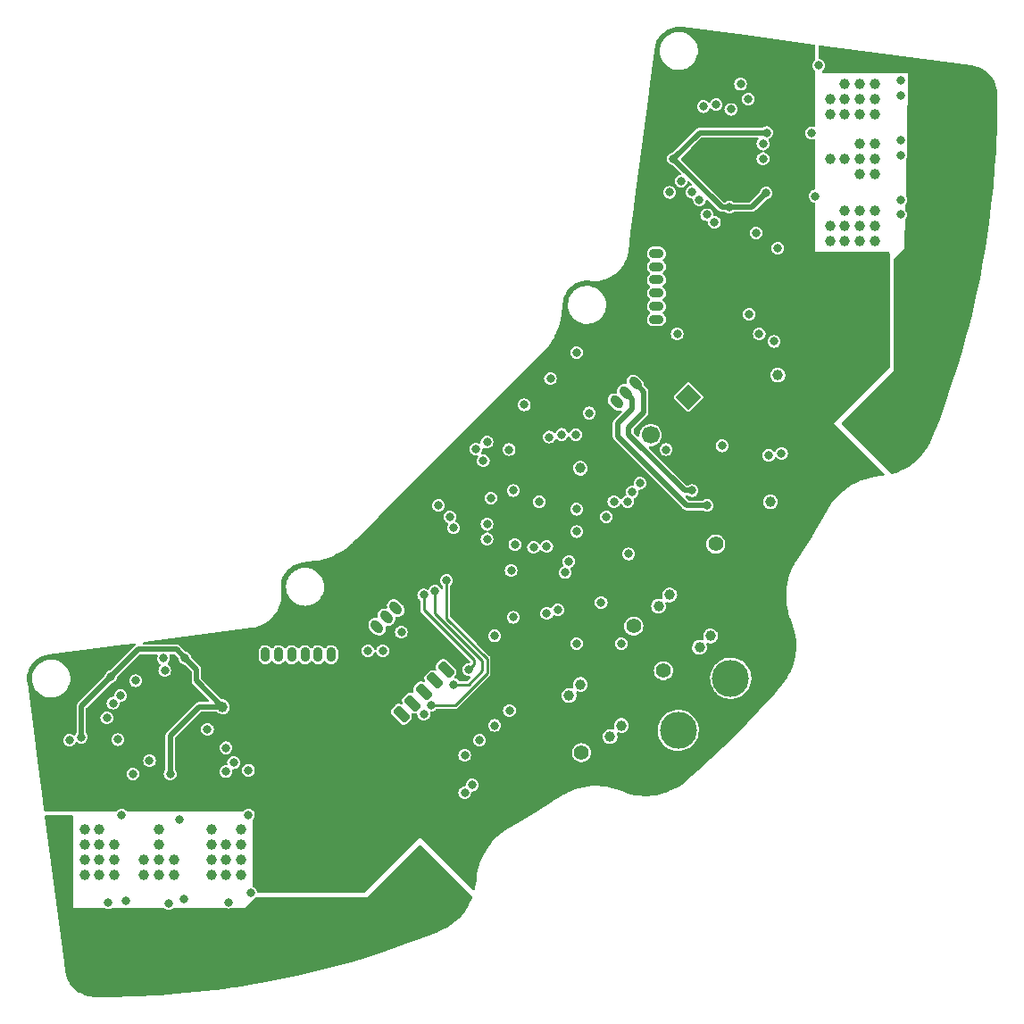
<source format=gbr>
%TF.GenerationSoftware,KiCad,Pcbnew,(6.0.8)*%
%TF.CreationDate,2022-12-08T06:23:49+09:00*%
%TF.ProjectId,ORION_VV_driver_v3,4f52494f-4e5f-4565-965f-647269766572,rev?*%
%TF.SameCoordinates,Original*%
%TF.FileFunction,Copper,L2,Inr*%
%TF.FilePolarity,Positive*%
%FSLAX46Y46*%
G04 Gerber Fmt 4.6, Leading zero omitted, Abs format (unit mm)*
G04 Created by KiCad (PCBNEW (6.0.8)) date 2022-12-08 06:23:49*
%MOMM*%
%LPD*%
G01*
G04 APERTURE LIST*
G04 Aperture macros list*
%AMRoundRect*
0 Rectangle with rounded corners*
0 $1 Rounding radius*
0 $2 $3 $4 $5 $6 $7 $8 $9 X,Y pos of 4 corners*
0 Add a 4 corners polygon primitive as box body*
4,1,4,$2,$3,$4,$5,$6,$7,$8,$9,$2,$3,0*
0 Add four circle primitives for the rounded corners*
1,1,$1+$1,$2,$3*
1,1,$1+$1,$4,$5*
1,1,$1+$1,$6,$7*
1,1,$1+$1,$8,$9*
0 Add four rect primitives between the rounded corners*
20,1,$1+$1,$2,$3,$4,$5,0*
20,1,$1+$1,$4,$5,$6,$7,0*
20,1,$1+$1,$6,$7,$8,$9,0*
20,1,$1+$1,$8,$9,$2,$3,0*%
%AMHorizOval*
0 Thick line with rounded ends*
0 $1 width*
0 $2 $3 position (X,Y) of the first rounded end (center of the circle)*
0 $4 $5 position (X,Y) of the second rounded end (center of the circle)*
0 Add line between two ends*
20,1,$1,$2,$3,$4,$5,0*
0 Add two circle primitives to create the rounded ends*
1,1,$1,$2,$3*
1,1,$1,$4,$5*%
%AMRotRect*
0 Rectangle, with rotation*
0 The origin of the aperture is its center*
0 $1 length*
0 $2 width*
0 $3 Rotation angle, in degrees counterclockwise*
0 Add horizontal line*
21,1,$1,$2,0,0,$3*%
G04 Aperture macros list end*
%TA.AperFunction,ComponentPad*%
%ADD10RoundRect,0.225000X0.176777X-0.494975X0.494975X-0.176777X-0.176777X0.494975X-0.494975X0.176777X0*%
%TD*%
%TA.AperFunction,ComponentPad*%
%ADD11HorizOval,0.900000X-0.176777X0.176777X0.176777X-0.176777X0*%
%TD*%
%TA.AperFunction,ComponentPad*%
%ADD12RotRect,1.700000X1.700000X315.000000*%
%TD*%
%TA.AperFunction,ComponentPad*%
%ADD13HorizOval,1.700000X0.000000X0.000000X0.000000X0.000000X0*%
%TD*%
%TA.AperFunction,ComponentPad*%
%ADD14C,1.400000*%
%TD*%
%TA.AperFunction,ComponentPad*%
%ADD15RotRect,3.500000X3.500000X45.000000*%
%TD*%
%TA.AperFunction,ComponentPad*%
%ADD16C,3.500000*%
%TD*%
%TA.AperFunction,ComponentPad*%
%ADD17RoundRect,0.225000X0.475000X-0.225000X0.475000X0.225000X-0.475000X0.225000X-0.475000X-0.225000X0*%
%TD*%
%TA.AperFunction,ComponentPad*%
%ADD18O,1.400000X0.900000*%
%TD*%
%TA.AperFunction,ComponentPad*%
%ADD19RoundRect,0.225000X-0.176777X0.494975X-0.494975X0.176777X0.176777X-0.494975X0.494975X-0.176777X0*%
%TD*%
%TA.AperFunction,ComponentPad*%
%ADD20RoundRect,0.225000X-0.225000X-0.475000X0.225000X-0.475000X0.225000X0.475000X-0.225000X0.475000X0*%
%TD*%
%TA.AperFunction,ComponentPad*%
%ADD21O,0.900000X1.400000*%
%TD*%
%TA.AperFunction,ComponentPad*%
%ADD22RoundRect,0.225000X-0.247487X0.565685X-0.565685X0.247487X0.247487X-0.565685X0.565685X-0.247487X0*%
%TD*%
%TA.AperFunction,ComponentPad*%
%ADD23RoundRect,0.625000X-0.625000X-0.625000X0.625000X-0.625000X0.625000X0.625000X-0.625000X0.625000X0*%
%TD*%
%TA.AperFunction,ComponentPad*%
%ADD24RoundRect,0.625000X-0.625000X0.625000X-0.625000X-0.625000X0.625000X-0.625000X0.625000X0.625000X0*%
%TD*%
%TA.AperFunction,ViaPad*%
%ADD25C,1.000000*%
%TD*%
%TA.AperFunction,ViaPad*%
%ADD26C,0.800000*%
%TD*%
%TA.AperFunction,Conductor*%
%ADD27C,0.500000*%
%TD*%
%TA.AperFunction,Conductor*%
%ADD28C,0.250000*%
%TD*%
G04 APERTURE END LIST*
D10*
%TO.N,GND*%
%TO.C,J2*%
X103710919Y-124686865D03*
D11*
%TO.N,+5V*%
X104594802Y-123802982D03*
%TO.N,/CAN_H*%
X105478686Y-122919098D03*
%TO.N,/CAN_L*%
X106362569Y-122035215D03*
%TD*%
D12*
%TO.N,Net-(C2-Pad2)*%
%TO.C,J14*%
X111418382Y-123343363D03*
D13*
%TO.N,GND*%
X109622331Y-125139414D03*
%TO.N,+3V3*%
X107826280Y-126935465D03*
%TD*%
D14*
%TO.N,*%
%TO.C,J11*%
X106221148Y-145051540D03*
X113999323Y-137273366D03*
D15*
%TO.N,GND*%
X118949070Y-146465754D03*
D16*
%TO.N,+BATT*%
X115413536Y-150001288D03*
%TD*%
D17*
%TO.N,GND*%
%TO.C,J6*%
X108365171Y-117211545D03*
D18*
%TO.N,+3V3*%
X108365171Y-115961545D03*
%TO.N,/NSS_ENC1*%
X108365171Y-114711545D03*
%TO.N,/SPI_CLK*%
X108365171Y-113461545D03*
%TO.N,/SPI_MISO*%
X108365171Y-112211545D03*
%TO.N,/SPI_MOSI*%
X108365171Y-110961545D03*
%TO.N,/TEMP_1*%
X108365171Y-109711545D03*
%TD*%
D19*
%TO.N,GND*%
%TO.C,J3*%
X84530647Y-142452923D03*
D11*
%TO.N,+5V*%
X83646764Y-143336806D03*
%TO.N,/CAN_H*%
X82762880Y-144220690D03*
%TO.N,/CAN_L*%
X81878997Y-145104573D03*
%TD*%
D14*
%TO.N,*%
%TO.C,J15*%
X101253723Y-157054678D03*
X109031897Y-149276504D03*
D15*
%TO.N,GND*%
X106910577Y-158468892D03*
D16*
%TO.N,+BATT*%
X110446111Y-154933358D03*
%TD*%
D20*
%TO.N,GND*%
%TO.C,J5*%
X70034958Y-147756224D03*
D21*
%TO.N,+3V3*%
X71284958Y-147756224D03*
%TO.N,/NSS_ENC0*%
X72534958Y-147756224D03*
%TO.N,/SPI_CLK*%
X73784958Y-147756224D03*
%TO.N,/SPI_MISO*%
X75034958Y-147756224D03*
%TO.N,/SPI_MOSI*%
X76284958Y-147756224D03*
%TO.N,/TEMP_0*%
X77534958Y-147756224D03*
%TD*%
D22*
%TO.N,GND*%
%TO.C,J4*%
X89480395Y-148109778D03*
%TO.N,Net-(D5-Pad2)*%
X88419735Y-149170438D03*
%TO.N,/SWCLK*%
X87359075Y-150231098D03*
%TO.N,/SWDIO*%
X86298414Y-151291759D03*
%TO.N,/UART1_TX*%
X85237754Y-152352419D03*
%TO.N,/UART1_RX*%
X84177094Y-153413079D03*
%TD*%
D23*
%TO.N,GND*%
%TO.C,GD2*%
X114582685Y-100380070D03*
%TD*%
D24*
%TO.N,GND*%
%TO.C,GD1*%
X61139017Y-153823739D03*
%TD*%
D25*
%TO.N,GND*%
X50589522Y-154473739D03*
X50943075Y-157655719D03*
X115289792Y-90480575D03*
X118118219Y-90480575D03*
%TO.N,+5V*%
X101150963Y-130078555D03*
%TO.N,/M1_W*%
X55539269Y-164373234D03*
X54125055Y-165787447D03*
X55539269Y-167201661D03*
X56953483Y-167201661D03*
X56953483Y-168615874D03*
X55539269Y-168615874D03*
X54125055Y-168615874D03*
D26*
X52710842Y-155887952D03*
D25*
X55539269Y-165787447D03*
X56953483Y-165787447D03*
X54125055Y-164373234D03*
D26*
X56387797Y-171302880D03*
D25*
X54125055Y-167201661D03*
%TO.N,/M1_V*%
X61196123Y-165787447D03*
X62610337Y-167201661D03*
X61196123Y-168615874D03*
X59781910Y-167201661D03*
X59781910Y-168615874D03*
D26*
X58721250Y-159069933D03*
D25*
X62610337Y-168615874D03*
X61196123Y-167201661D03*
D26*
X62115362Y-171373591D03*
D25*
X61196123Y-164373234D03*
%TO.N,/M1_U*%
X68974298Y-165787447D03*
X67560084Y-165787447D03*
D26*
X67772216Y-171232169D03*
D25*
X66145871Y-168615874D03*
X66145871Y-167201661D03*
X66145871Y-165787447D03*
X66145871Y-164373234D03*
X68974298Y-164373234D03*
X68974298Y-168615874D03*
X68974298Y-167201661D03*
X67560084Y-167201661D03*
D26*
X68267191Y-158009273D03*
D25*
X67560084Y-168615874D03*
%TO.N,/M0_W*%
X129078374Y-107097584D03*
X124835734Y-107097584D03*
D26*
X131553248Y-106036924D03*
D25*
X127664161Y-105683371D03*
X129078374Y-108511798D03*
D26*
X119885986Y-109218905D03*
D25*
X124835734Y-108511798D03*
X127664161Y-108511798D03*
X126249947Y-105683371D03*
X129078374Y-105683371D03*
X127664161Y-107097584D03*
X126249947Y-107097584D03*
X126249947Y-108511798D03*
%TO.N,/M0_V*%
X129078374Y-99319410D03*
X127664161Y-102147837D03*
X129078374Y-100733623D03*
D26*
X118471773Y-99319410D03*
D25*
X129078374Y-102147837D03*
D26*
X131553248Y-100380070D03*
D25*
X127664161Y-100733623D03*
X126249947Y-100733623D03*
X124835734Y-100733623D03*
X127664161Y-99319410D03*
D26*
%TO.N,/M1_UL*%
X58960590Y-150231098D03*
X99026336Y-143513584D03*
%TO.N,/M1_VL*%
X99733443Y-139978050D03*
X61620387Y-148109778D03*
%TO.N,/M1_WL*%
X61742745Y-149256733D03*
X97965676Y-143867137D03*
%TO.N,Net-(GD1-Pad9)*%
X69681405Y-162959020D03*
X69681405Y-158716379D03*
%TO.N,Net-(GD1-Pad10)*%
X63109502Y-163360176D03*
X67560084Y-156595059D03*
%TO.N,Net-(GD1-Pad11)*%
X65792070Y-154827540D03*
X57660589Y-162959020D03*
%TO.N,Net-(GD1-Pad13)*%
X69893537Y-170383641D03*
X67560084Y-158858774D03*
%TO.N,Net-(GD1-Pad16)*%
X63529576Y-170949327D03*
X60294209Y-157814465D03*
%TO.N,Net-(GD1-Pad19)*%
X58014143Y-171090748D03*
X57307036Y-155817242D03*
%TO.N,/M1_UH*%
X56246376Y-153766632D03*
X103622530Y-134674749D03*
%TO.N,/M1_VH*%
X100794103Y-133967642D03*
X56839269Y-152352418D03*
%TO.N,/M1_WH*%
X57546376Y-151645312D03*
X100794103Y-136088962D03*
%TO.N,/M0_UL*%
X111725043Y-103902844D03*
X98196179Y-127127077D03*
%TO.N,/M0_VL*%
X110693598Y-102854944D03*
X99379889Y-126879181D03*
%TO.N,/M0_WL*%
X100723943Y-126891123D03*
X109632938Y-103915604D03*
%TO.N,Net-(GD2-Pad9)*%
X123775073Y-91894789D03*
X112814918Y-95783876D03*
%TO.N,Net-(GD2-Pad10)*%
X123067967Y-98289824D03*
X114034324Y-95589068D03*
%TO.N,Net-(GD2-Pad11)*%
X123421520Y-104269157D03*
X115425356Y-96042115D03*
%TO.N,Net-(GD2-Pad13)*%
X131553248Y-93309002D03*
X117074952Y-95076769D03*
%TO.N,Net-(GD2-Pad16)*%
X118471773Y-100733623D03*
X131553248Y-98965856D03*
%TO.N,Net-(GD2-Pad19)*%
X117817345Y-107752012D03*
X131553248Y-104622711D03*
%TO.N,/M0_UH*%
X113875578Y-106744031D03*
X105630490Y-133237803D03*
%TO.N,/M0_VH*%
X106080010Y-132323972D03*
X113140189Y-106036924D03*
%TO.N,/M0_WH*%
X112449111Y-104609907D03*
X106804511Y-131492768D03*
D25*
%TO.N,+BATT*%
X109632938Y-142099370D03*
D26*
X105036744Y-146695564D03*
D25*
X108572278Y-143160030D03*
X105036744Y-154473739D03*
X103976084Y-155534399D03*
X101147656Y-150584651D03*
X119178879Y-133260535D03*
X100086996Y-151645312D03*
D26*
X90894608Y-160130593D03*
X119020134Y-128859149D03*
D25*
X112461365Y-147049117D03*
X113522025Y-145988457D03*
%TO.N,/M0_U*%
X124835734Y-95076769D03*
X126249947Y-93662555D03*
X127664161Y-96490983D03*
D26*
X116350452Y-93662555D03*
D25*
X129078374Y-93662555D03*
X129078374Y-96490983D03*
X129078374Y-95076769D03*
D26*
X131553248Y-94723216D03*
D25*
X127664161Y-95076769D03*
X127664161Y-93662555D03*
X124835734Y-96490983D03*
X126249947Y-96490983D03*
X126249947Y-95076769D03*
D26*
%TO.N,Net-(D1-Pad1)*%
X91601715Y-155887952D03*
%TO.N,Net-(D2-Pad1)*%
X93015928Y-154473739D03*
%TO.N,Net-(D3-Pad1)*%
X94430142Y-153059525D03*
%TO.N,Net-(D4-Pad1)*%
X90187501Y-157302166D03*
%TO.N,/SW0*%
X92308822Y-136796069D03*
%TO.N,/SW1*%
X92308822Y-135381856D03*
%TO.N,/M1_CS*%
X81012507Y-147402671D03*
X94404046Y-128310788D03*
%TO.N,/M0_CS*%
X92662375Y-132906982D03*
X109279384Y-128310788D03*
%TO.N,/CAN_L*%
X111754258Y-132199875D03*
%TO.N,/SW2*%
X89126841Y-135735409D03*
%TO.N,/SW3*%
X88773288Y-134674749D03*
%TO.N,/CAN_H*%
X113168472Y-133614089D03*
%TO.N,/SWCLK*%
X93015928Y-145988457D03*
%TO.N,/UART1_TX*%
X94783695Y-132199875D03*
X84177094Y-145634904D03*
%TO.N,/UART1_RX*%
X97258569Y-133260535D03*
X82409327Y-147402671D03*
%TO.N,/NSS_ENC0*%
X94783695Y-144220690D03*
%TO.N,/NRST*%
X95844356Y-124068147D03*
X100794103Y-119101006D03*
X110340045Y-117350633D03*
X98319229Y-121593273D03*
X87712628Y-133614089D03*
%TO.N,+3V3*%
X91265486Y-128257401D03*
X105743851Y-138210283D03*
X86298414Y-153413078D03*
X101996185Y-124845965D03*
X100069603Y-138917389D03*
%TO.N,GND*%
X67913638Y-161898360D03*
D25*
X72156278Y-151291758D03*
D26*
X95844356Y-136406453D03*
D25*
X71802725Y-167201661D03*
X107511617Y-101794283D03*
D26*
X109632938Y-139978050D03*
X122360860Y-94723216D03*
D25*
X125896394Y-110986672D03*
D26*
X78520239Y-164726787D03*
X85237754Y-141745817D03*
X121653753Y-125835914D03*
D25*
X76045366Y-167201661D03*
X127310607Y-112400885D03*
X123067967Y-110986672D03*
D26*
X60842570Y-161898360D03*
X123421520Y-121946827D03*
D25*
X54478609Y-149170438D03*
D26*
X91601715Y-141038710D03*
D25*
X71802725Y-165787447D03*
D26*
X72156278Y-159069933D03*
X105390297Y-130785661D03*
D25*
X50943075Y-160484146D03*
D26*
X117411112Y-122300380D03*
X79580900Y-165787447D03*
D25*
X107511617Y-106036924D03*
X127310607Y-115229312D03*
D26*
X96197909Y-153413078D03*
X55185716Y-161898360D03*
D25*
X66499424Y-147049117D03*
D26*
X107158064Y-139624496D03*
X66499424Y-161898360D03*
D25*
X71802725Y-161544806D03*
D26*
X87217653Y-137503176D03*
D25*
X108218724Y-98258750D03*
X71802725Y-162959020D03*
D26*
X77459579Y-163666127D03*
D25*
X73216939Y-167201661D03*
X121300200Y-90834128D03*
D26*
X110693598Y-118411293D03*
X117411112Y-132199875D03*
D25*
X121653753Y-110986672D03*
X127310607Y-113815099D03*
X59428356Y-148463331D03*
D26*
X117057559Y-109926011D03*
X96868953Y-135381856D03*
X56599929Y-161898360D03*
X122007306Y-108529191D03*
D25*
X80288006Y-167201661D03*
D26*
X122007306Y-123361040D03*
X122007306Y-102854944D03*
X94430142Y-155180845D03*
X107865171Y-141745817D03*
D25*
X127310607Y-110986672D03*
D26*
X92109542Y-134350711D03*
X100794103Y-148816884D03*
X120946646Y-124421700D03*
X124835734Y-120532613D03*
X105743851Y-141745817D03*
X97965676Y-151645312D03*
X101147656Y-131492768D03*
X90894608Y-158716379D03*
D25*
X71802725Y-164373234D03*
X108925831Y-94723216D03*
D26*
X70742065Y-159069933D03*
X62177376Y-161818952D03*
D25*
X83823540Y-163666127D03*
D26*
X92662375Y-156948612D03*
D25*
X124482180Y-110986672D03*
D26*
X94624950Y-135187048D03*
X102208317Y-147402671D03*
D25*
X77459579Y-167201661D03*
D26*
X114229132Y-135381856D03*
D25*
X78873793Y-167201661D03*
X127310607Y-116643526D03*
D26*
X95649548Y-134162450D03*
D25*
X127310607Y-119471953D03*
D26*
X88419734Y-160484146D03*
X99379889Y-150231098D03*
X100299128Y-125128807D03*
D25*
X127310607Y-118057739D03*
X73570492Y-152705972D03*
X74631152Y-167201661D03*
D26*
X106097404Y-143513584D03*
X111400705Y-138210283D03*
%TO.N,/LED_0*%
X87005521Y-152563577D03*
X88472753Y-140738175D03*
%TO.N,/LED_1*%
X87359074Y-141745817D03*
X89126841Y-150584651D03*
%TO.N,/LED_2*%
X90541055Y-149170438D03*
X86298414Y-142099370D03*
%TO.N,/TEMP_0*%
X91955268Y-129371448D03*
%TO.N,/BATT_V_SENS*%
X104329637Y-133260535D03*
X103126582Y-142806477D03*
%TO.N,/SPI_CLK*%
X97965676Y-137503176D03*
%TO.N,/SPI_MISO*%
X96715281Y-137584739D03*
%TO.N,/SPI_MOSI*%
X94942441Y-137308368D03*
%TO.N,/NSS_ENC1*%
X94588887Y-139783242D03*
%TO.N,/TEMP_1*%
X92308822Y-127603681D03*
%TO.N,/3V3_HARF_REF*%
X114582685Y-127957234D03*
X100794103Y-146695564D03*
D25*
%TO.N,/M1_CSL*%
X55185716Y-177454709D03*
X83116434Y-172151408D03*
X73570492Y-173212068D03*
X72156278Y-173212068D03*
X56599929Y-177454709D03*
X65085211Y-177454709D03*
X60842570Y-177454709D03*
X66499424Y-177454709D03*
D26*
X90187501Y-160837700D03*
D25*
X86298414Y-168969428D03*
X52357289Y-173212068D03*
X74984706Y-173212068D03*
X69327851Y-177454709D03*
X85237754Y-170030088D03*
X70742065Y-177454709D03*
X70742065Y-176040495D03*
X59428356Y-177454709D03*
X70742065Y-173212068D03*
X67913638Y-177454709D03*
X82055773Y-173212068D03*
X62256783Y-177454709D03*
X58014143Y-177454709D03*
X63670997Y-177454709D03*
X77813133Y-173212068D03*
X80641560Y-173212068D03*
X70742065Y-174626282D03*
X76398919Y-173212068D03*
X87359074Y-167908767D03*
X84177094Y-171090748D03*
X51296628Y-165080340D03*
X52357289Y-171797855D03*
X79227346Y-173212068D03*
X53771502Y-177454709D03*
%TO.N,/M0_CSL*%
X133674568Y-114522206D03*
X132684619Y-91894789D03*
X137917209Y-107451138D03*
X137917209Y-94723216D03*
X131199695Y-124068147D03*
X133674568Y-113107992D03*
X129078374Y-126189467D03*
X133674568Y-118764846D03*
X137917209Y-97551643D03*
X137917209Y-110279565D03*
X133674568Y-110279565D03*
X137917209Y-100380070D03*
X137917209Y-101794283D03*
D26*
X120239540Y-128664341D03*
D25*
X135088782Y-110279565D03*
X132260355Y-123007487D03*
X137917209Y-104622711D03*
X137917209Y-108865351D03*
X133674568Y-111693778D03*
X133957411Y-92036210D03*
X130139034Y-125128807D03*
X137917209Y-98965856D03*
X133674568Y-117350633D03*
X128017714Y-127250128D03*
X133674568Y-115936419D03*
X136502995Y-110279565D03*
X137917209Y-96137429D03*
X137917209Y-103208497D03*
X133674568Y-120179060D03*
X133321015Y-121946827D03*
X137917209Y-93309002D03*
X125542840Y-90834128D03*
X137917209Y-106036924D03*
D26*
%TO.N,Net-(C2-Pad2)*%
X118118219Y-117350633D03*
%TO.N,Net-(D14-Pad1)*%
X117163271Y-115477153D03*
%TO.N,Net-(D15-Pad1)*%
X119532433Y-118057739D03*
%TO.N,+12V*%
X56599929Y-149877545D03*
X62256783Y-159069933D03*
X63670997Y-148092384D03*
D25*
X119885986Y-121239720D03*
D26*
X118767879Y-103988072D03*
X118825326Y-98258750D03*
X115289792Y-105329817D03*
X53815554Y-155578451D03*
D25*
X67206531Y-152705972D03*
D26*
X109986491Y-100733623D03*
%TD*%
D27*
%TO.N,/CAN_L*%
X111047151Y-132199875D02*
X111754258Y-132199875D01*
X105743851Y-126896574D02*
X111047151Y-132199875D01*
X107158064Y-124775254D02*
X105743851Y-126189467D01*
X107158064Y-122830710D02*
X107158064Y-124775254D01*
X106362569Y-122035215D02*
X107158064Y-122830710D01*
X105743851Y-126189467D02*
X105743851Y-126896574D01*
%TO.N,/CAN_H*%
X111259283Y-133614089D02*
X113168472Y-133614089D01*
X106097404Y-123537817D02*
X106097404Y-124421700D01*
X104683190Y-127037996D02*
X111259283Y-133614089D01*
X104683190Y-125835914D02*
X104683190Y-127037996D01*
X105478685Y-122919099D02*
X106097404Y-123537817D01*
X106097404Y-124421700D02*
X104683190Y-125835914D01*
D28*
%TO.N,/LED_0*%
X92308822Y-149523991D02*
X92308822Y-148144576D01*
X92308822Y-148144576D02*
X88472753Y-144308507D01*
X87005521Y-152563577D02*
X89269235Y-152563577D01*
X88472753Y-144308507D02*
X88472753Y-140738175D01*
X89269235Y-152563577D02*
X92308822Y-149523991D01*
%TO.N,/LED_1*%
X90541055Y-150584651D02*
X89126841Y-150584651D01*
X91859301Y-149266405D02*
X90541055Y-150584651D01*
X87359074Y-143867137D02*
X91859301Y-148367364D01*
X87359074Y-141745817D02*
X87359074Y-143867137D01*
X91859301Y-148367364D02*
X91859301Y-149266405D01*
%TO.N,/LED_2*%
X91032104Y-148679389D02*
X91032104Y-148247273D01*
X90541055Y-149170438D02*
X91032104Y-148679389D01*
X86298414Y-143513584D02*
X86298414Y-142099370D01*
X91032104Y-148247273D02*
X86298414Y-143513584D01*
D27*
%TO.N,+12V*%
X53815554Y-155578451D02*
X53815554Y-152661920D01*
X62838879Y-147260266D02*
X63670997Y-148092384D01*
X67206531Y-152705972D02*
X64731657Y-150231098D01*
X62256783Y-155476252D02*
X65027064Y-152705972D01*
X64731657Y-149153044D02*
X63670997Y-148092384D01*
X109986491Y-100733623D02*
X114582685Y-105329817D01*
X114582685Y-105329817D02*
X115289792Y-105329817D01*
X53815554Y-152661920D02*
X56599929Y-149877545D01*
X56599929Y-149877545D02*
X59217208Y-147260266D01*
X62256783Y-159069933D02*
X62256783Y-155476252D01*
X65027064Y-152705972D02*
X67206531Y-152705972D01*
X118825326Y-98258750D02*
X112461365Y-98258750D01*
X117426134Y-105329817D02*
X115289792Y-105329817D01*
X59217208Y-147260266D02*
X62838879Y-147260266D01*
X64731657Y-150231098D02*
X64731657Y-149153044D01*
X112461365Y-98258750D02*
X109986491Y-100733623D01*
X118767879Y-103988072D02*
X117426134Y-105329817D01*
%TD*%
%TA.AperFunction,Conductor*%
%TO.N,/M0_CSL*%
G36*
X138217531Y-91845686D02*
G01*
X138234457Y-91849898D01*
X138239967Y-91850633D01*
X138253265Y-91855591D01*
X138267395Y-91854292D01*
X138281461Y-91856168D01*
X138281384Y-91856742D01*
X138289340Y-91857116D01*
X138549989Y-91906129D01*
X138563441Y-91909433D01*
X138844601Y-91995138D01*
X138857612Y-91999900D01*
X139127674Y-92115961D01*
X139140082Y-92122123D01*
X139259767Y-92190000D01*
X139395756Y-92267124D01*
X139407410Y-92274609D01*
X139481400Y-92328094D01*
X139645631Y-92446813D01*
X139656395Y-92455534D01*
X139874261Y-92652843D01*
X139884004Y-92662695D01*
X140078894Y-92882737D01*
X140087496Y-92893597D01*
X140257049Y-93133703D01*
X140264406Y-93145442D01*
X140406574Y-93402713D01*
X140412598Y-93415190D01*
X140525658Y-93686508D01*
X140530276Y-93699570D01*
X140612865Y-93981665D01*
X140616021Y-93995155D01*
X140667140Y-94284612D01*
X140668796Y-94298367D01*
X140685923Y-94562344D01*
X140685808Y-94563864D01*
X140686971Y-94580611D01*
X140683084Y-94598304D01*
X140683085Y-94598306D01*
X140683084Y-94598309D01*
X140687129Y-94615403D01*
X140686806Y-94622627D01*
X140688223Y-94634798D01*
X140687244Y-96357096D01*
X140687215Y-96359683D01*
X140670258Y-97154911D01*
X140649755Y-98116448D01*
X140649673Y-98119040D01*
X140613679Y-98974044D01*
X140575765Y-99874650D01*
X140575628Y-99877261D01*
X140563198Y-100074847D01*
X140469505Y-101564212D01*
X140465307Y-101630938D01*
X140465116Y-101633546D01*
X140318428Y-103384563D01*
X140318183Y-103387166D01*
X140135190Y-105134766D01*
X140134891Y-105137363D01*
X139915668Y-106880838D01*
X139915314Y-106883429D01*
X139673972Y-108526576D01*
X139659978Y-108621849D01*
X139659577Y-108624400D01*
X139566874Y-109175726D01*
X139368192Y-110357328D01*
X139367731Y-110359902D01*
X139040479Y-112086247D01*
X139039966Y-112088811D01*
X138825892Y-113102664D01*
X138677023Y-113807710D01*
X138676939Y-113808106D01*
X138676376Y-113810642D01*
X138455912Y-114757143D01*
X138277759Y-115521991D01*
X138277145Y-115524505D01*
X137874355Y-117104609D01*
X137843102Y-117227213D01*
X137842436Y-117229718D01*
X137743817Y-117585570D01*
X137373151Y-118923061D01*
X137372427Y-118925573D01*
X136868111Y-120608791D01*
X136867335Y-120611288D01*
X136328177Y-122283749D01*
X136327348Y-122286229D01*
X135753646Y-123947012D01*
X135752767Y-123949475D01*
X135144692Y-125598085D01*
X135143762Y-125600528D01*
X134514574Y-127203141D01*
X134507632Y-127216084D01*
X134504629Y-127223468D01*
X134496495Y-127235094D01*
X134494207Y-127249099D01*
X134488863Y-127262241D01*
X134488767Y-127262202D01*
X134486445Y-127269900D01*
X134432040Y-127390368D01*
X134313686Y-127652439D01*
X134309210Y-127661385D01*
X134091828Y-128055912D01*
X134086678Y-128064440D01*
X133838665Y-128440502D01*
X133832841Y-128448611D01*
X133555809Y-128803771D01*
X133549350Y-128811407D01*
X133245002Y-129143483D01*
X133237970Y-129150570D01*
X133073096Y-129304020D01*
X132908228Y-129457464D01*
X132900640Y-129463983D01*
X132731101Y-129598331D01*
X132547608Y-129743737D01*
X132539543Y-129749622D01*
X132165413Y-130000499D01*
X132156909Y-130005724D01*
X131898760Y-130150555D01*
X131764070Y-130226121D01*
X131755158Y-130230666D01*
X131346069Y-130419206D01*
X131336824Y-130423029D01*
X130914076Y-130578516D01*
X130904566Y-130581591D01*
X130770456Y-130619144D01*
X130699465Y-130618251D01*
X130647386Y-130586906D01*
X125985489Y-125925009D01*
X125951463Y-125862697D01*
X125956528Y-125791882D01*
X125985489Y-125746819D01*
X130846141Y-120886167D01*
X130846141Y-110331755D01*
X130866143Y-110263634D01*
X130883046Y-110242660D01*
X131906801Y-109218905D01*
X131919450Y-108624432D01*
X131964052Y-106528113D01*
X131985498Y-106460433D01*
X131990061Y-106454089D01*
X132072754Y-106346321D01*
X132072756Y-106346318D01*
X132077784Y-106339765D01*
X132138292Y-106193686D01*
X132158930Y-106036924D01*
X132138292Y-105880162D01*
X132077784Y-105734083D01*
X132010509Y-105646408D01*
X131984909Y-105580187D01*
X131984501Y-105567024D01*
X131995000Y-105073568D01*
X132016446Y-105005888D01*
X132021008Y-104999544D01*
X132033480Y-104983290D01*
X132077784Y-104925552D01*
X132138292Y-104779473D01*
X132158930Y-104622711D01*
X132138292Y-104465949D01*
X132077784Y-104319870D01*
X132039787Y-104270351D01*
X132014187Y-104204130D01*
X132013779Y-104190967D01*
X132088490Y-100679517D01*
X132098051Y-100633982D01*
X132138292Y-100536832D01*
X132158930Y-100380070D01*
X132138292Y-100223308D01*
X132110281Y-100155683D01*
X132100719Y-100104785D01*
X132120209Y-99188727D01*
X132129772Y-99143186D01*
X132135133Y-99130244D01*
X132138292Y-99122618D01*
X132158930Y-98965856D01*
X132138292Y-98809094D01*
X132135133Y-98801469D01*
X132133587Y-98795697D01*
X132129323Y-98760408D01*
X132259970Y-92620008D01*
X132259970Y-92620007D01*
X132260355Y-92601895D01*
X124211169Y-92601895D01*
X124143048Y-92581893D01*
X124096555Y-92528237D01*
X124086451Y-92457963D01*
X124115945Y-92393383D01*
X124134465Y-92375932D01*
X124196809Y-92328094D01*
X124203355Y-92323071D01*
X124299609Y-92197630D01*
X124360117Y-92051551D01*
X124380755Y-91894789D01*
X124360117Y-91738027D01*
X124299609Y-91591948D01*
X124203355Y-91466507D01*
X124077914Y-91370253D01*
X123931835Y-91309745D01*
X123884627Y-91303530D01*
X123819700Y-91274808D01*
X123780608Y-91215543D01*
X123775073Y-91178608D01*
X123775073Y-90087975D01*
X123795075Y-90019854D01*
X123848731Y-89973361D01*
X123917517Y-89963053D01*
X138217531Y-91845686D01*
G37*
%TD.AperFunction*%
%TD*%
%TA.AperFunction,Conductor*%
%TO.N,/M1_CSL*%
G36*
X53006516Y-162979022D02*
G01*
X53053009Y-163032678D01*
X53064395Y-163085020D01*
X53064395Y-171797855D01*
X56003660Y-171797855D01*
X56071781Y-171817857D01*
X56077401Y-171821809D01*
X56078402Y-171822387D01*
X56084956Y-171827416D01*
X56231035Y-171887924D01*
X56387797Y-171908562D01*
X56395985Y-171907484D01*
X56536371Y-171889002D01*
X56544559Y-171887924D01*
X56690638Y-171827416D01*
X56697193Y-171822386D01*
X56704340Y-171818260D01*
X56705336Y-171819985D01*
X56761456Y-171798291D01*
X56771934Y-171797855D01*
X61639072Y-171797855D01*
X61707193Y-171817857D01*
X61715774Y-171823890D01*
X61812521Y-171898127D01*
X61958600Y-171958635D01*
X62115362Y-171979273D01*
X62123550Y-171978195D01*
X62263936Y-171959713D01*
X62272124Y-171958635D01*
X62418203Y-171898127D01*
X62514948Y-171823892D01*
X62581168Y-171798292D01*
X62591652Y-171797855D01*
X67543657Y-171797855D01*
X67591876Y-171807447D01*
X67607821Y-171814052D01*
X67607826Y-171814053D01*
X67615454Y-171817213D01*
X67623642Y-171818291D01*
X67650364Y-171821809D01*
X67772216Y-171837851D01*
X67780404Y-171836773D01*
X67920790Y-171818291D01*
X67928978Y-171817213D01*
X67936606Y-171814053D01*
X67936611Y-171814052D01*
X67952556Y-171807447D01*
X68000775Y-171797855D01*
X69327851Y-171797855D01*
X70281437Y-170844269D01*
X70293829Y-170833401D01*
X70315270Y-170816949D01*
X70315273Y-170816946D01*
X70321819Y-170811923D01*
X70326843Y-170805376D01*
X70341335Y-170786490D01*
X70398673Y-170744623D01*
X70441297Y-170737195D01*
X80995113Y-170737195D01*
X85855766Y-165876542D01*
X85918078Y-165842516D01*
X85988893Y-165847581D01*
X86033956Y-165876542D01*
X90867858Y-170710444D01*
X90901884Y-170772756D01*
X90897018Y-170843032D01*
X90885511Y-170874319D01*
X90881691Y-170883556D01*
X90832945Y-170989323D01*
X90693151Y-171292638D01*
X90688611Y-171301541D01*
X90478282Y-171676432D01*
X90468211Y-171694382D01*
X90462980Y-171702895D01*
X90277651Y-171979273D01*
X90212108Y-172077016D01*
X90206217Y-172085089D01*
X90061006Y-172268335D01*
X89926463Y-172438119D01*
X89919944Y-172445707D01*
X89866393Y-172503245D01*
X89613051Y-172775448D01*
X89605964Y-172782480D01*
X89273888Y-173086828D01*
X89266259Y-173093281D01*
X88911093Y-173370319D01*
X88902968Y-173376154D01*
X88526939Y-173624147D01*
X88518376Y-173629318D01*
X88123872Y-173846692D01*
X88114926Y-173851168D01*
X87732859Y-174023717D01*
X87725342Y-174025972D01*
X87725429Y-174026188D01*
X87712266Y-174031487D01*
X87698258Y-174033726D01*
X87686607Y-174041818D01*
X87680021Y-174044469D01*
X87666177Y-174051863D01*
X86063029Y-174681262D01*
X86060586Y-174682192D01*
X84411976Y-175290268D01*
X84409513Y-175291147D01*
X82748729Y-175864849D01*
X82746249Y-175865678D01*
X81073788Y-176404836D01*
X81071291Y-176405612D01*
X79388073Y-176909928D01*
X79385561Y-176910652D01*
X77692217Y-177379937D01*
X77689822Y-177380575D01*
X75986968Y-177814655D01*
X75984503Y-177815256D01*
X74273148Y-178213875D01*
X74270595Y-178214442D01*
X72551311Y-178577467D01*
X72548747Y-178577980D01*
X70822402Y-178905232D01*
X70819828Y-178905693D01*
X69827371Y-179072571D01*
X69086900Y-179197078D01*
X69084384Y-179197474D01*
X67610180Y-179414002D01*
X67345929Y-179452815D01*
X67343338Y-179453169D01*
X65599864Y-179672392D01*
X65597267Y-179672691D01*
X63849666Y-179855683D01*
X63847063Y-179855928D01*
X62795825Y-179943994D01*
X62096032Y-180002618D01*
X62093453Y-180002807D01*
X61235253Y-180056795D01*
X60339761Y-180113128D01*
X60337150Y-180113265D01*
X59653422Y-180142049D01*
X58581541Y-180187173D01*
X58578972Y-180187254D01*
X56822183Y-180224715D01*
X56819621Y-180224744D01*
X56213312Y-180225088D01*
X55097883Y-180225722D01*
X55086580Y-180224386D01*
X55078726Y-180224724D01*
X55061536Y-180220592D01*
X55061533Y-180220593D01*
X55061527Y-180220591D01*
X55044971Y-180224167D01*
X55028065Y-180223244D01*
X55025536Y-180223432D01*
X54760895Y-180206246D01*
X54747143Y-180204590D01*
X54457690Y-180153456D01*
X54444206Y-180150301D01*
X54289025Y-180104862D01*
X54162107Y-180067698D01*
X54149046Y-180063079D01*
X53877748Y-179950017D01*
X53865273Y-179943994D01*
X53705471Y-179855683D01*
X53607998Y-179801816D01*
X53596275Y-179794469D01*
X53356166Y-179624909D01*
X53345308Y-179616309D01*
X53125281Y-179421429D01*
X53115431Y-179411688D01*
X52918120Y-179193822D01*
X52909399Y-179183058D01*
X52737197Y-178944849D01*
X52729711Y-178933193D01*
X52584708Y-178677530D01*
X52578546Y-178665123D01*
X52462478Y-178395071D01*
X52457716Y-178382062D01*
X52406440Y-178213875D01*
X52371999Y-178100909D01*
X52368695Y-178087461D01*
X52323054Y-177844805D01*
X52319740Y-177827187D01*
X52319396Y-177819566D01*
X52318664Y-177819661D01*
X52316836Y-177805588D01*
X52318183Y-177791465D01*
X52313272Y-177778154D01*
X52312649Y-177773360D01*
X52308259Y-177755589D01*
X52197021Y-176910652D01*
X50379007Y-163101466D01*
X50389946Y-163031318D01*
X50437074Y-162978219D01*
X50503929Y-162959020D01*
X52938395Y-162959020D01*
X53006516Y-162979022D01*
G37*
%TD.AperFunction*%
%TD*%
%TA.AperFunction,Conductor*%
%TO.N,GND*%
G36*
X110532185Y-88217296D02*
G01*
X110765721Y-88233787D01*
X110773513Y-88234581D01*
X110787256Y-88236415D01*
X110800549Y-88241372D01*
X110814676Y-88240074D01*
X110819462Y-88240713D01*
X110837767Y-88241072D01*
X116108745Y-88935009D01*
X123311966Y-89883331D01*
X123376893Y-89912053D01*
X123415985Y-89971319D01*
X123421520Y-90008253D01*
X123421520Y-91347030D01*
X123401518Y-91415151D01*
X123372225Y-91446991D01*
X123346791Y-91466507D01*
X123250537Y-91591948D01*
X123190029Y-91738027D01*
X123169391Y-91894789D01*
X123190029Y-92051551D01*
X123250537Y-92197630D01*
X123255564Y-92204181D01*
X123336962Y-92310261D01*
X123346791Y-92323071D01*
X123372223Y-92342586D01*
X123414091Y-92399922D01*
X123421520Y-92442548D01*
X123421520Y-97597721D01*
X123401518Y-97665842D01*
X123347862Y-97712335D01*
X123277588Y-97722439D01*
X123247302Y-97714130D01*
X123232359Y-97707940D01*
X123232356Y-97707939D01*
X123224729Y-97704780D01*
X123067967Y-97684142D01*
X122911205Y-97704780D01*
X122765126Y-97765288D01*
X122639685Y-97861542D01*
X122543431Y-97986983D01*
X122482923Y-98133062D01*
X122462285Y-98289824D01*
X122482923Y-98446586D01*
X122543431Y-98592665D01*
X122548458Y-98599216D01*
X122632890Y-98709250D01*
X122639685Y-98718106D01*
X122646231Y-98723129D01*
X122662725Y-98735785D01*
X122765126Y-98814360D01*
X122911205Y-98874868D01*
X123067967Y-98895506D01*
X123076155Y-98894428D01*
X123216541Y-98875946D01*
X123224729Y-98874868D01*
X123232356Y-98871709D01*
X123232359Y-98871708D01*
X123247302Y-98865518D01*
X123317892Y-98857929D01*
X123381379Y-98889708D01*
X123417606Y-98950767D01*
X123421520Y-98981927D01*
X123421520Y-103552976D01*
X123401518Y-103621097D01*
X123347862Y-103667590D01*
X123311966Y-103677898D01*
X123264758Y-103684113D01*
X123118679Y-103744621D01*
X122993238Y-103840875D01*
X122896984Y-103966316D01*
X122836476Y-104112395D01*
X122815838Y-104269157D01*
X122836476Y-104425919D01*
X122896984Y-104571998D01*
X122993238Y-104697439D01*
X123118679Y-104793693D01*
X123264758Y-104854201D01*
X123272946Y-104855279D01*
X123311966Y-104860416D01*
X123376893Y-104889138D01*
X123415985Y-104948403D01*
X123421520Y-104985338D01*
X123421520Y-109572458D01*
X130366588Y-109572458D01*
X130434709Y-109592460D01*
X130481202Y-109646116D01*
X130492588Y-109698458D01*
X130492588Y-120480423D01*
X130472586Y-120548544D01*
X130455683Y-120569518D01*
X125189287Y-125835914D01*
X129948227Y-130594854D01*
X129982253Y-130657166D01*
X129977188Y-130727981D01*
X129934641Y-130784817D01*
X129873489Y-130809128D01*
X129593007Y-130841298D01*
X129571210Y-130840873D01*
X129571179Y-130841648D01*
X129564065Y-130841361D01*
X129557031Y-130840274D01*
X129556315Y-130840326D01*
X129554245Y-130840964D01*
X129552567Y-130840896D01*
X129552631Y-130841461D01*
X129091708Y-130893477D01*
X129091697Y-130893479D01*
X129089346Y-130893744D01*
X129087024Y-130894186D01*
X129087018Y-130894187D01*
X128630000Y-130981200D01*
X128629996Y-130981201D01*
X128627653Y-130981647D01*
X128173937Y-131104243D01*
X128147712Y-131113510D01*
X127733053Y-131260033D01*
X127733039Y-131260038D01*
X127730802Y-131260829D01*
X127300791Y-131450506D01*
X127298683Y-131451634D01*
X127298676Y-131451637D01*
X126928723Y-131649530D01*
X126886369Y-131672186D01*
X126884361Y-131673464D01*
X126884360Y-131673465D01*
X126521224Y-131904664D01*
X126489914Y-131924598D01*
X126488012Y-131926022D01*
X126488005Y-131926027D01*
X126350801Y-132028761D01*
X126113702Y-132206293D01*
X126111895Y-132207873D01*
X125791100Y-132488367D01*
X125759891Y-132515655D01*
X125630459Y-132647394D01*
X125491957Y-132788366D01*
X125430509Y-132850909D01*
X125127448Y-133210133D01*
X124852445Y-133591264D01*
X124851202Y-133593295D01*
X124609452Y-133988240D01*
X124609446Y-133988250D01*
X124606809Y-133991142D01*
X124606457Y-133991768D01*
X124604447Y-133998575D01*
X124604445Y-133998580D01*
X124604316Y-133999018D01*
X124592803Y-134025971D01*
X123915465Y-135208201D01*
X123914335Y-135210134D01*
X123502758Y-135899800D01*
X123213695Y-136384173D01*
X123197923Y-136410601D01*
X123196768Y-136412496D01*
X123128586Y-136522267D01*
X122459194Y-137599954D01*
X122457996Y-137601846D01*
X121718921Y-138745857D01*
X121704625Y-138763111D01*
X121704667Y-138763146D01*
X121700071Y-138768640D01*
X121694879Y-138773581D01*
X121694484Y-138774180D01*
X121693712Y-138776243D01*
X121692657Y-138777504D01*
X121693132Y-138777792D01*
X121501416Y-139094325D01*
X121451600Y-139176573D01*
X121239243Y-139595848D01*
X121059231Y-140029993D01*
X121058484Y-140032268D01*
X120915084Y-140468937D01*
X120912594Y-140476518D01*
X120912024Y-140478830D01*
X120912021Y-140478842D01*
X120850152Y-140729987D01*
X120800174Y-140932860D01*
X120799783Y-140935198D01*
X120799782Y-140935202D01*
X120777452Y-141068665D01*
X120722617Y-141396403D01*
X120722404Y-141398764D01*
X120722403Y-141398771D01*
X120685309Y-141809748D01*
X120680368Y-141864485D01*
X120677785Y-142045613D01*
X120673804Y-142324846D01*
X120673667Y-142334423D01*
X120702555Y-142803520D01*
X120702879Y-142805864D01*
X120702880Y-142805876D01*
X120727569Y-142984607D01*
X120766866Y-143269086D01*
X120770363Y-143285253D01*
X120865726Y-143726125D01*
X120865729Y-143726138D01*
X120866229Y-143728448D01*
X121000077Y-144178971D01*
X121000923Y-144181187D01*
X121000925Y-144181194D01*
X121103129Y-144449021D01*
X121154387Y-144583344D01*
X121165980Y-144613725D01*
X121166028Y-144613868D01*
X121166703Y-144617690D01*
X121166983Y-144618351D01*
X121171165Y-144624126D01*
X121174666Y-144630332D01*
X121174076Y-144630665D01*
X121184496Y-144649978D01*
X121331751Y-145037982D01*
X121333331Y-145042146D01*
X121336502Y-145051623D01*
X121418150Y-145332063D01*
X121462414Y-145484102D01*
X121464827Y-145493810D01*
X121553359Y-145921975D01*
X121556035Y-145934918D01*
X121557668Y-145944778D01*
X121573113Y-146068209D01*
X121613594Y-146391736D01*
X121614441Y-146401703D01*
X121634734Y-146851676D01*
X121634788Y-146861680D01*
X121623714Y-147183940D01*
X121619721Y-147300168D01*
X121619319Y-147311853D01*
X121618579Y-147321829D01*
X121567445Y-147769363D01*
X121565915Y-147779249D01*
X121540751Y-147907891D01*
X121480121Y-148217838D01*
X121479446Y-148221287D01*
X121477139Y-148231016D01*
X121357189Y-148660102D01*
X121355865Y-148664837D01*
X121352794Y-148674347D01*
X121197484Y-149097184D01*
X121193675Y-149106407D01*
X121007349Y-149511164D01*
X121005316Y-149515581D01*
X121000777Y-149524491D01*
X120798992Y-149884530D01*
X120780560Y-149917417D01*
X120775327Y-149925943D01*
X120524624Y-150300172D01*
X120518731Y-150308255D01*
X120258546Y-150636894D01*
X120252867Y-150642393D01*
X120253031Y-150642534D01*
X120243769Y-150653285D01*
X120234486Y-150660131D01*
X120232353Y-150661704D01*
X120225717Y-150674240D01*
X120221216Y-150679465D01*
X120212191Y-150692578D01*
X119569708Y-151426773D01*
X119175487Y-151877267D01*
X119173893Y-151879054D01*
X118091318Y-153069721D01*
X118089690Y-153071478D01*
X116984661Y-154241380D01*
X116983000Y-154243105D01*
X115855962Y-155391769D01*
X115854269Y-155393462D01*
X114705605Y-156520500D01*
X114703880Y-156522161D01*
X113533978Y-157627190D01*
X113532221Y-157628818D01*
X112341554Y-158711393D01*
X112339767Y-158712987D01*
X111155515Y-159749308D01*
X111143209Y-159757748D01*
X111137315Y-159762789D01*
X111126236Y-159768605D01*
X111124748Y-159769386D01*
X111116287Y-159780777D01*
X111105504Y-159790000D01*
X111105437Y-159789922D01*
X111099836Y-159795698D01*
X110770764Y-160056229D01*
X110762681Y-160062123D01*
X110388445Y-160312833D01*
X110379922Y-160318065D01*
X109986985Y-160538290D01*
X109978089Y-160542821D01*
X109568922Y-160731178D01*
X109559680Y-160734996D01*
X109136852Y-160890302D01*
X109127345Y-160893372D01*
X108893670Y-160958695D01*
X108693528Y-161014644D01*
X108683795Y-161016952D01*
X108241754Y-161103422D01*
X108231868Y-161104952D01*
X107920374Y-161140541D01*
X107784332Y-161156084D01*
X107774358Y-161156824D01*
X107712328Y-161158955D01*
X107324185Y-161172290D01*
X107314182Y-161172236D01*
X107136620Y-161164227D01*
X106864200Y-161151940D01*
X106854252Y-161151095D01*
X106407289Y-161095164D01*
X106397430Y-161093531D01*
X105956323Y-161002319D01*
X105946614Y-160999906D01*
X105674917Y-160920801D01*
X105514125Y-160873987D01*
X105504653Y-160870816D01*
X105112952Y-160722154D01*
X105093941Y-160711852D01*
X105093551Y-160712539D01*
X105087315Y-160708998D01*
X105081517Y-160704768D01*
X105081186Y-160704627D01*
X105081184Y-160704625D01*
X105081181Y-160704624D01*
X105080857Y-160704486D01*
X105078681Y-160704094D01*
X105077860Y-160703628D01*
X105075911Y-160703375D01*
X104643697Y-160538426D01*
X104643688Y-160538423D01*
X104641474Y-160537578D01*
X104639190Y-160536899D01*
X104639180Y-160536896D01*
X104193246Y-160404401D01*
X104190951Y-160403719D01*
X104188625Y-160403216D01*
X104188614Y-160403213D01*
X103883680Y-160337247D01*
X103731589Y-160304345D01*
X103549338Y-160279167D01*
X103268370Y-160240351D01*
X103268360Y-160240350D01*
X103266022Y-160240027D01*
X103263661Y-160239882D01*
X103263655Y-160239881D01*
X102799301Y-160211280D01*
X102799289Y-160211280D01*
X102796923Y-160211134D01*
X102794535Y-160211168D01*
X102794534Y-160211168D01*
X102561952Y-160214483D01*
X102326982Y-160217831D01*
X102324616Y-160218045D01*
X102324607Y-160218045D01*
X101861278Y-160259864D01*
X101858896Y-160260079D01*
X101395351Y-160337638D01*
X100939007Y-160450061D01*
X100669935Y-160538426D01*
X100494749Y-160595958D01*
X100494745Y-160595960D01*
X100492481Y-160596703D01*
X100490295Y-160597609D01*
X100490280Y-160597615D01*
X100269589Y-160689126D01*
X100058336Y-160776723D01*
X100056232Y-160777789D01*
X100056227Y-160777791D01*
X100019359Y-160796465D01*
X99639063Y-160989089D01*
X99527988Y-161056368D01*
X99246050Y-161227140D01*
X99245583Y-161227264D01*
X99243274Y-161228792D01*
X99243208Y-161228862D01*
X99240943Y-161230234D01*
X99237276Y-161231592D01*
X99236981Y-161231786D01*
X99236979Y-161231787D01*
X99236978Y-161231788D01*
X99236676Y-161231987D01*
X99231787Y-161237089D01*
X99231784Y-161237092D01*
X99231458Y-161237432D01*
X99208851Y-161256100D01*
X98714194Y-161575669D01*
X98064345Y-161995498D01*
X98062453Y-161996696D01*
X97455052Y-162373976D01*
X97011267Y-162649628D01*
X96875012Y-162734261D01*
X96873115Y-162735417D01*
X96705175Y-162835640D01*
X95672632Y-163451839D01*
X95670699Y-163452969D01*
X94488974Y-164130017D01*
X94468327Y-164138794D01*
X94468348Y-164138844D01*
X94461752Y-164141610D01*
X94454889Y-164143610D01*
X94454580Y-164143783D01*
X94454576Y-164143784D01*
X94454573Y-164143787D01*
X94454263Y-164143960D01*
X94452638Y-164145431D01*
X94451133Y-164146062D01*
X94451421Y-164146533D01*
X94081062Y-164373234D01*
X94053758Y-164389947D01*
X93672627Y-164664949D01*
X93471874Y-164834317D01*
X93321738Y-164960981D01*
X93313405Y-164968011D01*
X92978151Y-165297392D01*
X92668789Y-165651204D01*
X92387094Y-166027416D01*
X92134683Y-166423870D01*
X92133563Y-166425965D01*
X92133560Y-166425969D01*
X91971202Y-166729492D01*
X91913003Y-166838292D01*
X91896927Y-166874738D01*
X91732556Y-167247379D01*
X91723326Y-167268303D01*
X91722529Y-167270558D01*
X91722528Y-167270561D01*
X91703242Y-167325142D01*
X91566741Y-167711438D01*
X91444145Y-168165153D01*
X91443699Y-168167496D01*
X91443698Y-168167500D01*
X91428236Y-168248714D01*
X91356242Y-168626846D01*
X91355977Y-168629197D01*
X91355975Y-168629208D01*
X91304054Y-169089286D01*
X91304039Y-169089386D01*
X91302881Y-169093099D01*
X91302854Y-169093454D01*
X91302853Y-169093456D01*
X91302853Y-169093459D01*
X91302826Y-169093815D01*
X91303887Y-169100847D01*
X91304150Y-169107955D01*
X91303475Y-169107980D01*
X91303865Y-169129958D01*
X91256063Y-169546674D01*
X91254530Y-169556557D01*
X91195825Y-169855945D01*
X91167858Y-169998574D01*
X91165550Y-170008288D01*
X91159600Y-170029537D01*
X91121968Y-170089739D01*
X91057762Y-170120040D01*
X90987367Y-170110818D01*
X90949173Y-170084652D01*
X85944861Y-165080340D01*
X80678465Y-170346736D01*
X80616153Y-170380762D01*
X80589370Y-170383641D01*
X70609718Y-170383641D01*
X70541597Y-170363639D01*
X70495104Y-170309983D01*
X70484796Y-170274087D01*
X70479659Y-170235067D01*
X70478581Y-170226879D01*
X70418073Y-170080800D01*
X70321819Y-169955359D01*
X70196378Y-169859105D01*
X70112740Y-169824461D01*
X70057459Y-169779913D01*
X70034958Y-169708052D01*
X70034958Y-163506779D01*
X70054960Y-163438658D01*
X70084253Y-163406818D01*
X70109687Y-163387302D01*
X70130502Y-163360176D01*
X70200914Y-163268412D01*
X70205941Y-163261861D01*
X70266449Y-163115782D01*
X70287087Y-162959020D01*
X70266449Y-162802258D01*
X70205941Y-162656179D01*
X70109687Y-162530738D01*
X69984246Y-162434484D01*
X69838167Y-162373976D01*
X69681405Y-162353338D01*
X69524643Y-162373976D01*
X69378564Y-162434484D01*
X69253123Y-162530738D01*
X69233608Y-162556170D01*
X69176272Y-162598038D01*
X69133646Y-162605467D01*
X58208348Y-162605467D01*
X58140227Y-162585465D01*
X58108387Y-162556172D01*
X58088871Y-162530738D01*
X57963430Y-162434484D01*
X57817351Y-162373976D01*
X57660589Y-162353338D01*
X57503827Y-162373976D01*
X57357748Y-162434484D01*
X57232307Y-162530738D01*
X57212792Y-162556170D01*
X57155456Y-162598038D01*
X57112830Y-162605467D01*
X50424207Y-162605467D01*
X50356086Y-162585465D01*
X50309593Y-162531809D01*
X50299285Y-162495913D01*
X50080977Y-160837700D01*
X89581819Y-160837700D01*
X89602457Y-160994462D01*
X89662965Y-161140541D01*
X89759219Y-161265982D01*
X89884660Y-161362236D01*
X90030739Y-161422744D01*
X90187501Y-161443382D01*
X90195689Y-161442304D01*
X90336075Y-161423822D01*
X90344263Y-161422744D01*
X90490342Y-161362236D01*
X90615783Y-161265982D01*
X90712037Y-161140541D01*
X90772545Y-160994462D01*
X90777944Y-160953451D01*
X90792363Y-160843931D01*
X90821086Y-160779003D01*
X90880351Y-160739912D01*
X90900839Y-160735455D01*
X91011409Y-160720898D01*
X91051370Y-160715637D01*
X91197449Y-160655129D01*
X91322890Y-160558875D01*
X91419144Y-160433434D01*
X91479652Y-160287355D01*
X91500290Y-160130593D01*
X91479652Y-159973831D01*
X91419144Y-159827752D01*
X91322890Y-159702311D01*
X91197449Y-159606057D01*
X91051370Y-159545549D01*
X90894608Y-159524911D01*
X90737846Y-159545549D01*
X90591767Y-159606057D01*
X90466326Y-159702311D01*
X90370072Y-159827752D01*
X90309564Y-159973831D01*
X90308486Y-159982019D01*
X90308486Y-159982020D01*
X90289746Y-160124362D01*
X90261023Y-160189290D01*
X90201758Y-160228381D01*
X90181270Y-160232838D01*
X90071750Y-160247257D01*
X90030739Y-160252656D01*
X89884660Y-160313164D01*
X89852765Y-160337638D01*
X89767306Y-160403213D01*
X89759219Y-160409418D01*
X89662965Y-160534859D01*
X89602457Y-160680938D01*
X89581819Y-160837700D01*
X50080977Y-160837700D01*
X49848246Y-159069933D01*
X58115568Y-159069933D01*
X58136206Y-159226695D01*
X58196714Y-159372774D01*
X58292968Y-159498215D01*
X58418409Y-159594469D01*
X58564488Y-159654977D01*
X58721250Y-159675615D01*
X58729438Y-159674537D01*
X58869824Y-159656055D01*
X58878012Y-159654977D01*
X59024091Y-159594469D01*
X59149532Y-159498215D01*
X59245786Y-159372774D01*
X59306294Y-159226695D01*
X59326932Y-159069933D01*
X59306294Y-158913171D01*
X59245786Y-158767092D01*
X59149532Y-158641651D01*
X59024091Y-158545397D01*
X58878012Y-158484889D01*
X58721250Y-158464251D01*
X58564488Y-158484889D01*
X58418409Y-158545397D01*
X58292968Y-158641651D01*
X58196714Y-158767092D01*
X58136206Y-158913171D01*
X58115568Y-159069933D01*
X49848246Y-159069933D01*
X49682961Y-157814465D01*
X59688527Y-157814465D01*
X59709165Y-157971227D01*
X59769673Y-158117306D01*
X59865927Y-158242747D01*
X59991368Y-158339001D01*
X60137447Y-158399509D01*
X60294209Y-158420147D01*
X60302397Y-158419069D01*
X60344410Y-158413538D01*
X60450971Y-158399509D01*
X60597050Y-158339001D01*
X60722491Y-158242747D01*
X60818745Y-158117306D01*
X60879253Y-157971227D01*
X60899891Y-157814465D01*
X60879253Y-157657703D01*
X60818745Y-157511624D01*
X60722491Y-157386183D01*
X60597050Y-157289929D01*
X60450971Y-157229421D01*
X60294209Y-157208783D01*
X60137447Y-157229421D01*
X59991368Y-157289929D01*
X59865927Y-157386183D01*
X59769673Y-157511624D01*
X59709165Y-157657703D01*
X59688527Y-157814465D01*
X49682961Y-157814465D01*
X49400461Y-155668668D01*
X48703649Y-150375857D01*
X48703338Y-150358438D01*
X48702620Y-150352903D01*
X48703968Y-150338778D01*
X48699058Y-150325466D01*
X48697232Y-150311397D01*
X48697976Y-150311300D01*
X48696300Y-150303512D01*
X48696065Y-150300172D01*
X48679807Y-150069704D01*
X48679655Y-150054492D01*
X48682824Y-149991673D01*
X49173705Y-149991673D01*
X49173929Y-149996338D01*
X49173929Y-149996343D01*
X49174086Y-149999607D01*
X49174333Y-150004744D01*
X49186544Y-150258978D01*
X49238753Y-150521449D01*
X49329184Y-150773320D01*
X49331400Y-150777444D01*
X49451181Y-151000368D01*
X49455850Y-151009058D01*
X49458645Y-151012801D01*
X49458647Y-151012804D01*
X49611636Y-151217680D01*
X49615970Y-151223484D01*
X49619277Y-151226762D01*
X49619282Y-151226768D01*
X49802709Y-151408600D01*
X49806025Y-151411887D01*
X49809791Y-151414649D01*
X49809793Y-151414650D01*
X49901335Y-151481771D01*
X50021840Y-151570129D01*
X50025975Y-151572305D01*
X50025979Y-151572307D01*
X50152896Y-151639081D01*
X50258674Y-151694734D01*
X50263093Y-151696277D01*
X50506908Y-151781421D01*
X50506914Y-151781423D01*
X50511325Y-151782963D01*
X50515918Y-151783835D01*
X50768258Y-151831744D01*
X50774241Y-151832880D01*
X50901251Y-151837870D01*
X51036980Y-151843203D01*
X51036985Y-151843203D01*
X51041648Y-151843386D01*
X51135907Y-151833063D01*
X51303017Y-151814762D01*
X51303022Y-151814761D01*
X51307670Y-151814252D01*
X51324949Y-151809703D01*
X51561944Y-151747307D01*
X51566464Y-151746117D01*
X51766699Y-151660090D01*
X51808042Y-151642328D01*
X51808045Y-151642326D01*
X51812345Y-151640479D01*
X51816325Y-151638016D01*
X51816329Y-151638014D01*
X52035937Y-151502116D01*
X52035941Y-151502113D01*
X52039910Y-151499657D01*
X52062042Y-151480921D01*
X52240595Y-151329765D01*
X52240596Y-151329764D01*
X52244161Y-151326746D01*
X52300896Y-151262052D01*
X52417529Y-151129059D01*
X52417533Y-151129054D01*
X52420611Y-151125544D01*
X52425037Y-151118663D01*
X52562854Y-150904402D01*
X52562857Y-150904397D01*
X52565382Y-150900471D01*
X52675296Y-150656471D01*
X52694385Y-150588786D01*
X52746667Y-150403410D01*
X52746668Y-150403407D01*
X52747937Y-150398906D01*
X52766286Y-150254673D01*
X52781312Y-150136562D01*
X52781312Y-150136558D01*
X52781710Y-150133432D01*
X52782063Y-150119973D01*
X52783621Y-150060437D01*
X52784184Y-150038937D01*
X52781019Y-149996343D01*
X52764699Y-149776725D01*
X52764698Y-149776721D01*
X52764352Y-149772060D01*
X52762574Y-149764200D01*
X52706321Y-149515603D01*
X52705290Y-149511046D01*
X52703597Y-149506692D01*
X52609990Y-149265981D01*
X52609989Y-149265979D01*
X52608297Y-149261628D01*
X52603104Y-149252541D01*
X52543403Y-149148087D01*
X52475503Y-149029287D01*
X52309825Y-148819126D01*
X52114904Y-148635762D01*
X51895020Y-148483223D01*
X51890829Y-148481156D01*
X51659194Y-148366926D01*
X51659191Y-148366925D01*
X51655006Y-148364861D01*
X51618531Y-148353185D01*
X51404577Y-148284698D01*
X51404579Y-148284698D01*
X51400132Y-148283275D01*
X51223689Y-148254540D01*
X51140611Y-148241010D01*
X51140610Y-148241010D01*
X51135999Y-148240259D01*
X51002204Y-148238508D01*
X50873086Y-148236817D01*
X50873083Y-148236817D01*
X50868409Y-148236756D01*
X50603240Y-148272844D01*
X50598753Y-148274152D01*
X50598752Y-148274152D01*
X50562570Y-148284698D01*
X50346318Y-148347729D01*
X50342065Y-148349689D01*
X50342064Y-148349690D01*
X50298911Y-148369584D01*
X50103287Y-148459768D01*
X50099378Y-148462331D01*
X49883399Y-148603933D01*
X49883394Y-148603937D01*
X49879486Y-148606499D01*
X49820535Y-148659115D01*
X49704786Y-148762425D01*
X49679832Y-148784697D01*
X49586460Y-148896965D01*
X49544563Y-148947341D01*
X49508710Y-148990449D01*
X49506287Y-148994442D01*
X49372860Y-149214323D01*
X49369879Y-149219235D01*
X49368072Y-149223543D01*
X49368072Y-149223544D01*
X49269674Y-149458197D01*
X49266390Y-149466028D01*
X49265239Y-149470560D01*
X49265238Y-149470563D01*
X49205339Y-149706416D01*
X49200516Y-149725407D01*
X49173705Y-149991673D01*
X48682824Y-149991673D01*
X48692876Y-149792394D01*
X48694558Y-149777274D01*
X48695509Y-149771777D01*
X48739273Y-149518671D01*
X48742766Y-149503863D01*
X48792134Y-149339647D01*
X48818323Y-149252537D01*
X48823573Y-149238262D01*
X48830546Y-149222345D01*
X48928869Y-148997878D01*
X48935801Y-148984341D01*
X48938115Y-148980426D01*
X49069308Y-148758392D01*
X49077822Y-148745788D01*
X49100341Y-148716441D01*
X49237586Y-148537579D01*
X49247558Y-148526093D01*
X49261933Y-148511426D01*
X49369395Y-148401776D01*
X49431249Y-148338663D01*
X49442535Y-148328460D01*
X49647471Y-148164539D01*
X49659904Y-148155770D01*
X49792050Y-148074051D01*
X49883116Y-148017736D01*
X49896504Y-148010536D01*
X50134730Y-147900410D01*
X50148897Y-147894873D01*
X50273375Y-147854698D01*
X50398642Y-147814268D01*
X50413371Y-147810479D01*
X50482047Y-147797173D01*
X50643069Y-147765976D01*
X50650798Y-147764727D01*
X50664698Y-147762921D01*
X50678821Y-147764267D01*
X50692131Y-147759356D01*
X50696929Y-147758732D01*
X50714698Y-147754343D01*
X57863049Y-146813244D01*
X58835609Y-146685204D01*
X58905757Y-146696143D01*
X58958856Y-146743271D01*
X58978046Y-146811625D01*
X58957235Y-146879503D01*
X58941150Y-146899221D01*
X58907153Y-146933218D01*
X58903588Y-146936647D01*
X58861652Y-146975412D01*
X58857959Y-146981771D01*
X58852442Y-146987929D01*
X56593988Y-149246383D01*
X56531676Y-149280409D01*
X56521344Y-149282209D01*
X56443167Y-149292501D01*
X56297088Y-149353009D01*
X56171647Y-149449263D01*
X56166624Y-149455809D01*
X56153219Y-149473279D01*
X56075393Y-149574704D01*
X56014885Y-149720783D01*
X56005458Y-149792394D01*
X56004594Y-149798954D01*
X55975872Y-149863882D01*
X55968767Y-149871604D01*
X53521204Y-152319167D01*
X53510115Y-152329021D01*
X53490845Y-152344213D01*
X53490843Y-152344215D01*
X53483444Y-152350048D01*
X53478089Y-152357795D01*
X53478088Y-152357797D01*
X53450099Y-152398295D01*
X53447804Y-152401507D01*
X53412920Y-152448736D01*
X53410527Y-152455552D01*
X53406423Y-152461489D01*
X53403583Y-152470469D01*
X53403582Y-152470471D01*
X53397204Y-152490637D01*
X53388928Y-152516809D01*
X53388736Y-152517415D01*
X53387483Y-152521170D01*
X53384190Y-152530549D01*
X53368035Y-152576551D01*
X53367753Y-152583739D01*
X53367742Y-152583798D01*
X53365574Y-152590650D01*
X53365054Y-152597257D01*
X53365054Y-152649936D01*
X53364957Y-152654882D01*
X53362716Y-152711914D01*
X53364600Y-152719020D01*
X53365054Y-152727267D01*
X53365054Y-155136352D01*
X53345052Y-155204473D01*
X53339017Y-155213056D01*
X53291018Y-155275610D01*
X53259371Y-155352013D01*
X53214823Y-155407294D01*
X53147459Y-155429715D01*
X53078668Y-155412157D01*
X53066258Y-155403758D01*
X53045903Y-155388139D01*
X53013683Y-155363416D01*
X52867604Y-155302908D01*
X52710842Y-155282270D01*
X52554080Y-155302908D01*
X52408001Y-155363416D01*
X52282560Y-155459670D01*
X52186306Y-155585111D01*
X52125798Y-155731190D01*
X52105160Y-155887952D01*
X52125798Y-156044714D01*
X52186306Y-156190793D01*
X52282560Y-156316234D01*
X52408001Y-156412488D01*
X52554080Y-156472996D01*
X52562268Y-156474074D01*
X52595826Y-156478492D01*
X52710842Y-156493634D01*
X52719030Y-156492556D01*
X52859416Y-156474074D01*
X52867604Y-156472996D01*
X53013683Y-156412488D01*
X53139124Y-156316234D01*
X53235378Y-156190793D01*
X53267025Y-156114389D01*
X53311573Y-156059109D01*
X53378937Y-156036688D01*
X53447728Y-156054246D01*
X53460138Y-156062645D01*
X53512713Y-156102987D01*
X53658792Y-156163495D01*
X53815554Y-156184133D01*
X53823742Y-156183055D01*
X53964128Y-156164573D01*
X53972316Y-156163495D01*
X54118395Y-156102987D01*
X54243836Y-156006733D01*
X54340090Y-155881292D01*
X54366620Y-155817242D01*
X56701354Y-155817242D01*
X56721992Y-155974004D01*
X56782500Y-156120083D01*
X56823352Y-156173323D01*
X56871583Y-156236178D01*
X56878754Y-156245524D01*
X57004195Y-156341778D01*
X57150274Y-156402286D01*
X57307036Y-156422924D01*
X57315224Y-156421846D01*
X57455610Y-156403364D01*
X57463798Y-156402286D01*
X57609877Y-156341778D01*
X57735318Y-156245524D01*
X57742490Y-156236178D01*
X57790720Y-156173323D01*
X57831572Y-156120083D01*
X57892080Y-155974004D01*
X57912718Y-155817242D01*
X57899264Y-155715045D01*
X57893158Y-155668668D01*
X57892080Y-155660480D01*
X57831572Y-155514401D01*
X57735318Y-155388960D01*
X57609877Y-155292706D01*
X57463798Y-155232198D01*
X57307036Y-155211560D01*
X57150274Y-155232198D01*
X57004195Y-155292706D01*
X56878754Y-155388960D01*
X56782500Y-155514401D01*
X56721992Y-155660480D01*
X56720914Y-155668668D01*
X56714808Y-155715045D01*
X56701354Y-155817242D01*
X54366620Y-155817242D01*
X54400598Y-155735213D01*
X54421236Y-155578451D01*
X54400598Y-155421689D01*
X54340090Y-155275610D01*
X54292091Y-155213056D01*
X54266491Y-155146835D01*
X54266054Y-155136352D01*
X54266054Y-153766632D01*
X55640694Y-153766632D01*
X55661332Y-153923394D01*
X55721840Y-154069473D01*
X55818094Y-154194914D01*
X55943535Y-154291168D01*
X56089614Y-154351676D01*
X56097802Y-154352754D01*
X56167995Y-154361995D01*
X56246376Y-154372314D01*
X56254564Y-154371236D01*
X56394950Y-154352754D01*
X56403138Y-154351676D01*
X56549217Y-154291168D01*
X56674658Y-154194914D01*
X56770912Y-154069473D01*
X56831420Y-153923394D01*
X56852058Y-153766632D01*
X56831420Y-153609870D01*
X56770912Y-153463791D01*
X56674658Y-153338350D01*
X56549217Y-153242096D01*
X56403138Y-153181588D01*
X56246376Y-153160950D01*
X56089614Y-153181588D01*
X55943535Y-153242096D01*
X55818094Y-153338350D01*
X55721840Y-153463791D01*
X55661332Y-153609870D01*
X55640694Y-153766632D01*
X54266054Y-153766632D01*
X54266054Y-152900713D01*
X54286056Y-152832592D01*
X54302959Y-152811618D01*
X54762159Y-152352418D01*
X56233587Y-152352418D01*
X56254225Y-152509180D01*
X56314733Y-152655259D01*
X56410987Y-152780700D01*
X56536428Y-152876954D01*
X56682507Y-152937462D01*
X56839269Y-152958100D01*
X56847457Y-152957022D01*
X56987843Y-152938540D01*
X56996031Y-152937462D01*
X57142110Y-152876954D01*
X57267551Y-152780700D01*
X57363805Y-152655259D01*
X57424313Y-152509180D01*
X57434868Y-152429007D01*
X57444131Y-152358649D01*
X57472854Y-152293722D01*
X57532119Y-152254631D01*
X57552607Y-152250174D01*
X57673423Y-152234268D01*
X57703138Y-152230356D01*
X57849217Y-152169848D01*
X57974658Y-152073594D01*
X58070912Y-151948153D01*
X58131420Y-151802074D01*
X58152058Y-151645312D01*
X58131420Y-151488550D01*
X58070912Y-151342471D01*
X57992854Y-151240743D01*
X57979681Y-151223576D01*
X57974658Y-151217030D01*
X57849217Y-151120776D01*
X57703138Y-151060268D01*
X57687461Y-151058204D01*
X57554564Y-151040708D01*
X57546376Y-151039630D01*
X57538188Y-151040708D01*
X57405292Y-151058204D01*
X57389614Y-151060268D01*
X57243535Y-151120776D01*
X57118094Y-151217030D01*
X57113071Y-151223576D01*
X57099898Y-151240743D01*
X57021840Y-151342471D01*
X56961332Y-151488550D01*
X56960254Y-151496738D01*
X56941514Y-151639081D01*
X56912791Y-151704008D01*
X56853526Y-151743099D01*
X56833038Y-151747556D01*
X56723518Y-151761975D01*
X56682507Y-151767374D01*
X56536428Y-151827882D01*
X56505856Y-151851341D01*
X56417961Y-151918785D01*
X56410987Y-151924136D01*
X56314733Y-152049577D01*
X56254225Y-152195656D01*
X56233587Y-152352418D01*
X54762159Y-152352418D01*
X56605870Y-150508707D01*
X56668182Y-150474681D01*
X56678514Y-150472881D01*
X56756691Y-150462589D01*
X56902770Y-150402081D01*
X57020952Y-150311397D01*
X57021665Y-150310850D01*
X57028211Y-150305827D01*
X57085552Y-150231098D01*
X58354908Y-150231098D01*
X58375546Y-150387860D01*
X58436054Y-150533939D01*
X58480020Y-150591237D01*
X58526621Y-150651968D01*
X58532308Y-150659380D01*
X58538854Y-150664403D01*
X58558483Y-150679465D01*
X58657749Y-150755634D01*
X58803828Y-150816142D01*
X58960590Y-150836780D01*
X58968778Y-150835702D01*
X59109164Y-150817220D01*
X59117352Y-150816142D01*
X59263431Y-150755634D01*
X59362697Y-150679465D01*
X59382326Y-150664403D01*
X59388872Y-150659380D01*
X59394560Y-150651968D01*
X59441160Y-150591237D01*
X59485126Y-150533939D01*
X59545634Y-150387860D01*
X59566272Y-150231098D01*
X59545634Y-150074336D01*
X59485126Y-149928257D01*
X59388872Y-149802816D01*
X59369603Y-149788030D01*
X59342839Y-149767494D01*
X59263431Y-149706562D01*
X59117352Y-149646054D01*
X58960590Y-149625416D01*
X58803828Y-149646054D01*
X58657749Y-149706562D01*
X58578341Y-149767494D01*
X58551578Y-149788030D01*
X58532308Y-149802816D01*
X58436054Y-149928257D01*
X58375546Y-150074336D01*
X58354908Y-150231098D01*
X57085552Y-150231098D01*
X57124465Y-150180386D01*
X57184973Y-150034307D01*
X57195264Y-149956135D01*
X57223986Y-149891208D01*
X57231091Y-149883486D01*
X59366906Y-147747671D01*
X59429218Y-147713645D01*
X59456001Y-147710766D01*
X60947114Y-147710766D01*
X61015235Y-147730768D01*
X61061728Y-147784424D01*
X61071832Y-147854698D01*
X61063523Y-147884983D01*
X61035343Y-147953016D01*
X61014705Y-148109778D01*
X61035343Y-148266540D01*
X61095851Y-148412619D01*
X61192105Y-148538060D01*
X61198651Y-148543083D01*
X61312526Y-148630462D01*
X61354393Y-148687800D01*
X61358615Y-148758671D01*
X61324917Y-148819520D01*
X61321009Y-148823428D01*
X61314463Y-148828451D01*
X61218209Y-148953892D01*
X61157701Y-149099971D01*
X61156623Y-149108159D01*
X61152796Y-149137226D01*
X61137063Y-149256733D01*
X61157701Y-149413495D01*
X61218209Y-149559574D01*
X61314463Y-149685015D01*
X61439904Y-149781269D01*
X61585983Y-149841777D01*
X61742745Y-149862415D01*
X61750933Y-149861337D01*
X61891319Y-149842855D01*
X61899507Y-149841777D01*
X62045586Y-149781269D01*
X62171027Y-149685015D01*
X62267281Y-149559574D01*
X62327789Y-149413495D01*
X62348427Y-149256733D01*
X62332694Y-149137226D01*
X62328867Y-149108159D01*
X62327789Y-149099971D01*
X62267281Y-148953892D01*
X62171027Y-148828451D01*
X62158875Y-148819126D01*
X62078127Y-148757167D01*
X62050606Y-148736049D01*
X62008739Y-148678711D01*
X62004517Y-148607840D01*
X62038215Y-148546991D01*
X62042123Y-148543083D01*
X62048669Y-148538060D01*
X62144923Y-148412619D01*
X62205431Y-148266540D01*
X62226069Y-148109778D01*
X62205431Y-147953016D01*
X62177251Y-147884983D01*
X62169662Y-147814395D01*
X62201441Y-147750908D01*
X62262499Y-147714680D01*
X62293660Y-147710766D01*
X62600086Y-147710766D01*
X62668207Y-147730768D01*
X62689181Y-147747671D01*
X63039835Y-148098325D01*
X63073861Y-148160637D01*
X63075661Y-148170969D01*
X63085953Y-148249146D01*
X63146461Y-148395225D01*
X63196252Y-148460114D01*
X63222686Y-148494563D01*
X63242715Y-148520666D01*
X63249261Y-148525689D01*
X63278915Y-148548443D01*
X63368156Y-148616920D01*
X63514235Y-148677428D01*
X63592407Y-148687719D01*
X63657334Y-148716441D01*
X63665056Y-148723546D01*
X64244252Y-149302742D01*
X64278278Y-149365054D01*
X64281157Y-149391837D01*
X64281157Y-150196878D01*
X64280284Y-150211687D01*
X64276293Y-150245408D01*
X64277985Y-150254672D01*
X64277985Y-150254673D01*
X64286829Y-150303099D01*
X64287479Y-150307002D01*
X64292775Y-150342224D01*
X64296208Y-150365060D01*
X64299336Y-150371573D01*
X64300632Y-150378671D01*
X64327682Y-150430745D01*
X64329425Y-150434235D01*
X64354848Y-150487177D01*
X64359734Y-150492463D01*
X64359767Y-150492511D01*
X64363078Y-150498886D01*
X64367382Y-150503926D01*
X64404609Y-150541153D01*
X64408038Y-150544718D01*
X64446803Y-150586654D01*
X64453162Y-150590347D01*
X64459320Y-150595864D01*
X65903833Y-152040377D01*
X65937859Y-152102689D01*
X65932794Y-152173504D01*
X65890247Y-152230340D01*
X65823727Y-152255151D01*
X65814738Y-152255472D01*
X65061283Y-152255472D01*
X65046474Y-152254599D01*
X65043657Y-152254266D01*
X65012753Y-152250608D01*
X65003490Y-152252300D01*
X65003483Y-152252300D01*
X64955046Y-152261147D01*
X64951147Y-152261797D01*
X64928417Y-152265214D01*
X64902420Y-152269122D01*
X64902419Y-152269122D01*
X64893102Y-152270523D01*
X64886589Y-152273651D01*
X64879491Y-152274947D01*
X64827411Y-152302000D01*
X64823909Y-152303749D01*
X64779477Y-152325085D01*
X64770985Y-152329163D01*
X64765700Y-152334049D01*
X64765653Y-152334080D01*
X64759275Y-152337393D01*
X64754236Y-152341697D01*
X64717009Y-152378924D01*
X64713444Y-152382353D01*
X64671508Y-152421118D01*
X64667815Y-152427474D01*
X64662297Y-152433635D01*
X61962433Y-155133499D01*
X61951344Y-155143353D01*
X61932074Y-155158545D01*
X61932072Y-155158547D01*
X61924673Y-155164380D01*
X61919318Y-155172127D01*
X61919317Y-155172129D01*
X61891328Y-155212627D01*
X61889033Y-155215839D01*
X61854149Y-155263068D01*
X61851756Y-155269884D01*
X61847652Y-155275821D01*
X61830548Y-155329905D01*
X61829965Y-155331747D01*
X61828712Y-155335502D01*
X61815327Y-155373619D01*
X61809264Y-155390883D01*
X61808982Y-155398071D01*
X61808971Y-155398130D01*
X61806803Y-155404982D01*
X61806283Y-155411589D01*
X61806283Y-155464268D01*
X61806186Y-155469214D01*
X61803945Y-155526246D01*
X61805829Y-155533352D01*
X61806283Y-155541599D01*
X61806283Y-158627834D01*
X61786281Y-158695955D01*
X61780246Y-158704538D01*
X61774986Y-158711393D01*
X61732247Y-158767092D01*
X61671739Y-158913171D01*
X61651101Y-159069933D01*
X61671739Y-159226695D01*
X61732247Y-159372774D01*
X61828501Y-159498215D01*
X61953942Y-159594469D01*
X62100021Y-159654977D01*
X62256783Y-159675615D01*
X62264971Y-159674537D01*
X62405357Y-159656055D01*
X62413545Y-159654977D01*
X62559624Y-159594469D01*
X62685065Y-159498215D01*
X62781319Y-159372774D01*
X62841827Y-159226695D01*
X62862465Y-159069933D01*
X62841827Y-158913171D01*
X62819295Y-158858774D01*
X66954402Y-158858774D01*
X66975040Y-159015536D01*
X67035548Y-159161615D01*
X67131802Y-159287056D01*
X67257243Y-159383310D01*
X67403322Y-159443818D01*
X67560084Y-159464456D01*
X67568272Y-159463378D01*
X67708658Y-159444896D01*
X67716846Y-159443818D01*
X67862925Y-159383310D01*
X67988366Y-159287056D01*
X68084620Y-159161615D01*
X68145128Y-159015536D01*
X68165766Y-158858774D01*
X68152278Y-158756323D01*
X68158507Y-158716379D01*
X69075723Y-158716379D01*
X69096361Y-158873141D01*
X69156869Y-159019220D01*
X69253123Y-159144661D01*
X69378564Y-159240915D01*
X69524643Y-159301423D01*
X69681405Y-159322061D01*
X69689593Y-159320983D01*
X69829979Y-159302501D01*
X69838167Y-159301423D01*
X69984246Y-159240915D01*
X70109687Y-159144661D01*
X70205941Y-159019220D01*
X70266449Y-158873141D01*
X70287087Y-158716379D01*
X70266449Y-158559617D01*
X70205941Y-158413538D01*
X70109687Y-158288097D01*
X69984246Y-158191843D01*
X69838167Y-158131335D01*
X69681405Y-158110697D01*
X69524643Y-158131335D01*
X69378564Y-158191843D01*
X69253123Y-158288097D01*
X69156869Y-158413538D01*
X69096361Y-158559617D01*
X69075723Y-158716379D01*
X68158507Y-158716379D01*
X68163217Y-158686175D01*
X68210345Y-158633076D01*
X68267419Y-158616686D01*
X68267191Y-158614955D01*
X68423953Y-158594317D01*
X68570032Y-158533809D01*
X68695473Y-158437555D01*
X68791727Y-158312114D01*
X68852235Y-158166035D01*
X68872873Y-158009273D01*
X68852235Y-157852511D01*
X68791727Y-157706432D01*
X68695473Y-157580991D01*
X68570032Y-157484737D01*
X68423953Y-157424229D01*
X68267191Y-157403591D01*
X68110429Y-157424229D01*
X67964350Y-157484737D01*
X67838909Y-157580991D01*
X67742655Y-157706432D01*
X67682147Y-157852511D01*
X67661509Y-158009273D01*
X67662587Y-158017461D01*
X67674997Y-158111724D01*
X67664058Y-158181872D01*
X67616930Y-158234971D01*
X67559856Y-158251361D01*
X67560084Y-158253092D01*
X67403322Y-158273730D01*
X67257243Y-158334238D01*
X67131802Y-158430492D01*
X67035548Y-158555933D01*
X66975040Y-158702012D01*
X66954402Y-158858774D01*
X62819295Y-158858774D01*
X62781319Y-158767092D01*
X62738580Y-158711393D01*
X62733320Y-158704538D01*
X62707720Y-158638317D01*
X62707283Y-158627834D01*
X62707283Y-157302166D01*
X89581819Y-157302166D01*
X89602457Y-157458928D01*
X89662965Y-157605007D01*
X89759219Y-157730448D01*
X89884660Y-157826702D01*
X90030739Y-157887210D01*
X90187501Y-157907848D01*
X90195689Y-157906770D01*
X90336075Y-157888288D01*
X90344263Y-157887210D01*
X90490342Y-157826702D01*
X90615783Y-157730448D01*
X90712037Y-157605007D01*
X90772545Y-157458928D01*
X90793183Y-157302166D01*
X90772545Y-157145404D01*
X90734965Y-157054678D01*
X100348263Y-157054678D01*
X100348953Y-157061243D01*
X100364460Y-157208783D01*
X100368049Y-157242934D01*
X100426544Y-157422962D01*
X100429847Y-157428684D01*
X100429848Y-157428685D01*
X100460385Y-157481577D01*
X100521190Y-157586894D01*
X100525608Y-157591801D01*
X100525609Y-157591802D01*
X100578078Y-157650074D01*
X100647852Y-157727566D01*
X100653191Y-157731445D01*
X100784302Y-157826702D01*
X100800993Y-157838829D01*
X100973920Y-157915822D01*
X101071935Y-157936656D01*
X101152620Y-157953806D01*
X101152624Y-157953806D01*
X101159077Y-157955178D01*
X101348369Y-157955178D01*
X101354822Y-157953806D01*
X101354826Y-157953806D01*
X101435511Y-157936656D01*
X101533526Y-157915822D01*
X101706453Y-157838829D01*
X101723145Y-157826702D01*
X101854255Y-157731445D01*
X101859594Y-157727566D01*
X101929369Y-157650074D01*
X101981837Y-157591802D01*
X101981838Y-157591801D01*
X101986256Y-157586894D01*
X102047061Y-157481577D01*
X102077598Y-157428685D01*
X102077599Y-157428684D01*
X102080902Y-157422962D01*
X102139397Y-157242934D01*
X102142987Y-157208783D01*
X102158493Y-157061243D01*
X102159183Y-157054678D01*
X102143394Y-156904451D01*
X102140087Y-156872985D01*
X102140087Y-156872983D01*
X102139397Y-156866422D01*
X102080902Y-156686394D01*
X102073404Y-156673406D01*
X101989559Y-156528183D01*
X101986256Y-156522462D01*
X101960299Y-156493634D01*
X101864009Y-156386693D01*
X101864007Y-156386692D01*
X101859594Y-156381790D01*
X101743131Y-156297175D01*
X101711795Y-156274408D01*
X101711794Y-156274407D01*
X101706453Y-156270527D01*
X101533526Y-156193534D01*
X101435511Y-156172700D01*
X101354826Y-156155550D01*
X101354822Y-156155550D01*
X101348369Y-156154178D01*
X101159077Y-156154178D01*
X101152624Y-156155550D01*
X101152620Y-156155550D01*
X101071935Y-156172700D01*
X100973920Y-156193534D01*
X100800993Y-156270527D01*
X100795652Y-156274407D01*
X100795651Y-156274408D01*
X100764315Y-156297175D01*
X100647852Y-156381790D01*
X100643439Y-156386692D01*
X100643437Y-156386693D01*
X100547147Y-156493634D01*
X100521190Y-156522462D01*
X100517887Y-156528183D01*
X100434043Y-156673406D01*
X100426544Y-156686394D01*
X100368049Y-156866422D01*
X100367359Y-156872983D01*
X100367359Y-156872985D01*
X100364052Y-156904451D01*
X100348263Y-157054678D01*
X90734965Y-157054678D01*
X90712037Y-156999325D01*
X90615783Y-156873884D01*
X90490342Y-156777630D01*
X90344263Y-156717122D01*
X90187501Y-156696484D01*
X90030739Y-156717122D01*
X89884660Y-156777630D01*
X89759219Y-156873884D01*
X89662965Y-156999325D01*
X89602457Y-157145404D01*
X89581819Y-157302166D01*
X62707283Y-157302166D01*
X62707283Y-156595059D01*
X66954402Y-156595059D01*
X66975040Y-156751821D01*
X67035548Y-156897900D01*
X67131802Y-157023341D01*
X67257243Y-157119595D01*
X67403322Y-157180103D01*
X67560084Y-157200741D01*
X67568272Y-157199663D01*
X67708658Y-157181181D01*
X67716846Y-157180103D01*
X67862925Y-157119595D01*
X67988366Y-157023341D01*
X68084620Y-156897900D01*
X68145128Y-156751821D01*
X68165766Y-156595059D01*
X68145128Y-156438297D01*
X68084620Y-156292218D01*
X67988366Y-156166777D01*
X67862925Y-156070523D01*
X67716846Y-156010015D01*
X67560084Y-155989377D01*
X67403322Y-156010015D01*
X67257243Y-156070523D01*
X67131802Y-156166777D01*
X67035548Y-156292218D01*
X66975040Y-156438297D01*
X66954402Y-156595059D01*
X62707283Y-156595059D01*
X62707283Y-155887952D01*
X90996033Y-155887952D01*
X91016671Y-156044714D01*
X91077179Y-156190793D01*
X91173433Y-156316234D01*
X91298874Y-156412488D01*
X91444953Y-156472996D01*
X91453141Y-156474074D01*
X91486699Y-156478492D01*
X91601715Y-156493634D01*
X91609903Y-156492556D01*
X91750289Y-156474074D01*
X91758477Y-156472996D01*
X91904556Y-156412488D01*
X92029997Y-156316234D01*
X92126251Y-156190793D01*
X92186759Y-156044714D01*
X92207397Y-155887952D01*
X92186759Y-155731190D01*
X92126251Y-155585111D01*
X92081669Y-155527010D01*
X103270478Y-155527010D01*
X103289083Y-155695534D01*
X103321838Y-155785041D01*
X103336619Y-155825430D01*
X103347350Y-155854755D01*
X103351586Y-155861058D01*
X103351586Y-155861059D01*
X103364155Y-155879764D01*
X103441914Y-155995482D01*
X103447526Y-156000589D01*
X103447529Y-156000592D01*
X103561696Y-156104476D01*
X103561700Y-156104479D01*
X103567317Y-156109590D01*
X103573990Y-156113213D01*
X103573994Y-156113216D01*
X103709642Y-156186866D01*
X103709644Y-156186867D01*
X103716319Y-156190491D01*
X103723668Y-156192419D01*
X103872967Y-156231587D01*
X103872969Y-156231587D01*
X103880317Y-156233515D01*
X103966693Y-156234872D01*
X104042245Y-156236059D01*
X104042248Y-156236059D01*
X104049844Y-156236178D01*
X104057249Y-156234482D01*
X104057250Y-156234482D01*
X104117670Y-156220644D01*
X104215113Y-156198327D01*
X104366582Y-156122146D01*
X104495507Y-156012033D01*
X104594445Y-155874346D01*
X104604881Y-155848386D01*
X104654850Y-155724086D01*
X104654851Y-155724084D01*
X104657685Y-155717033D01*
X104670648Y-155625950D01*
X104680993Y-155553261D01*
X104680993Y-155553258D01*
X104681574Y-155549177D01*
X104681646Y-155542331D01*
X104681686Y-155538534D01*
X104681686Y-155538528D01*
X104681729Y-155534399D01*
X104679924Y-155519479D01*
X104668356Y-155423890D01*
X104661360Y-155366079D01*
X104635834Y-155298526D01*
X104630466Y-155227732D01*
X104664224Y-155165275D01*
X104726390Y-155130983D01*
X104785673Y-155132112D01*
X104933627Y-155170927D01*
X104933629Y-155170927D01*
X104940977Y-155172855D01*
X105027353Y-155174212D01*
X105102905Y-155175399D01*
X105102908Y-155175399D01*
X105110504Y-155175518D01*
X105117909Y-155173822D01*
X105117910Y-155173822D01*
X105211789Y-155152321D01*
X105275773Y-155137667D01*
X105427242Y-155061486D01*
X105556167Y-154951373D01*
X105613249Y-154871935D01*
X108491594Y-154871935D01*
X108491769Y-154876387D01*
X108501983Y-155136352D01*
X108502438Y-155147941D01*
X108514057Y-155211560D01*
X108550551Y-155411380D01*
X108552064Y-155419667D01*
X108581484Y-155507850D01*
X108633198Y-155662855D01*
X108639481Y-155681689D01*
X108701471Y-155805750D01*
X108738454Y-155879764D01*
X108762945Y-155928779D01*
X108919993Y-156156009D01*
X108958203Y-156197344D01*
X109062053Y-156309688D01*
X109107491Y-156358843D01*
X109110945Y-156361655D01*
X109318242Y-156530421D01*
X109318246Y-156530424D01*
X109321699Y-156533235D01*
X109325521Y-156535536D01*
X109488872Y-156633881D01*
X109558341Y-156675705D01*
X109607412Y-156696484D01*
X109808593Y-156781674D01*
X109808598Y-156781676D01*
X109812696Y-156783411D01*
X109816993Y-156784550D01*
X109816998Y-156784552D01*
X109924292Y-156813000D01*
X110079690Y-156854203D01*
X110353995Y-156886669D01*
X110630138Y-156880162D01*
X110715698Y-156865921D01*
X110898219Y-156835541D01*
X110898223Y-156835540D01*
X110902609Y-156834810D01*
X110906850Y-156833469D01*
X110906853Y-156833468D01*
X111161726Y-156752862D01*
X111161728Y-156752861D01*
X111165972Y-156751519D01*
X111169983Y-156749593D01*
X111169988Y-156749591D01*
X111410953Y-156633881D01*
X111410954Y-156633880D01*
X111414972Y-156631951D01*
X111470185Y-156595059D01*
X111640932Y-156480970D01*
X111640936Y-156480967D01*
X111644640Y-156478492D01*
X111825797Y-156316234D01*
X111847076Y-156297175D01*
X111847077Y-156297174D01*
X111850394Y-156294203D01*
X112028129Y-156082761D01*
X112174299Y-155848386D01*
X112191688Y-155809054D01*
X112284188Y-155599821D01*
X112285986Y-155595754D01*
X112360964Y-155329905D01*
X112367775Y-155279193D01*
X112397307Y-155059326D01*
X112397308Y-155059319D01*
X112397734Y-155056144D01*
X112397961Y-155048930D01*
X112401492Y-154936580D01*
X112401492Y-154936575D01*
X112401593Y-154933358D01*
X112382084Y-154657828D01*
X112380151Y-154648847D01*
X112324884Y-154392143D01*
X112324884Y-154392141D01*
X112323948Y-154387796D01*
X112228344Y-154128649D01*
X112097179Y-153885558D01*
X111933071Y-153663374D01*
X111915621Y-153645647D01*
X111753796Y-153481261D01*
X111739294Y-153466529D01*
X111519715Y-153298952D01*
X111487951Y-153281163D01*
X111282601Y-153166161D01*
X111282598Y-153166160D01*
X111278715Y-153163985D01*
X111274570Y-153162381D01*
X111274567Y-153162380D01*
X111037368Y-153070615D01*
X111021102Y-153064322D01*
X111016777Y-153063319D01*
X111016772Y-153063318D01*
X110868678Y-153028992D01*
X110752016Y-153001951D01*
X110476826Y-152978117D01*
X110472391Y-152978361D01*
X110472387Y-152978361D01*
X110205467Y-152993051D01*
X110205460Y-152993052D01*
X110201024Y-152993296D01*
X110013959Y-153030505D01*
X109934475Y-153046315D01*
X109934473Y-153046316D01*
X109930112Y-153047183D01*
X109669495Y-153138705D01*
X109424374Y-153266036D01*
X109420759Y-153268619D01*
X109420753Y-153268623D01*
X109203261Y-153424045D01*
X109203257Y-153424048D01*
X109199640Y-153426633D01*
X109160655Y-153463823D01*
X109014665Y-153603091D01*
X108999776Y-153617294D01*
X108997020Y-153620789D01*
X108997019Y-153620791D01*
X108876509Y-153773658D01*
X108828770Y-153834214D01*
X108768710Y-153937614D01*
X108692272Y-154069211D01*
X108692269Y-154069217D01*
X108690034Y-154073065D01*
X108665325Y-154134069D01*
X108591240Y-154316977D01*
X108586337Y-154329081D01*
X108585266Y-154333394D01*
X108585264Y-154333399D01*
X108520820Y-154592833D01*
X108519747Y-154597154D01*
X108519293Y-154601582D01*
X108519293Y-154601584D01*
X108495539Y-154833430D01*
X108491594Y-154871935D01*
X105613249Y-154871935D01*
X105655105Y-154813686D01*
X105667388Y-154783131D01*
X105715510Y-154663426D01*
X105715511Y-154663424D01*
X105718345Y-154656373D01*
X105742234Y-154488517D01*
X105742389Y-154473739D01*
X105740584Y-154458819D01*
X105731989Y-154387796D01*
X105722020Y-154305419D01*
X105662089Y-154146816D01*
X105603688Y-154061843D01*
X105570358Y-154013347D01*
X105570357Y-154013346D01*
X105566056Y-154007088D01*
X105554258Y-153996576D01*
X105445136Y-153899351D01*
X105445132Y-153899349D01*
X105439465Y-153894299D01*
X105430353Y-153889474D01*
X105339480Y-153841360D01*
X105289625Y-153814963D01*
X105125185Y-153773658D01*
X105117587Y-153773618D01*
X105117585Y-153773618D01*
X105040412Y-153773214D01*
X104955639Y-153772770D01*
X104948252Y-153774544D01*
X104948248Y-153774544D01*
X104804906Y-153808959D01*
X104790776Y-153812351D01*
X104784032Y-153815832D01*
X104784029Y-153815833D01*
X104680759Y-153869135D01*
X104640113Y-153890114D01*
X104512348Y-154001570D01*
X104500267Y-154018760D01*
X104423036Y-154128649D01*
X104414857Y-154140286D01*
X104353268Y-154298252D01*
X104352276Y-154305785D01*
X104352276Y-154305786D01*
X104339109Y-154405804D01*
X104331138Y-154466350D01*
X104349743Y-154634874D01*
X104377207Y-154709923D01*
X104381834Y-154780767D01*
X104347424Y-154842868D01*
X104284902Y-154876507D01*
X104228185Y-154875427D01*
X104071894Y-154836169D01*
X104064525Y-154834318D01*
X104056927Y-154834278D01*
X104056925Y-154834278D01*
X103979752Y-154833874D01*
X103894979Y-154833430D01*
X103887592Y-154835204D01*
X103887588Y-154835204D01*
X103753058Y-154867503D01*
X103730116Y-154873011D01*
X103723372Y-154876492D01*
X103723369Y-154876493D01*
X103673910Y-154902021D01*
X103579453Y-154950774D01*
X103573731Y-154955766D01*
X103573729Y-154955767D01*
X103530764Y-154993248D01*
X103451688Y-155062230D01*
X103447321Y-155068444D01*
X103369534Y-155179124D01*
X103354197Y-155200946D01*
X103292608Y-155358912D01*
X103291616Y-155366445D01*
X103291616Y-155366446D01*
X103278087Y-155469215D01*
X103270478Y-155527010D01*
X92081669Y-155527010D01*
X92029997Y-155459670D01*
X91904556Y-155363416D01*
X91758477Y-155302908D01*
X91601715Y-155282270D01*
X91444953Y-155302908D01*
X91298874Y-155363416D01*
X91173433Y-155459670D01*
X91077179Y-155585111D01*
X91016671Y-155731190D01*
X90996033Y-155887952D01*
X62707283Y-155887952D01*
X62707283Y-155715045D01*
X62727285Y-155646924D01*
X62744188Y-155625950D01*
X63542598Y-154827540D01*
X65186388Y-154827540D01*
X65207026Y-154984302D01*
X65267534Y-155130381D01*
X65363788Y-155255822D01*
X65489229Y-155352076D01*
X65635308Y-155412584D01*
X65792070Y-155433222D01*
X65800258Y-155432144D01*
X65940644Y-155413662D01*
X65948832Y-155412584D01*
X66094911Y-155352076D01*
X66220352Y-155255822D01*
X66316606Y-155130381D01*
X66377114Y-154984302D01*
X66397752Y-154827540D01*
X66377114Y-154670778D01*
X66316606Y-154524699D01*
X66277503Y-154473739D01*
X92410246Y-154473739D01*
X92430884Y-154630501D01*
X92491392Y-154776580D01*
X92587646Y-154902021D01*
X92713087Y-154998275D01*
X92859166Y-155058783D01*
X93015928Y-155079421D01*
X93024116Y-155078343D01*
X93164502Y-155059861D01*
X93172690Y-155058783D01*
X93318769Y-154998275D01*
X93444210Y-154902021D01*
X93540464Y-154776580D01*
X93600972Y-154630501D01*
X93621610Y-154473739D01*
X93600972Y-154316977D01*
X93540464Y-154170898D01*
X93444210Y-154045457D01*
X93318769Y-153949203D01*
X93172690Y-153888695D01*
X93157013Y-153886631D01*
X93024116Y-153869135D01*
X93015928Y-153868057D01*
X93007740Y-153869135D01*
X92874844Y-153886631D01*
X92859166Y-153888695D01*
X92713087Y-153949203D01*
X92587646Y-154045457D01*
X92491392Y-154170898D01*
X92430884Y-154316977D01*
X92410246Y-154473739D01*
X66277503Y-154473739D01*
X66220352Y-154399258D01*
X66094911Y-154303004D01*
X65948832Y-154242496D01*
X65792070Y-154221858D01*
X65635308Y-154242496D01*
X65489229Y-154303004D01*
X65363788Y-154399258D01*
X65267534Y-154524699D01*
X65207026Y-154670778D01*
X65186388Y-154827540D01*
X63542598Y-154827540D01*
X65176762Y-153193377D01*
X65239074Y-153159351D01*
X65265857Y-153156472D01*
X66611985Y-153156472D01*
X66680106Y-153176474D01*
X66696784Y-153189278D01*
X66712305Y-153203401D01*
X66792143Y-153276049D01*
X66792147Y-153276052D01*
X66797764Y-153281163D01*
X66804437Y-153284786D01*
X66804441Y-153284789D01*
X66940089Y-153358439D01*
X66940091Y-153358440D01*
X66946766Y-153362064D01*
X66954115Y-153363992D01*
X67103414Y-153403160D01*
X67103416Y-153403160D01*
X67110764Y-153405088D01*
X67197140Y-153406445D01*
X67272692Y-153407632D01*
X67272695Y-153407632D01*
X67280291Y-153407751D01*
X67287696Y-153406055D01*
X67287697Y-153406055D01*
X67386737Y-153383372D01*
X67445560Y-153369900D01*
X67597029Y-153293719D01*
X67668139Y-153232985D01*
X83185908Y-153232985D01*
X83188973Y-153242418D01*
X83222271Y-153344896D01*
X83227559Y-153361172D01*
X83233386Y-153369193D01*
X83233387Y-153369194D01*
X83283943Y-153438779D01*
X83283948Y-153438785D01*
X83286855Y-153442786D01*
X84147387Y-154303318D01*
X84151388Y-154306225D01*
X84151394Y-154306230D01*
X84220979Y-154356786D01*
X84229001Y-154362614D01*
X84238428Y-154365677D01*
X84238430Y-154365678D01*
X84293656Y-154383622D01*
X84357188Y-154404265D01*
X84491974Y-154404265D01*
X84620162Y-154362614D01*
X84660373Y-154333399D01*
X84697769Y-154306230D01*
X84697775Y-154306225D01*
X84701776Y-154303318D01*
X85067333Y-153937761D01*
X85070240Y-153933760D01*
X85070245Y-153933754D01*
X85120799Y-153864171D01*
X85126629Y-153856147D01*
X85168280Y-153727959D01*
X85168280Y-153593173D01*
X85126629Y-153464986D01*
X85127892Y-153464576D01*
X85116663Y-153404788D01*
X85143362Y-153339002D01*
X85201388Y-153298095D01*
X85272320Y-153295053D01*
X85288435Y-153301063D01*
X85289661Y-153301954D01*
X85417848Y-153343605D01*
X85552634Y-153343605D01*
X85556298Y-153342414D01*
X85623371Y-153351083D01*
X85677684Y-153396806D01*
X85697591Y-153449986D01*
X85713370Y-153569840D01*
X85773878Y-153715919D01*
X85870132Y-153841360D01*
X85995573Y-153937614D01*
X86141652Y-153998122D01*
X86298414Y-154018760D01*
X86306602Y-154017682D01*
X86446988Y-153999200D01*
X86455176Y-153998122D01*
X86601255Y-153937614D01*
X86726696Y-153841360D01*
X86822950Y-153715919D01*
X86883458Y-153569840D01*
X86904096Y-153413078D01*
X86890608Y-153310627D01*
X86901547Y-153240479D01*
X86948675Y-153187380D01*
X87005749Y-153170990D01*
X87005521Y-153169259D01*
X87045581Y-153163985D01*
X87154095Y-153149699D01*
X87162283Y-153148621D01*
X87308362Y-153088113D01*
X87345619Y-153059525D01*
X93824460Y-153059525D01*
X93845098Y-153216287D01*
X93905606Y-153362366D01*
X94001860Y-153487807D01*
X94127301Y-153584061D01*
X94273380Y-153644569D01*
X94430142Y-153665207D01*
X94438330Y-153664129D01*
X94578716Y-153645647D01*
X94586904Y-153644569D01*
X94732983Y-153584061D01*
X94858424Y-153487807D01*
X94954678Y-153362366D01*
X95015186Y-153216287D01*
X95035824Y-153059525D01*
X95015186Y-152902763D01*
X94954678Y-152756684D01*
X94858424Y-152631243D01*
X94732983Y-152534989D01*
X94586904Y-152474481D01*
X94556248Y-152470445D01*
X94438330Y-152454921D01*
X94430142Y-152453843D01*
X94421954Y-152454921D01*
X94304037Y-152470445D01*
X94273380Y-152474481D01*
X94127301Y-152534989D01*
X94001860Y-152631243D01*
X93905606Y-152756684D01*
X93845098Y-152902763D01*
X93824460Y-153059525D01*
X87345619Y-153059525D01*
X87433803Y-152991859D01*
X87450568Y-152970011D01*
X87474844Y-152938373D01*
X87532182Y-152896506D01*
X87574807Y-152889077D01*
X89249525Y-152889077D01*
X89260507Y-152889557D01*
X89287055Y-152891880D01*
X89287057Y-152891880D01*
X89298042Y-152892841D01*
X89334450Y-152883085D01*
X89345177Y-152880707D01*
X89348540Y-152880114D01*
X89382280Y-152874165D01*
X89391825Y-152868654D01*
X89395101Y-152867462D01*
X89398269Y-152865985D01*
X89408919Y-152863131D01*
X89439779Y-152841522D01*
X89449050Y-152835616D01*
X89472141Y-152822284D01*
X89481690Y-152816771D01*
X89505920Y-152787894D01*
X89513346Y-152779792D01*
X90265033Y-152028106D01*
X90655216Y-151637923D01*
X99381390Y-151637923D01*
X99399995Y-151806447D01*
X99416424Y-151851341D01*
X99454250Y-151954704D01*
X99458262Y-151965668D01*
X99462498Y-151971971D01*
X99462498Y-151971972D01*
X99475570Y-151991425D01*
X99552826Y-152106395D01*
X99558438Y-152111502D01*
X99558441Y-152111505D01*
X99672608Y-152215389D01*
X99672612Y-152215392D01*
X99678229Y-152220503D01*
X99684902Y-152224126D01*
X99684906Y-152224129D01*
X99820554Y-152297779D01*
X99820556Y-152297780D01*
X99827231Y-152301404D01*
X99834580Y-152303332D01*
X99983879Y-152342500D01*
X99983881Y-152342500D01*
X99991229Y-152344428D01*
X100077605Y-152345785D01*
X100153157Y-152346972D01*
X100153160Y-152346972D01*
X100160756Y-152347091D01*
X100168161Y-152345395D01*
X100168162Y-152345395D01*
X100267202Y-152322712D01*
X100326025Y-152309240D01*
X100477494Y-152233059D01*
X100596305Y-152131584D01*
X100600647Y-152127876D01*
X100600648Y-152127875D01*
X100606419Y-152122946D01*
X100705357Y-151985259D01*
X100710698Y-151971972D01*
X100765762Y-151834999D01*
X100765763Y-151834997D01*
X100768597Y-151827946D01*
X100780349Y-151745373D01*
X100791905Y-151664174D01*
X100791905Y-151664171D01*
X100792486Y-151660090D01*
X100792641Y-151645312D01*
X100790836Y-151630392D01*
X100775312Y-151502116D01*
X100772272Y-151476992D01*
X100746745Y-151409436D01*
X100741377Y-151338645D01*
X100775134Y-151276188D01*
X100837300Y-151241896D01*
X100896584Y-151243024D01*
X101044539Y-151281839D01*
X101044541Y-151281839D01*
X101051889Y-151283767D01*
X101138265Y-151285124D01*
X101213817Y-151286311D01*
X101213820Y-151286311D01*
X101221416Y-151286430D01*
X101228821Y-151284734D01*
X101228822Y-151284734D01*
X101289242Y-151270896D01*
X101386685Y-151248579D01*
X101538154Y-151172398D01*
X101667079Y-151062285D01*
X101766017Y-150924598D01*
X101784001Y-150879862D01*
X101826422Y-150774338D01*
X101826423Y-150774336D01*
X101829257Y-150767285D01*
X101845028Y-150656471D01*
X101852565Y-150603513D01*
X101852565Y-150603510D01*
X101853146Y-150599429D01*
X101853301Y-150584651D01*
X101851496Y-150569731D01*
X101835100Y-150434248D01*
X101832932Y-150416331D01*
X101773001Y-150257728D01*
X101760232Y-150239149D01*
X101681270Y-150124259D01*
X101681269Y-150124258D01*
X101676968Y-150118000D01*
X101637151Y-150082524D01*
X101556048Y-150010263D01*
X101556044Y-150010261D01*
X101550377Y-150005211D01*
X101536885Y-149998067D01*
X101444953Y-149949392D01*
X101400537Y-149925875D01*
X101236097Y-149884570D01*
X101228499Y-149884530D01*
X101228497Y-149884530D01*
X101151324Y-149884126D01*
X101066551Y-149883682D01*
X101059164Y-149885456D01*
X101059160Y-149885456D01*
X100970322Y-149906785D01*
X100901688Y-149923263D01*
X100894944Y-149926744D01*
X100894941Y-149926745D01*
X100760098Y-149996343D01*
X100751025Y-150001026D01*
X100745303Y-150006018D01*
X100745301Y-150006019D01*
X100705103Y-150041086D01*
X100623260Y-150112482D01*
X100605573Y-150137648D01*
X100536412Y-150236055D01*
X100525769Y-150251198D01*
X100464180Y-150409164D01*
X100463188Y-150416697D01*
X100463188Y-150416698D01*
X100445096Y-150554127D01*
X100442050Y-150577262D01*
X100460655Y-150745786D01*
X100463265Y-150752918D01*
X100488119Y-150820835D01*
X100492745Y-150891681D01*
X100458335Y-150953781D01*
X100395814Y-150987420D01*
X100339097Y-150986340D01*
X100182806Y-150947082D01*
X100175437Y-150945231D01*
X100167839Y-150945191D01*
X100167837Y-150945191D01*
X100090664Y-150944787D01*
X100005891Y-150944343D01*
X99998504Y-150946117D01*
X99998500Y-150946117D01*
X99909662Y-150967446D01*
X99841028Y-150983924D01*
X99834284Y-150987405D01*
X99834281Y-150987406D01*
X99731011Y-151040708D01*
X99690365Y-151061687D01*
X99684643Y-151066679D01*
X99684641Y-151066680D01*
X99617506Y-151125246D01*
X99562600Y-151173143D01*
X99550519Y-151190333D01*
X99482981Y-151286430D01*
X99465109Y-151311859D01*
X99403520Y-151469825D01*
X99402528Y-151477358D01*
X99402528Y-151477359D01*
X99384267Y-151616072D01*
X99381390Y-151637923D01*
X90655216Y-151637923D01*
X92525044Y-149768096D01*
X92533148Y-149760669D01*
X92553571Y-149743532D01*
X92562016Y-149736446D01*
X92580861Y-149703806D01*
X92586765Y-149694538D01*
X92602053Y-149672704D01*
X92608375Y-149663675D01*
X92611228Y-149653029D01*
X92612705Y-149649861D01*
X92613898Y-149646584D01*
X92619410Y-149637036D01*
X92625954Y-149599922D01*
X92628334Y-149589187D01*
X92635232Y-149563445D01*
X92638085Y-149552798D01*
X92634801Y-149515260D01*
X92634322Y-149504279D01*
X92634322Y-149276504D01*
X108126437Y-149276504D01*
X108127127Y-149283069D01*
X108145274Y-149455726D01*
X108146223Y-149464760D01*
X108204718Y-149644788D01*
X108208021Y-149650510D01*
X108208022Y-149650511D01*
X108253952Y-149730064D01*
X108299364Y-149808720D01*
X108303782Y-149813627D01*
X108303783Y-149813628D01*
X108393916Y-149913730D01*
X108426026Y-149949392D01*
X108431365Y-149953271D01*
X108556925Y-150044495D01*
X108579167Y-150060655D01*
X108752094Y-150137648D01*
X108816539Y-150151346D01*
X108930794Y-150175632D01*
X108930798Y-150175632D01*
X108937251Y-150177004D01*
X109126543Y-150177004D01*
X109132996Y-150175632D01*
X109133000Y-150175632D01*
X109247255Y-150151346D01*
X109311700Y-150137648D01*
X109484627Y-150060655D01*
X109506870Y-150044495D01*
X109632429Y-149953271D01*
X109637768Y-149949392D01*
X109646346Y-149939865D01*
X113459019Y-149939865D01*
X113461079Y-149992305D01*
X113469627Y-150209855D01*
X113469863Y-150215871D01*
X113486735Y-150308255D01*
X113506474Y-150416331D01*
X113519489Y-150487597D01*
X113606906Y-150749619D01*
X113638567Y-150812982D01*
X113725729Y-150987420D01*
X113730370Y-150996709D01*
X113760780Y-151040708D01*
X113864192Y-151190333D01*
X113887418Y-151223939D01*
X113974727Y-151318389D01*
X114063710Y-151414650D01*
X114074916Y-151426773D01*
X114078370Y-151429585D01*
X114285667Y-151598351D01*
X114285671Y-151598354D01*
X114289124Y-151601165D01*
X114292946Y-151603466D01*
X114459946Y-151704008D01*
X114525766Y-151743635D01*
X114589290Y-151770534D01*
X114776018Y-151849604D01*
X114776023Y-151849606D01*
X114780121Y-151851341D01*
X114784418Y-151852480D01*
X114784423Y-151852482D01*
X114884641Y-151879054D01*
X115047115Y-151922133D01*
X115321420Y-151954599D01*
X115597563Y-151948092D01*
X115741489Y-151924136D01*
X115865644Y-151903471D01*
X115865648Y-151903470D01*
X115870034Y-151902740D01*
X115874275Y-151901399D01*
X115874278Y-151901398D01*
X116129151Y-151820792D01*
X116129153Y-151820791D01*
X116133397Y-151819449D01*
X116137408Y-151817523D01*
X116137413Y-151817521D01*
X116378378Y-151701811D01*
X116378379Y-151701810D01*
X116382397Y-151699881D01*
X116393363Y-151692554D01*
X116608357Y-151548900D01*
X116608361Y-151548897D01*
X116612065Y-151546422D01*
X116765003Y-151409439D01*
X116814501Y-151365105D01*
X116814502Y-151365104D01*
X116817819Y-151362133D01*
X116995554Y-151150691D01*
X117141724Y-150916316D01*
X117146992Y-150904402D01*
X117251613Y-150667751D01*
X117253411Y-150663684D01*
X117328389Y-150397835D01*
X117347016Y-150259151D01*
X117364732Y-150127256D01*
X117364733Y-150127249D01*
X117365159Y-150124074D01*
X117365686Y-150107302D01*
X117368917Y-150004510D01*
X117368917Y-150004505D01*
X117369018Y-150001288D01*
X117349509Y-149725758D01*
X117346796Y-149713154D01*
X117292309Y-149460073D01*
X117292309Y-149460071D01*
X117291373Y-149455726D01*
X117204127Y-149219235D01*
X117197310Y-149200756D01*
X117195769Y-149196579D01*
X117164558Y-149138734D01*
X117066717Y-148957404D01*
X117064604Y-148953488D01*
X116900496Y-148731304D01*
X116896624Y-148727370D01*
X116797254Y-148626427D01*
X116706719Y-148534459D01*
X116487140Y-148366882D01*
X116450599Y-148346418D01*
X116250026Y-148234091D01*
X116250023Y-148234090D01*
X116246140Y-148231915D01*
X116241995Y-148230311D01*
X116241992Y-148230310D01*
X116059672Y-148159776D01*
X115988527Y-148132252D01*
X115984202Y-148131249D01*
X115984197Y-148131248D01*
X115836103Y-148096922D01*
X115719441Y-148069881D01*
X115444251Y-148046047D01*
X115439816Y-148046291D01*
X115439812Y-148046291D01*
X115172892Y-148060981D01*
X115172885Y-148060982D01*
X115168449Y-148061226D01*
X114993229Y-148096079D01*
X114901900Y-148114245D01*
X114901898Y-148114246D01*
X114897537Y-148115113D01*
X114636920Y-148206635D01*
X114391799Y-148333966D01*
X114388184Y-148336549D01*
X114388178Y-148336553D01*
X114170686Y-148491975D01*
X114170682Y-148491978D01*
X114167065Y-148494563D01*
X114116203Y-148543083D01*
X113978593Y-148674357D01*
X113967201Y-148685224D01*
X113964445Y-148688719D01*
X113964444Y-148688721D01*
X113813307Y-148880438D01*
X113796195Y-148902144D01*
X113743774Y-148992394D01*
X113659697Y-149137141D01*
X113659694Y-149137147D01*
X113657459Y-149140995D01*
X113596093Y-149292501D01*
X113555858Y-149391837D01*
X113553762Y-149397011D01*
X113552691Y-149401324D01*
X113552689Y-149401329D01*
X113492167Y-149644976D01*
X113487172Y-149665084D01*
X113486718Y-149669512D01*
X113486718Y-149669514D01*
X113460363Y-149926745D01*
X113459019Y-149939865D01*
X109646346Y-149939865D01*
X109669879Y-149913730D01*
X109760011Y-149813628D01*
X109760012Y-149813627D01*
X109764430Y-149808720D01*
X109809842Y-149730064D01*
X109855772Y-149650511D01*
X109855773Y-149650510D01*
X109859076Y-149644788D01*
X109917571Y-149464760D01*
X109918521Y-149455726D01*
X109936667Y-149283069D01*
X109937357Y-149276504D01*
X109930822Y-149214323D01*
X109918261Y-149094811D01*
X109918261Y-149094809D01*
X109917571Y-149088248D01*
X109859076Y-148908220D01*
X109851881Y-148895757D01*
X109767733Y-148750009D01*
X109764430Y-148744288D01*
X109757988Y-148737133D01*
X109642183Y-148608519D01*
X109642181Y-148608518D01*
X109637768Y-148603616D01*
X109617037Y-148588554D01*
X109489969Y-148496234D01*
X109489968Y-148496233D01*
X109484627Y-148492353D01*
X109311700Y-148415360D01*
X109203817Y-148392429D01*
X109133000Y-148377376D01*
X109132996Y-148377376D01*
X109126543Y-148376004D01*
X108937251Y-148376004D01*
X108930798Y-148377376D01*
X108930794Y-148377376D01*
X108859977Y-148392429D01*
X108752094Y-148415360D01*
X108579167Y-148492353D01*
X108573826Y-148496233D01*
X108573825Y-148496234D01*
X108446757Y-148588554D01*
X108426026Y-148603616D01*
X108421613Y-148608518D01*
X108421611Y-148608519D01*
X108305806Y-148737133D01*
X108299364Y-148744288D01*
X108296061Y-148750009D01*
X108211914Y-148895757D01*
X108204718Y-148908220D01*
X108146223Y-149088248D01*
X108145533Y-149094809D01*
X108145533Y-149094811D01*
X108132972Y-149214323D01*
X108126437Y-149276504D01*
X92634322Y-149276504D01*
X92634322Y-148164286D01*
X92634802Y-148153304D01*
X92637125Y-148126756D01*
X92637125Y-148126754D01*
X92638086Y-148115769D01*
X92628330Y-148079361D01*
X92625952Y-148068634D01*
X92624646Y-148061226D01*
X92619410Y-148031531D01*
X92613899Y-148021986D01*
X92612707Y-148018710D01*
X92611230Y-148015542D01*
X92608376Y-148004892D01*
X92586767Y-147974032D01*
X92580861Y-147964761D01*
X92567529Y-147941670D01*
X92562016Y-147932121D01*
X92533139Y-147907891D01*
X92525037Y-147900465D01*
X91320136Y-146695564D01*
X100188421Y-146695564D01*
X100189499Y-146703752D01*
X100204260Y-146815870D01*
X100209059Y-146852326D01*
X100269567Y-146998405D01*
X100365821Y-147123846D01*
X100491262Y-147220100D01*
X100637341Y-147280608D01*
X100794103Y-147301246D01*
X100802291Y-147300168D01*
X100813389Y-147298707D01*
X100950865Y-147280608D01*
X101096944Y-147220100D01*
X101222385Y-147123846D01*
X101318639Y-146998405D01*
X101379147Y-146852326D01*
X101383947Y-146815870D01*
X101398707Y-146703752D01*
X101399785Y-146695564D01*
X104431062Y-146695564D01*
X104432140Y-146703752D01*
X104446901Y-146815870D01*
X104451700Y-146852326D01*
X104512208Y-146998405D01*
X104608462Y-147123846D01*
X104733903Y-147220100D01*
X104879982Y-147280608D01*
X105036744Y-147301246D01*
X105044932Y-147300168D01*
X105056030Y-147298707D01*
X105193506Y-147280608D01*
X105339585Y-147220100D01*
X105465026Y-147123846D01*
X105528037Y-147041728D01*
X111755759Y-147041728D01*
X111774364Y-147210252D01*
X111800111Y-147280608D01*
X111820308Y-147335798D01*
X111832631Y-147369473D01*
X111836867Y-147375776D01*
X111836867Y-147375777D01*
X111849437Y-147394483D01*
X111927195Y-147510200D01*
X111932807Y-147515307D01*
X111932810Y-147515310D01*
X112046977Y-147619194D01*
X112046981Y-147619197D01*
X112052598Y-147624308D01*
X112059271Y-147627931D01*
X112059275Y-147627934D01*
X112194923Y-147701584D01*
X112194925Y-147701585D01*
X112201600Y-147705209D01*
X112208949Y-147707137D01*
X112358248Y-147746305D01*
X112358250Y-147746305D01*
X112365598Y-147748233D01*
X112451974Y-147749590D01*
X112527526Y-147750777D01*
X112527529Y-147750777D01*
X112535125Y-147750896D01*
X112542530Y-147749200D01*
X112542531Y-147749200D01*
X112623010Y-147730768D01*
X112700394Y-147713045D01*
X112851863Y-147636864D01*
X112943501Y-147558597D01*
X112975016Y-147531681D01*
X112975017Y-147531680D01*
X112980788Y-147526751D01*
X113079726Y-147389064D01*
X113087602Y-147369473D01*
X113140131Y-147238804D01*
X113140132Y-147238802D01*
X113142966Y-147231751D01*
X113157608Y-147128869D01*
X113166274Y-147067979D01*
X113166274Y-147067976D01*
X113166855Y-147063895D01*
X113167010Y-147049117D01*
X113165205Y-147034197D01*
X113156305Y-146960656D01*
X113146641Y-146880797D01*
X113121115Y-146813244D01*
X113115747Y-146742450D01*
X113149505Y-146679993D01*
X113211671Y-146645701D01*
X113270954Y-146646830D01*
X113418908Y-146685645D01*
X113418910Y-146685645D01*
X113426258Y-146687573D01*
X113512634Y-146688930D01*
X113588186Y-146690117D01*
X113588189Y-146690117D01*
X113595785Y-146690236D01*
X113603190Y-146688540D01*
X113603191Y-146688540D01*
X113663611Y-146674702D01*
X113761054Y-146652385D01*
X113912523Y-146576204D01*
X114041448Y-146466091D01*
X114140386Y-146328404D01*
X114152669Y-146297849D01*
X114200791Y-146178144D01*
X114200792Y-146178142D01*
X114203626Y-146171091D01*
X114218983Y-146063186D01*
X114226934Y-146007319D01*
X114226934Y-146007316D01*
X114227515Y-146003235D01*
X114227670Y-145988457D01*
X114225865Y-145973537D01*
X114219625Y-145921975D01*
X114207301Y-145820137D01*
X114147370Y-145661534D01*
X114093914Y-145583756D01*
X114055639Y-145528065D01*
X114055638Y-145528064D01*
X114051337Y-145521806D01*
X114030735Y-145503450D01*
X113930417Y-145414069D01*
X113930413Y-145414067D01*
X113924746Y-145409017D01*
X113877220Y-145383853D01*
X113785199Y-145335131D01*
X113774906Y-145329681D01*
X113610466Y-145288376D01*
X113602868Y-145288336D01*
X113602866Y-145288336D01*
X113525693Y-145287932D01*
X113440920Y-145287488D01*
X113433533Y-145289262D01*
X113433529Y-145289262D01*
X113293672Y-145322840D01*
X113276057Y-145327069D01*
X113269313Y-145330550D01*
X113269310Y-145330551D01*
X113166040Y-145383853D01*
X113125394Y-145404832D01*
X112997629Y-145516288D01*
X112900138Y-145655004D01*
X112838549Y-145812970D01*
X112837557Y-145820503D01*
X112837557Y-145820504D01*
X112820241Y-145952040D01*
X112816419Y-145981068D01*
X112835024Y-146149592D01*
X112862488Y-146224641D01*
X112867115Y-146295485D01*
X112832705Y-146357586D01*
X112770183Y-146391225D01*
X112713466Y-146390145D01*
X112557175Y-146350887D01*
X112549806Y-146349036D01*
X112542208Y-146348996D01*
X112542206Y-146348996D01*
X112465033Y-146348592D01*
X112380260Y-146348148D01*
X112372873Y-146349922D01*
X112372869Y-146349922D01*
X112229527Y-146384337D01*
X112215397Y-146387729D01*
X112208653Y-146391210D01*
X112208650Y-146391211D01*
X112159191Y-146416739D01*
X112064734Y-146465492D01*
X111936969Y-146576948D01*
X111895840Y-146635468D01*
X111853198Y-146696143D01*
X111839478Y-146715664D01*
X111777889Y-146873630D01*
X111776898Y-146881159D01*
X111776897Y-146881164D01*
X111762842Y-146987929D01*
X111755759Y-147041728D01*
X105528037Y-147041728D01*
X105561280Y-146998405D01*
X105621788Y-146852326D01*
X105626588Y-146815870D01*
X105641348Y-146703752D01*
X105642426Y-146695564D01*
X105621788Y-146538802D01*
X105561280Y-146392723D01*
X105465026Y-146267282D01*
X105339585Y-146171028D01*
X105193506Y-146110520D01*
X105036744Y-146089882D01*
X104879982Y-146110520D01*
X104733903Y-146171028D01*
X104608462Y-146267282D01*
X104512208Y-146392723D01*
X104451700Y-146538802D01*
X104431062Y-146695564D01*
X101399785Y-146695564D01*
X101379147Y-146538802D01*
X101318639Y-146392723D01*
X101222385Y-146267282D01*
X101096944Y-146171028D01*
X100950865Y-146110520D01*
X100794103Y-146089882D01*
X100637341Y-146110520D01*
X100491262Y-146171028D01*
X100365821Y-146267282D01*
X100269567Y-146392723D01*
X100209059Y-146538802D01*
X100188421Y-146695564D01*
X91320136Y-146695564D01*
X90613029Y-145988457D01*
X92410246Y-145988457D01*
X92430884Y-146145219D01*
X92491392Y-146291298D01*
X92559869Y-146380539D01*
X92576109Y-146401703D01*
X92587646Y-146416739D01*
X92713087Y-146512993D01*
X92859166Y-146573501D01*
X93015928Y-146594139D01*
X93024116Y-146593061D01*
X93164502Y-146574579D01*
X93172690Y-146573501D01*
X93318769Y-146512993D01*
X93444210Y-146416739D01*
X93455748Y-146401703D01*
X93471987Y-146380539D01*
X93540464Y-146291298D01*
X93600972Y-146145219D01*
X93621610Y-145988457D01*
X93603232Y-145848862D01*
X93602050Y-145839883D01*
X93600972Y-145831695D01*
X93540464Y-145685616D01*
X93444210Y-145560175D01*
X93318769Y-145463921D01*
X93172690Y-145403413D01*
X93157013Y-145401349D01*
X93024116Y-145383853D01*
X93015928Y-145382775D01*
X93007740Y-145383853D01*
X92874844Y-145401349D01*
X92859166Y-145403413D01*
X92713087Y-145463921D01*
X92587646Y-145560175D01*
X92491392Y-145685616D01*
X92430884Y-145831695D01*
X92429806Y-145839883D01*
X92428624Y-145848862D01*
X92410246Y-145988457D01*
X90613029Y-145988457D01*
X89676112Y-145051540D01*
X105315688Y-145051540D01*
X105316378Y-145058105D01*
X105333260Y-145218727D01*
X105335474Y-145239796D01*
X105393969Y-145419824D01*
X105397272Y-145425546D01*
X105397273Y-145425547D01*
X105475001Y-145560175D01*
X105488615Y-145583756D01*
X105493033Y-145588663D01*
X105493034Y-145588664D01*
X105587201Y-145693246D01*
X105615277Y-145724428D01*
X105620616Y-145728307D01*
X105757388Y-145827677D01*
X105768418Y-145835691D01*
X105941345Y-145912684D01*
X106039360Y-145933518D01*
X106120045Y-145950668D01*
X106120049Y-145950668D01*
X106126502Y-145952040D01*
X106315794Y-145952040D01*
X106322247Y-145950668D01*
X106322251Y-145950668D01*
X106402936Y-145933518D01*
X106500951Y-145912684D01*
X106673878Y-145835691D01*
X106684909Y-145827677D01*
X106821680Y-145728307D01*
X106827019Y-145724428D01*
X106855096Y-145693246D01*
X106949262Y-145588664D01*
X106949263Y-145588663D01*
X106953681Y-145583756D01*
X106967295Y-145560175D01*
X107045023Y-145425547D01*
X107045024Y-145425546D01*
X107048327Y-145419824D01*
X107106822Y-145239796D01*
X107109037Y-145218727D01*
X107125918Y-145058105D01*
X107126608Y-145051540D01*
X107119265Y-144981673D01*
X107107512Y-144869847D01*
X107107512Y-144869845D01*
X107106822Y-144863284D01*
X107048327Y-144683256D01*
X106989405Y-144581199D01*
X106956984Y-144525045D01*
X106953681Y-144519324D01*
X106910837Y-144471741D01*
X106831434Y-144383555D01*
X106831432Y-144383554D01*
X106827019Y-144378652D01*
X106724697Y-144304311D01*
X106679220Y-144271270D01*
X106679219Y-144271269D01*
X106673878Y-144267389D01*
X106500951Y-144190396D01*
X106394127Y-144167690D01*
X106322251Y-144152412D01*
X106322247Y-144152412D01*
X106315794Y-144151040D01*
X106126502Y-144151040D01*
X106120049Y-144152412D01*
X106120045Y-144152412D01*
X106048169Y-144167690D01*
X105941345Y-144190396D01*
X105768418Y-144267389D01*
X105763077Y-144271269D01*
X105763076Y-144271270D01*
X105717599Y-144304311D01*
X105615277Y-144378652D01*
X105610864Y-144383554D01*
X105610862Y-144383555D01*
X105531459Y-144471741D01*
X105488615Y-144519324D01*
X105485312Y-144525045D01*
X105452892Y-144581199D01*
X105393969Y-144683256D01*
X105335474Y-144863284D01*
X105334784Y-144869845D01*
X105334784Y-144869847D01*
X105323031Y-144981673D01*
X105315688Y-145051540D01*
X89676112Y-145051540D01*
X88845262Y-144220690D01*
X94178013Y-144220690D01*
X94198651Y-144377452D01*
X94259159Y-144523531D01*
X94355413Y-144648972D01*
X94480854Y-144745226D01*
X94626933Y-144805734D01*
X94783695Y-144826372D01*
X94791883Y-144825294D01*
X94932269Y-144806812D01*
X94940457Y-144805734D01*
X95086536Y-144745226D01*
X95211977Y-144648972D01*
X95308231Y-144523531D01*
X95368739Y-144377452D01*
X95389377Y-144220690D01*
X95368739Y-144063928D01*
X95308231Y-143917849D01*
X95269318Y-143867137D01*
X97359994Y-143867137D01*
X97380632Y-144023899D01*
X97441140Y-144169978D01*
X97488240Y-144231360D01*
X97531638Y-144287917D01*
X97537394Y-144295419D01*
X97662835Y-144391673D01*
X97808914Y-144452181D01*
X97965676Y-144472819D01*
X97973864Y-144471741D01*
X98114250Y-144453259D01*
X98122438Y-144452181D01*
X98268517Y-144391673D01*
X98393958Y-144295419D01*
X98399715Y-144287917D01*
X98443112Y-144231360D01*
X98490212Y-144169978D01*
X98525081Y-144085797D01*
X98569629Y-144030516D01*
X98636993Y-144008095D01*
X98705784Y-144025653D01*
X98715805Y-144032436D01*
X98716945Y-144033094D01*
X98723495Y-144038120D01*
X98869574Y-144098628D01*
X99026336Y-144119266D01*
X99034524Y-144118188D01*
X99174910Y-144099706D01*
X99183098Y-144098628D01*
X99329177Y-144038120D01*
X99454618Y-143941866D01*
X99550872Y-143816425D01*
X99611380Y-143670346D01*
X99632018Y-143513584D01*
X99611380Y-143356822D01*
X99550872Y-143210743D01*
X99454618Y-143085302D01*
X99329177Y-142989048D01*
X99183098Y-142928540D01*
X99165522Y-142926226D01*
X99034524Y-142908980D01*
X99026336Y-142907902D01*
X99018148Y-142908980D01*
X98887151Y-142926226D01*
X98869574Y-142928540D01*
X98723495Y-142989048D01*
X98598054Y-143085302D01*
X98501800Y-143210743D01*
X98477187Y-143270164D01*
X98466931Y-143294924D01*
X98422383Y-143350205D01*
X98355019Y-143372626D01*
X98286228Y-143355068D01*
X98276207Y-143348285D01*
X98275067Y-143347627D01*
X98268517Y-143342601D01*
X98122438Y-143282093D01*
X97965676Y-143261455D01*
X97808914Y-143282093D01*
X97662835Y-143342601D01*
X97537394Y-143438855D01*
X97441140Y-143564296D01*
X97380632Y-143710375D01*
X97359994Y-143867137D01*
X95269318Y-143867137D01*
X95211977Y-143792408D01*
X95086536Y-143696154D01*
X94940457Y-143635646D01*
X94783695Y-143615008D01*
X94626933Y-143635646D01*
X94480854Y-143696154D01*
X94355413Y-143792408D01*
X94259159Y-143917849D01*
X94198651Y-144063928D01*
X94178013Y-144220690D01*
X88845262Y-144220690D01*
X88835158Y-144210586D01*
X88801132Y-144148274D01*
X88798253Y-144121491D01*
X88798253Y-142806477D01*
X102520900Y-142806477D01*
X102541538Y-142963239D01*
X102602046Y-143109318D01*
X102698300Y-143234759D01*
X102823741Y-143331013D01*
X102969820Y-143391521D01*
X103126582Y-143412159D01*
X103134770Y-143411081D01*
X103275156Y-143392599D01*
X103283344Y-143391521D01*
X103429423Y-143331013D01*
X103554864Y-143234759D01*
X103617875Y-143152641D01*
X107866672Y-143152641D01*
X107885277Y-143321165D01*
X107910396Y-143389806D01*
X107937608Y-143464164D01*
X107943544Y-143480386D01*
X107947780Y-143486689D01*
X107947780Y-143486690D01*
X107959987Y-143504856D01*
X108038108Y-143621113D01*
X108043720Y-143626220D01*
X108043723Y-143626223D01*
X108157890Y-143730107D01*
X108157894Y-143730110D01*
X108163511Y-143735221D01*
X108170184Y-143738844D01*
X108170188Y-143738847D01*
X108305836Y-143812497D01*
X108305838Y-143812498D01*
X108312513Y-143816122D01*
X108319862Y-143818050D01*
X108469161Y-143857218D01*
X108469163Y-143857218D01*
X108476511Y-143859146D01*
X108562887Y-143860503D01*
X108638439Y-143861690D01*
X108638442Y-143861690D01*
X108646038Y-143861809D01*
X108653443Y-143860113D01*
X108653444Y-143860113D01*
X108713864Y-143846275D01*
X108811307Y-143823958D01*
X108962776Y-143747777D01*
X109091701Y-143637664D01*
X109190639Y-143499977D01*
X109198873Y-143479495D01*
X109251044Y-143349717D01*
X109251045Y-143349715D01*
X109253879Y-143342664D01*
X109265062Y-143264085D01*
X109277187Y-143178892D01*
X109277187Y-143178889D01*
X109277768Y-143174808D01*
X109277923Y-143160030D01*
X109276118Y-143145110D01*
X109272689Y-143116778D01*
X109257554Y-142991710D01*
X109252171Y-142977464D01*
X109232028Y-142924157D01*
X109226660Y-142853363D01*
X109260418Y-142790906D01*
X109322584Y-142756614D01*
X109381867Y-142757743D01*
X109529821Y-142796558D01*
X109529823Y-142796558D01*
X109537171Y-142798486D01*
X109623547Y-142799843D01*
X109699099Y-142801030D01*
X109699102Y-142801030D01*
X109706698Y-142801149D01*
X109714103Y-142799453D01*
X109714104Y-142799453D01*
X109796696Y-142780537D01*
X109871967Y-142763298D01*
X110023436Y-142687117D01*
X110124810Y-142600535D01*
X110146589Y-142581934D01*
X110146590Y-142581933D01*
X110152361Y-142577004D01*
X110251299Y-142439317D01*
X110263582Y-142408762D01*
X110311704Y-142289057D01*
X110311705Y-142289055D01*
X110314539Y-142282004D01*
X110329896Y-142174099D01*
X110337847Y-142118232D01*
X110337847Y-142118229D01*
X110338428Y-142114148D01*
X110338583Y-142099370D01*
X110336778Y-142084450D01*
X110331523Y-142041028D01*
X110318214Y-141931050D01*
X110258283Y-141772447D01*
X110193485Y-141678166D01*
X110166552Y-141638978D01*
X110166551Y-141638977D01*
X110162250Y-141632719D01*
X110150452Y-141622207D01*
X110041330Y-141524982D01*
X110041326Y-141524980D01*
X110035659Y-141519930D01*
X110024728Y-141514142D01*
X109904728Y-141450606D01*
X109885819Y-141440594D01*
X109721379Y-141399289D01*
X109713781Y-141399249D01*
X109713779Y-141399249D01*
X109636606Y-141398845D01*
X109551833Y-141398401D01*
X109544446Y-141400175D01*
X109544442Y-141400175D01*
X109401100Y-141434590D01*
X109386970Y-141437982D01*
X109380226Y-141441463D01*
X109380223Y-141441464D01*
X109277974Y-141494239D01*
X109236307Y-141515745D01*
X109230585Y-141520737D01*
X109230583Y-141520738D01*
X109205206Y-141542876D01*
X109108542Y-141627201D01*
X109104175Y-141633415D01*
X109049136Y-141711728D01*
X109011051Y-141765917D01*
X108949462Y-141923883D01*
X108948470Y-141931416D01*
X108948470Y-141931417D01*
X108931366Y-142061342D01*
X108927332Y-142091981D01*
X108945937Y-142260505D01*
X108973401Y-142335554D01*
X108978028Y-142406398D01*
X108943618Y-142468499D01*
X108881096Y-142502138D01*
X108824379Y-142501058D01*
X108668088Y-142461800D01*
X108660719Y-142459949D01*
X108653121Y-142459909D01*
X108653119Y-142459909D01*
X108575946Y-142459505D01*
X108491173Y-142459061D01*
X108483786Y-142460835D01*
X108483782Y-142460835D01*
X108340440Y-142495250D01*
X108326310Y-142498642D01*
X108319566Y-142502123D01*
X108319563Y-142502124D01*
X108206553Y-142560453D01*
X108175647Y-142576405D01*
X108169925Y-142581397D01*
X108169923Y-142581398D01*
X108136398Y-142610644D01*
X108047882Y-142687861D01*
X108024666Y-142720894D01*
X107966596Y-142803520D01*
X107950391Y-142826577D01*
X107888802Y-142984543D01*
X107887810Y-142992076D01*
X107887810Y-142992077D01*
X107871162Y-143118539D01*
X107866672Y-143152641D01*
X103617875Y-143152641D01*
X103651118Y-143109318D01*
X103711626Y-142963239D01*
X103732264Y-142806477D01*
X103711626Y-142649715D01*
X103651118Y-142503636D01*
X103554864Y-142378195D01*
X103429423Y-142281941D01*
X103283344Y-142221433D01*
X103126582Y-142200795D01*
X102969820Y-142221433D01*
X102823741Y-142281941D01*
X102698300Y-142378195D01*
X102602046Y-142503636D01*
X102541538Y-142649715D01*
X102520900Y-142806477D01*
X88798253Y-142806477D01*
X88798253Y-141307461D01*
X88818255Y-141239340D01*
X88847549Y-141207498D01*
X88894489Y-141171480D01*
X88901035Y-141166457D01*
X88997289Y-141041016D01*
X89057797Y-140894937D01*
X89078435Y-140738175D01*
X89057797Y-140581413D01*
X88997289Y-140435334D01*
X88901035Y-140309893D01*
X88887237Y-140299305D01*
X88782145Y-140218666D01*
X88775594Y-140213639D01*
X88629515Y-140153131D01*
X88472753Y-140132493D01*
X88315991Y-140153131D01*
X88169912Y-140213639D01*
X88163361Y-140218666D01*
X88058270Y-140299305D01*
X88044471Y-140309893D01*
X87948217Y-140435334D01*
X87887709Y-140581413D01*
X87867071Y-140738175D01*
X87887709Y-140894937D01*
X87948217Y-141041016D01*
X88044471Y-141166457D01*
X88051017Y-141171480D01*
X88097957Y-141207498D01*
X88139824Y-141264836D01*
X88147253Y-141307461D01*
X88147253Y-141446021D01*
X88127251Y-141514142D01*
X88073595Y-141560635D01*
X88003321Y-141570739D01*
X87938741Y-141541245D01*
X87904844Y-141494239D01*
X87886770Y-141450606D01*
X87883610Y-141442976D01*
X87787356Y-141317535D01*
X87661915Y-141221281D01*
X87515836Y-141160773D01*
X87359074Y-141140135D01*
X87202312Y-141160773D01*
X87056233Y-141221281D01*
X86930792Y-141317535D01*
X86834538Y-141442976D01*
X86813304Y-141494239D01*
X86799669Y-141527157D01*
X86755121Y-141582438D01*
X86687757Y-141604859D01*
X86618966Y-141587301D01*
X86608945Y-141580518D01*
X86607805Y-141579860D01*
X86601255Y-141574834D01*
X86468705Y-141519930D01*
X86462805Y-141517486D01*
X86455176Y-141514326D01*
X86439499Y-141512262D01*
X86306602Y-141494766D01*
X86298414Y-141493688D01*
X86290226Y-141494766D01*
X86157330Y-141512262D01*
X86141652Y-141514326D01*
X86134023Y-141517486D01*
X86128123Y-141519930D01*
X85995573Y-141574834D01*
X85870132Y-141671088D01*
X85773878Y-141796529D01*
X85713370Y-141942608D01*
X85712292Y-141950796D01*
X85707234Y-141989214D01*
X85692732Y-142099370D01*
X85713370Y-142256132D01*
X85773878Y-142402211D01*
X85828647Y-142473588D01*
X85864376Y-142520150D01*
X85870132Y-142527652D01*
X85876678Y-142532675D01*
X85923618Y-142568693D01*
X85965485Y-142626031D01*
X85972914Y-142668656D01*
X85972914Y-143493874D01*
X85972434Y-143504856D01*
X85969150Y-143542391D01*
X85977296Y-143572789D01*
X85978905Y-143578794D01*
X85981284Y-143589526D01*
X85987826Y-143626629D01*
X85993337Y-143636174D01*
X85994529Y-143639450D01*
X85996006Y-143642618D01*
X85998860Y-143653268D01*
X86017663Y-143680121D01*
X86020469Y-143684128D01*
X86026375Y-143693399D01*
X86039707Y-143716490D01*
X86045220Y-143726039D01*
X86053665Y-143733125D01*
X86074096Y-143750269D01*
X86082199Y-143757695D01*
X88387691Y-146063186D01*
X90669699Y-148345194D01*
X90703725Y-148407506D01*
X90706604Y-148434289D01*
X90706604Y-148442876D01*
X90686602Y-148510997D01*
X90632946Y-148557490D01*
X90564158Y-148567798D01*
X90541055Y-148564756D01*
X90384293Y-148585394D01*
X90238214Y-148645902D01*
X90186129Y-148685868D01*
X90131063Y-148728122D01*
X90112773Y-148742156D01*
X90107750Y-148748702D01*
X90106825Y-148749908D01*
X90016519Y-148867597D01*
X89956011Y-149013676D01*
X89935373Y-149170438D01*
X89956011Y-149327200D01*
X90016519Y-149473279D01*
X90112773Y-149598720D01*
X90119319Y-149603743D01*
X90142500Y-149621530D01*
X90238214Y-149694974D01*
X90384293Y-149755482D01*
X90541055Y-149776120D01*
X90549243Y-149775042D01*
X90549245Y-149775042D01*
X90574046Y-149771777D01*
X90644194Y-149782717D01*
X90697292Y-149829845D01*
X90716482Y-149898199D01*
X90695670Y-149966077D01*
X90679586Y-149985794D01*
X90443134Y-150222246D01*
X90380822Y-150256272D01*
X90354039Y-150259151D01*
X89696127Y-150259151D01*
X89628006Y-150239149D01*
X89596164Y-150209855D01*
X89560146Y-150162915D01*
X89555123Y-150156369D01*
X89429682Y-150060115D01*
X89283603Y-149999607D01*
X89275414Y-149998529D01*
X89274183Y-149998199D01*
X89213560Y-149961249D01*
X89182537Y-149897389D01*
X89190964Y-149826894D01*
X89217697Y-149787397D01*
X89309974Y-149695120D01*
X89312881Y-149691119D01*
X89312886Y-149691113D01*
X89359834Y-149626494D01*
X89369270Y-149613506D01*
X89410921Y-149485318D01*
X89410921Y-149350532D01*
X89393092Y-149295661D01*
X89372334Y-149231774D01*
X89372333Y-149231772D01*
X89369270Y-149222345D01*
X89363442Y-149214323D01*
X89312886Y-149144738D01*
X89312881Y-149144732D01*
X89309974Y-149140731D01*
X88449442Y-148280199D01*
X88445441Y-148277292D01*
X88445435Y-148277287D01*
X88375850Y-148226731D01*
X88375849Y-148226730D01*
X88367828Y-148220903D01*
X88358401Y-148217840D01*
X88358399Y-148217839D01*
X88249074Y-148182317D01*
X88239641Y-148179252D01*
X88104855Y-148179252D01*
X87976667Y-148220903D01*
X87962741Y-148231021D01*
X87899060Y-148277287D01*
X87899054Y-148277292D01*
X87895053Y-148280199D01*
X87529496Y-148645756D01*
X87526589Y-148649757D01*
X87526584Y-148649763D01*
X87500821Y-148685224D01*
X87470200Y-148727370D01*
X87428549Y-148855558D01*
X87428549Y-148990344D01*
X87431614Y-148999777D01*
X87470200Y-149118531D01*
X87468937Y-149118941D01*
X87480166Y-149178729D01*
X87453467Y-149244515D01*
X87395441Y-149285422D01*
X87324509Y-149288464D01*
X87308394Y-149282454D01*
X87307168Y-149281563D01*
X87178981Y-149239912D01*
X87044195Y-149239912D01*
X86916007Y-149281563D01*
X86907983Y-149287393D01*
X86838400Y-149337947D01*
X86838394Y-149337952D01*
X86834393Y-149340859D01*
X86468836Y-149706416D01*
X86465929Y-149710417D01*
X86465924Y-149710423D01*
X86435483Y-149752322D01*
X86409540Y-149788030D01*
X86367889Y-149916218D01*
X86367889Y-150051004D01*
X86370954Y-150060437D01*
X86409540Y-150179191D01*
X86408278Y-150179601D01*
X86419507Y-150239392D01*
X86392808Y-150305177D01*
X86334782Y-150346084D01*
X86263850Y-150349126D01*
X86247733Y-150343115D01*
X86246507Y-150342224D01*
X86118320Y-150300573D01*
X85983534Y-150300573D01*
X85855346Y-150342224D01*
X85847322Y-150348054D01*
X85777739Y-150398608D01*
X85777733Y-150398613D01*
X85773732Y-150401520D01*
X85408175Y-150767077D01*
X85405268Y-150771078D01*
X85405263Y-150771084D01*
X85374823Y-150812982D01*
X85348879Y-150848691D01*
X85307228Y-150976879D01*
X85307228Y-151111665D01*
X85310293Y-151121098D01*
X85348879Y-151239852D01*
X85347616Y-151240262D01*
X85358845Y-151300050D01*
X85332146Y-151365836D01*
X85274120Y-151406743D01*
X85203188Y-151409785D01*
X85187073Y-151403775D01*
X85185847Y-151402884D01*
X85057660Y-151361233D01*
X84922874Y-151361233D01*
X84794686Y-151402884D01*
X84770438Y-151420501D01*
X84717079Y-151459268D01*
X84717073Y-151459273D01*
X84713072Y-151462180D01*
X84347515Y-151827737D01*
X84344608Y-151831738D01*
X84344603Y-151831744D01*
X84311529Y-151877267D01*
X84288219Y-151909351D01*
X84246568Y-152037539D01*
X84246568Y-152172325D01*
X84249633Y-152181758D01*
X84288219Y-152300512D01*
X84286956Y-152300922D01*
X84298185Y-152360710D01*
X84271486Y-152426496D01*
X84213460Y-152467403D01*
X84142528Y-152470445D01*
X84126413Y-152464435D01*
X84125187Y-152463544D01*
X83997000Y-152421893D01*
X83862214Y-152421893D01*
X83734026Y-152463544D01*
X83726002Y-152469374D01*
X83656419Y-152519928D01*
X83656413Y-152519933D01*
X83652412Y-152522840D01*
X83286855Y-152888397D01*
X83283948Y-152892398D01*
X83283943Y-152892404D01*
X83253503Y-152934302D01*
X83227559Y-152970011D01*
X83185908Y-153098199D01*
X83185908Y-153232985D01*
X67668139Y-153232985D01*
X67725954Y-153183606D01*
X67824892Y-153045919D01*
X67851994Y-152978501D01*
X67885297Y-152895659D01*
X67885298Y-152895657D01*
X67888132Y-152888606D01*
X67912021Y-152720750D01*
X67912176Y-152705972D01*
X67891807Y-152537652D01*
X67831876Y-152379049D01*
X67808163Y-152344547D01*
X67740145Y-152245580D01*
X67740144Y-152245579D01*
X67735843Y-152239321D01*
X67725763Y-152230340D01*
X67614923Y-152131584D01*
X67614919Y-152131582D01*
X67609252Y-152126532D01*
X67602480Y-152122946D01*
X67496906Y-152067048D01*
X67459412Y-152047196D01*
X67294972Y-152005891D01*
X67287374Y-152005851D01*
X67287372Y-152005851D01*
X67194559Y-152005365D01*
X67126544Y-151985007D01*
X67106124Y-151968462D01*
X65219062Y-150081400D01*
X65185036Y-150019088D01*
X65182157Y-149992305D01*
X65182157Y-149187264D01*
X65183030Y-149172455D01*
X65185914Y-149148087D01*
X65187021Y-149138734D01*
X65185329Y-149129470D01*
X65185329Y-149129466D01*
X65176484Y-149081033D01*
X65175835Y-149077132D01*
X65168508Y-149028399D01*
X65168506Y-149028391D01*
X65167106Y-149019082D01*
X65163980Y-149012572D01*
X65162683Y-149005471D01*
X65135639Y-148953407D01*
X65133871Y-148949869D01*
X65112543Y-148905455D01*
X65108466Y-148896965D01*
X65103579Y-148891679D01*
X65103552Y-148891639D01*
X65100237Y-148885256D01*
X65095932Y-148880216D01*
X65058705Y-148842989D01*
X65055275Y-148839423D01*
X65045133Y-148828451D01*
X65016511Y-148797488D01*
X65010152Y-148793795D01*
X65003994Y-148788278D01*
X64302159Y-148086443D01*
X64280702Y-148047149D01*
X70634458Y-148047149D01*
X70636346Y-148062095D01*
X70648795Y-148160637D01*
X70649887Y-148169282D01*
X70710390Y-148322095D01*
X70715048Y-148328506D01*
X70715049Y-148328508D01*
X70761490Y-148392429D01*
X70806995Y-148455061D01*
X70933632Y-148559824D01*
X70940805Y-148563199D01*
X70940806Y-148563200D01*
X70969283Y-148576600D01*
X71082345Y-148629803D01*
X71090128Y-148631288D01*
X71090132Y-148631289D01*
X71236002Y-148659115D01*
X71236004Y-148659115D01*
X71243788Y-148660600D01*
X71325803Y-148655440D01*
X71399907Y-148650778D01*
X71399909Y-148650778D01*
X71407818Y-148650280D01*
X71415354Y-148647831D01*
X71415356Y-148647831D01*
X71470840Y-148629803D01*
X71564129Y-148599492D01*
X71702898Y-148511426D01*
X71718734Y-148494563D01*
X71809978Y-148397397D01*
X71815406Y-148391617D01*
X71816118Y-148392286D01*
X71866821Y-148353185D01*
X71937557Y-148347107D01*
X72000350Y-148380236D01*
X72014475Y-148396537D01*
X72056995Y-148455061D01*
X72183632Y-148559824D01*
X72190805Y-148563199D01*
X72190806Y-148563200D01*
X72219283Y-148576600D01*
X72332345Y-148629803D01*
X72340128Y-148631288D01*
X72340132Y-148631289D01*
X72486002Y-148659115D01*
X72486004Y-148659115D01*
X72493788Y-148660600D01*
X72575803Y-148655440D01*
X72649907Y-148650778D01*
X72649909Y-148650778D01*
X72657818Y-148650280D01*
X72665354Y-148647831D01*
X72665356Y-148647831D01*
X72720840Y-148629803D01*
X72814129Y-148599492D01*
X72952898Y-148511426D01*
X72968734Y-148494563D01*
X73059978Y-148397397D01*
X73065406Y-148391617D01*
X73066118Y-148392286D01*
X73116821Y-148353185D01*
X73187557Y-148347107D01*
X73250350Y-148380236D01*
X73264475Y-148396537D01*
X73306995Y-148455061D01*
X73433632Y-148559824D01*
X73440805Y-148563199D01*
X73440806Y-148563200D01*
X73469283Y-148576600D01*
X73582345Y-148629803D01*
X73590128Y-148631288D01*
X73590132Y-148631289D01*
X73736002Y-148659115D01*
X73736004Y-148659115D01*
X73743788Y-148660600D01*
X73825803Y-148655440D01*
X73899907Y-148650778D01*
X73899909Y-148650778D01*
X73907818Y-148650280D01*
X73915354Y-148647831D01*
X73915356Y-148647831D01*
X73970840Y-148629803D01*
X74064129Y-148599492D01*
X74202898Y-148511426D01*
X74218734Y-148494563D01*
X74309978Y-148397397D01*
X74315406Y-148391617D01*
X74316118Y-148392286D01*
X74366821Y-148353185D01*
X74437557Y-148347107D01*
X74500350Y-148380236D01*
X74514475Y-148396537D01*
X74556995Y-148455061D01*
X74683632Y-148559824D01*
X74690805Y-148563199D01*
X74690806Y-148563200D01*
X74719283Y-148576600D01*
X74832345Y-148629803D01*
X74840128Y-148631288D01*
X74840132Y-148631289D01*
X74986002Y-148659115D01*
X74986004Y-148659115D01*
X74993788Y-148660600D01*
X75075803Y-148655440D01*
X75149907Y-148650778D01*
X75149909Y-148650778D01*
X75157818Y-148650280D01*
X75165354Y-148647831D01*
X75165356Y-148647831D01*
X75220840Y-148629803D01*
X75314129Y-148599492D01*
X75452898Y-148511426D01*
X75468734Y-148494563D01*
X75559978Y-148397397D01*
X75565406Y-148391617D01*
X75566118Y-148392286D01*
X75616821Y-148353185D01*
X75687557Y-148347107D01*
X75750350Y-148380236D01*
X75764475Y-148396537D01*
X75806995Y-148455061D01*
X75933632Y-148559824D01*
X75940805Y-148563199D01*
X75940806Y-148563200D01*
X75969283Y-148576600D01*
X76082345Y-148629803D01*
X76090128Y-148631288D01*
X76090132Y-148631289D01*
X76236002Y-148659115D01*
X76236004Y-148659115D01*
X76243788Y-148660600D01*
X76325803Y-148655440D01*
X76399907Y-148650778D01*
X76399909Y-148650778D01*
X76407818Y-148650280D01*
X76415354Y-148647831D01*
X76415356Y-148647831D01*
X76470840Y-148629803D01*
X76564129Y-148599492D01*
X76702898Y-148511426D01*
X76718734Y-148494563D01*
X76809978Y-148397397D01*
X76815406Y-148391617D01*
X76816118Y-148392286D01*
X76866821Y-148353185D01*
X76937557Y-148347107D01*
X77000350Y-148380236D01*
X77014475Y-148396537D01*
X77056995Y-148455061D01*
X77183632Y-148559824D01*
X77190805Y-148563199D01*
X77190806Y-148563200D01*
X77219283Y-148576600D01*
X77332345Y-148629803D01*
X77340128Y-148631288D01*
X77340132Y-148631289D01*
X77486002Y-148659115D01*
X77486004Y-148659115D01*
X77493788Y-148660600D01*
X77575803Y-148655440D01*
X77649907Y-148650778D01*
X77649909Y-148650778D01*
X77657818Y-148650280D01*
X77665354Y-148647831D01*
X77665356Y-148647831D01*
X77720840Y-148629803D01*
X77814129Y-148599492D01*
X77952898Y-148511426D01*
X77968734Y-148494563D01*
X78059981Y-148397394D01*
X78065406Y-148391617D01*
X78073990Y-148376004D01*
X78134168Y-148266540D01*
X78144585Y-148247592D01*
X78147206Y-148237387D01*
X78183487Y-148096079D01*
X78183487Y-148096076D01*
X78185458Y-148088401D01*
X78185458Y-147465299D01*
X78177546Y-147402671D01*
X80406825Y-147402671D01*
X80427463Y-147559433D01*
X80487971Y-147705512D01*
X80584225Y-147830953D01*
X80709666Y-147927207D01*
X80855745Y-147987715D01*
X81012507Y-148008353D01*
X81020695Y-148007275D01*
X81161081Y-147988793D01*
X81169269Y-147987715D01*
X81315348Y-147927207D01*
X81440789Y-147830953D01*
X81537043Y-147705512D01*
X81594508Y-147566779D01*
X81639056Y-147511498D01*
X81706420Y-147489077D01*
X81775211Y-147506635D01*
X81823589Y-147558597D01*
X81827324Y-147566775D01*
X81884791Y-147705512D01*
X81981045Y-147830953D01*
X82106486Y-147927207D01*
X82252565Y-147987715D01*
X82409327Y-148008353D01*
X82417515Y-148007275D01*
X82557901Y-147988793D01*
X82566089Y-147987715D01*
X82712168Y-147927207D01*
X82837609Y-147830953D01*
X82933863Y-147705512D01*
X82994371Y-147559433D01*
X83015009Y-147402671D01*
X82994371Y-147245909D01*
X82933863Y-147099830D01*
X82837609Y-146974389D01*
X82712168Y-146878135D01*
X82566089Y-146817627D01*
X82543834Y-146814697D01*
X82487708Y-146807308D01*
X82409327Y-146796989D01*
X82330946Y-146807308D01*
X82274821Y-146814697D01*
X82252565Y-146817627D01*
X82106486Y-146878135D01*
X81981045Y-146974389D01*
X81884791Y-147099830D01*
X81827443Y-147238280D01*
X81827326Y-147238563D01*
X81782778Y-147293844D01*
X81715414Y-147316265D01*
X81646623Y-147298707D01*
X81598245Y-147246745D01*
X81594508Y-147238563D01*
X81594391Y-147238280D01*
X81537043Y-147099830D01*
X81440789Y-146974389D01*
X81315348Y-146878135D01*
X81169269Y-146817627D01*
X81147014Y-146814697D01*
X81090888Y-146807308D01*
X81012507Y-146796989D01*
X80934126Y-146807308D01*
X80878001Y-146814697D01*
X80855745Y-146817627D01*
X80709666Y-146878135D01*
X80584225Y-146974389D01*
X80487971Y-147099830D01*
X80427463Y-147245909D01*
X80406825Y-147402671D01*
X78177546Y-147402671D01*
X78174149Y-147375777D01*
X78171023Y-147351031D01*
X78171022Y-147351028D01*
X78170029Y-147343166D01*
X78109526Y-147190353D01*
X78064856Y-147128869D01*
X78023603Y-147072089D01*
X78012921Y-147057387D01*
X77886284Y-146952624D01*
X77737571Y-146882645D01*
X77729788Y-146881160D01*
X77729784Y-146881159D01*
X77583914Y-146853333D01*
X77583912Y-146853333D01*
X77576128Y-146851848D01*
X77503507Y-146856417D01*
X77420009Y-146861670D01*
X77420007Y-146861670D01*
X77412098Y-146862168D01*
X77404562Y-146864617D01*
X77404560Y-146864617D01*
X77398608Y-146866551D01*
X77255787Y-146912956D01*
X77117018Y-147001022D01*
X77111591Y-147006801D01*
X77111590Y-147006802D01*
X77071854Y-147049117D01*
X77004510Y-147120831D01*
X77003798Y-147120162D01*
X76953095Y-147159263D01*
X76882359Y-147165341D01*
X76819566Y-147132212D01*
X76805441Y-147115911D01*
X76785322Y-147088220D01*
X76762921Y-147057387D01*
X76636284Y-146952624D01*
X76487571Y-146882645D01*
X76479788Y-146881160D01*
X76479784Y-146881159D01*
X76333914Y-146853333D01*
X76333912Y-146853333D01*
X76326128Y-146851848D01*
X76253507Y-146856417D01*
X76170009Y-146861670D01*
X76170007Y-146861670D01*
X76162098Y-146862168D01*
X76154562Y-146864617D01*
X76154560Y-146864617D01*
X76148608Y-146866551D01*
X76005787Y-146912956D01*
X75867018Y-147001022D01*
X75861591Y-147006801D01*
X75861590Y-147006802D01*
X75821854Y-147049117D01*
X75754510Y-147120831D01*
X75753798Y-147120162D01*
X75703095Y-147159263D01*
X75632359Y-147165341D01*
X75569566Y-147132212D01*
X75555441Y-147115911D01*
X75535322Y-147088220D01*
X75512921Y-147057387D01*
X75386284Y-146952624D01*
X75237571Y-146882645D01*
X75229788Y-146881160D01*
X75229784Y-146881159D01*
X75083914Y-146853333D01*
X75083912Y-146853333D01*
X75076128Y-146851848D01*
X75003507Y-146856417D01*
X74920009Y-146861670D01*
X74920007Y-146861670D01*
X74912098Y-146862168D01*
X74904562Y-146864617D01*
X74904560Y-146864617D01*
X74898608Y-146866551D01*
X74755787Y-146912956D01*
X74617018Y-147001022D01*
X74611591Y-147006801D01*
X74611590Y-147006802D01*
X74571854Y-147049117D01*
X74504510Y-147120831D01*
X74503798Y-147120162D01*
X74453095Y-147159263D01*
X74382359Y-147165341D01*
X74319566Y-147132212D01*
X74305441Y-147115911D01*
X74285322Y-147088220D01*
X74262921Y-147057387D01*
X74136284Y-146952624D01*
X73987571Y-146882645D01*
X73979788Y-146881160D01*
X73979784Y-146881159D01*
X73833914Y-146853333D01*
X73833912Y-146853333D01*
X73826128Y-146851848D01*
X73753507Y-146856417D01*
X73670009Y-146861670D01*
X73670007Y-146861670D01*
X73662098Y-146862168D01*
X73654562Y-146864617D01*
X73654560Y-146864617D01*
X73648608Y-146866551D01*
X73505787Y-146912956D01*
X73367018Y-147001022D01*
X73361591Y-147006801D01*
X73361590Y-147006802D01*
X73321854Y-147049117D01*
X73254510Y-147120831D01*
X73253798Y-147120162D01*
X73203095Y-147159263D01*
X73132359Y-147165341D01*
X73069566Y-147132212D01*
X73055441Y-147115911D01*
X73035322Y-147088220D01*
X73012921Y-147057387D01*
X72886284Y-146952624D01*
X72737571Y-146882645D01*
X72729788Y-146881160D01*
X72729784Y-146881159D01*
X72583914Y-146853333D01*
X72583912Y-146853333D01*
X72576128Y-146851848D01*
X72503507Y-146856417D01*
X72420009Y-146861670D01*
X72420007Y-146861670D01*
X72412098Y-146862168D01*
X72404562Y-146864617D01*
X72404560Y-146864617D01*
X72398608Y-146866551D01*
X72255787Y-146912956D01*
X72117018Y-147001022D01*
X72111591Y-147006801D01*
X72111590Y-147006802D01*
X72071854Y-147049117D01*
X72004510Y-147120831D01*
X72003798Y-147120162D01*
X71953095Y-147159263D01*
X71882359Y-147165341D01*
X71819566Y-147132212D01*
X71805441Y-147115911D01*
X71785322Y-147088220D01*
X71762921Y-147057387D01*
X71636284Y-146952624D01*
X71487571Y-146882645D01*
X71479788Y-146881160D01*
X71479784Y-146881159D01*
X71333914Y-146853333D01*
X71333912Y-146853333D01*
X71326128Y-146851848D01*
X71253507Y-146856417D01*
X71170009Y-146861670D01*
X71170007Y-146861670D01*
X71162098Y-146862168D01*
X71154562Y-146864617D01*
X71154560Y-146864617D01*
X71148608Y-146866551D01*
X71005787Y-146912956D01*
X70867018Y-147001022D01*
X70861591Y-147006801D01*
X70861590Y-147006802D01*
X70821854Y-147049117D01*
X70754510Y-147120831D01*
X70750693Y-147127775D01*
X70750691Y-147127777D01*
X70709500Y-147202703D01*
X70675331Y-147264856D01*
X70673361Y-147272528D01*
X70673360Y-147272531D01*
X70641857Y-147395230D01*
X70634458Y-147424047D01*
X70634458Y-148047149D01*
X64280702Y-148047149D01*
X64268133Y-148024131D01*
X64266332Y-148013793D01*
X64258754Y-147956226D01*
X64256041Y-147935622D01*
X64195533Y-147789543D01*
X64099279Y-147664102D01*
X63973838Y-147567848D01*
X63827759Y-147507340D01*
X63749588Y-147497049D01*
X63684662Y-147468327D01*
X63676940Y-147461223D01*
X63181627Y-146965911D01*
X63171772Y-146954821D01*
X63167379Y-146949248D01*
X63150751Y-146928156D01*
X63143004Y-146922801D01*
X63143002Y-146922800D01*
X63108885Y-146899221D01*
X63102494Y-146894804D01*
X63099282Y-146892509D01*
X63093664Y-146888359D01*
X63073809Y-146873694D01*
X63059637Y-146863226D01*
X63059636Y-146863225D01*
X63052063Y-146857632D01*
X63045247Y-146855239D01*
X63039310Y-146851135D01*
X63030330Y-146848295D01*
X63030328Y-146848294D01*
X63010162Y-146841916D01*
X62983360Y-146833440D01*
X62979629Y-146832195D01*
X62933142Y-146815870D01*
X62933140Y-146815870D01*
X62924248Y-146812747D01*
X62917060Y-146812465D01*
X62917001Y-146812454D01*
X62910149Y-146810286D01*
X62903542Y-146809766D01*
X62850863Y-146809766D01*
X62845916Y-146809669D01*
X62788885Y-146807428D01*
X62781779Y-146809312D01*
X62773532Y-146809766D01*
X59811855Y-146809766D01*
X59743734Y-146789764D01*
X59697241Y-146736108D01*
X59687137Y-146665834D01*
X59716631Y-146601254D01*
X59776357Y-146562870D01*
X59795409Y-146558844D01*
X69974608Y-145218727D01*
X70003237Y-145218239D01*
X70004505Y-145218362D01*
X70011624Y-145219054D01*
X70012336Y-145218961D01*
X70014391Y-145218199D01*
X70016701Y-145218161D01*
X70016559Y-145217395D01*
X70101791Y-145201599D01*
X70342082Y-145157066D01*
X70663731Y-145061792D01*
X70973659Y-144933418D01*
X71046727Y-144893746D01*
X71097660Y-144866092D01*
X81049460Y-144866092D01*
X81054623Y-145030365D01*
X81100476Y-145188194D01*
X81184139Y-145329661D01*
X81624739Y-145770261D01*
X81634238Y-145777629D01*
X81679882Y-145813034D01*
X81722011Y-145845713D01*
X81872848Y-145910986D01*
X82035179Y-145936697D01*
X82043070Y-145935951D01*
X82190915Y-145921975D01*
X82190917Y-145921974D01*
X82198803Y-145921229D01*
X82206257Y-145918545D01*
X82206259Y-145918545D01*
X82345982Y-145868242D01*
X82345984Y-145868241D01*
X82353442Y-145865556D01*
X82489376Y-145773175D01*
X82494614Y-145767234D01*
X82494616Y-145767232D01*
X82592828Y-145655833D01*
X82592830Y-145655830D01*
X82598066Y-145649891D01*
X82605702Y-145634904D01*
X83571412Y-145634904D01*
X83592050Y-145791666D01*
X83652558Y-145937745D01*
X83748812Y-146063186D01*
X83874253Y-146159440D01*
X84020332Y-146219948D01*
X84177094Y-146240586D01*
X84185282Y-146239508D01*
X84325668Y-146221026D01*
X84333856Y-146219948D01*
X84479935Y-146159440D01*
X84605376Y-146063186D01*
X84701630Y-145937745D01*
X84762138Y-145791666D01*
X84782776Y-145634904D01*
X84762138Y-145478142D01*
X84701630Y-145332063D01*
X84614844Y-145218961D01*
X84610399Y-145213168D01*
X84605376Y-145206622D01*
X84590250Y-145195015D01*
X84486486Y-145115395D01*
X84479935Y-145110368D01*
X84333856Y-145049860D01*
X84177094Y-145029222D01*
X84020332Y-145049860D01*
X83874253Y-145110368D01*
X83867702Y-145115395D01*
X83763939Y-145195015D01*
X83748812Y-145206622D01*
X83743789Y-145213168D01*
X83739344Y-145218961D01*
X83652558Y-145332063D01*
X83592050Y-145478142D01*
X83571412Y-145634904D01*
X82605702Y-145634904D01*
X82672682Y-145503450D01*
X82708534Y-145343054D01*
X82704634Y-145218961D01*
X82703620Y-145186701D01*
X82703620Y-145186700D01*
X82703371Y-145178781D01*
X82704348Y-145178750D01*
X82712553Y-145115249D01*
X82758274Y-145060934D01*
X82826101Y-145039960D01*
X82847613Y-145041498D01*
X82911232Y-145051574D01*
X82911233Y-145051574D01*
X82919062Y-145052814D01*
X82926953Y-145052068D01*
X82932539Y-145051540D01*
X82950310Y-145049860D01*
X83074798Y-145038092D01*
X83074800Y-145038091D01*
X83082686Y-145037346D01*
X83090140Y-145034662D01*
X83090142Y-145034662D01*
X83229865Y-144984359D01*
X83229867Y-144984358D01*
X83237325Y-144981673D01*
X83373259Y-144889292D01*
X83378497Y-144883351D01*
X83378499Y-144883349D01*
X83476711Y-144771950D01*
X83476713Y-144771947D01*
X83481949Y-144766008D01*
X83556565Y-144619567D01*
X83592417Y-144459171D01*
X83587254Y-144294898D01*
X83588229Y-144294867D01*
X83596437Y-144231360D01*
X83642160Y-144177047D01*
X83709989Y-144156075D01*
X83731491Y-144157612D01*
X83802946Y-144168930D01*
X83810837Y-144168184D01*
X83958682Y-144154208D01*
X83958684Y-144154207D01*
X83966570Y-144153462D01*
X83974024Y-144150778D01*
X83974026Y-144150778D01*
X84113749Y-144100475D01*
X84113751Y-144100474D01*
X84121209Y-144097789D01*
X84257143Y-144005408D01*
X84262381Y-143999467D01*
X84262383Y-143999465D01*
X84360595Y-143888066D01*
X84360597Y-143888063D01*
X84365833Y-143882124D01*
X84440449Y-143735683D01*
X84476301Y-143575287D01*
X84471138Y-143411014D01*
X84425285Y-143253185D01*
X84350828Y-143127284D01*
X84345656Y-143118539D01*
X84341622Y-143111718D01*
X83901022Y-142671118D01*
X83803751Y-142595667D01*
X83652913Y-142530394D01*
X83645090Y-142529155D01*
X83645087Y-142529154D01*
X83507628Y-142507382D01*
X83490582Y-142504682D01*
X83482691Y-142505428D01*
X83334846Y-142519404D01*
X83334844Y-142519405D01*
X83326958Y-142520150D01*
X83319504Y-142522834D01*
X83319502Y-142522834D01*
X83179779Y-142573137D01*
X83179777Y-142573138D01*
X83172319Y-142575823D01*
X83036385Y-142668204D01*
X83031147Y-142674145D01*
X83031145Y-142674147D01*
X82932933Y-142785546D01*
X82932931Y-142785549D01*
X82927695Y-142791488D01*
X82853079Y-142937929D01*
X82817227Y-143098325D01*
X82817476Y-143106248D01*
X82817573Y-143109318D01*
X82822200Y-143256553D01*
X82822390Y-143262598D01*
X82821415Y-143262629D01*
X82813207Y-143326136D01*
X82767484Y-143380449D01*
X82699655Y-143401421D01*
X82678148Y-143399883D01*
X82606698Y-143388566D01*
X82598807Y-143389312D01*
X82450962Y-143403288D01*
X82450960Y-143403289D01*
X82443074Y-143404034D01*
X82435620Y-143406718D01*
X82435618Y-143406718D01*
X82295895Y-143457021D01*
X82295893Y-143457022D01*
X82288435Y-143459707D01*
X82152501Y-143552088D01*
X82147263Y-143558029D01*
X82147261Y-143558031D01*
X82049049Y-143669430D01*
X82049047Y-143669433D01*
X82043811Y-143675372D01*
X81969195Y-143821813D01*
X81933343Y-143982209D01*
X81938316Y-144140434D01*
X81938506Y-144146482D01*
X81937530Y-144146513D01*
X81929323Y-144210017D01*
X81883602Y-144264331D01*
X81815774Y-144285304D01*
X81794262Y-144283765D01*
X81730651Y-144273689D01*
X81730642Y-144273689D01*
X81722815Y-144272449D01*
X81714924Y-144273195D01*
X81567079Y-144287171D01*
X81567077Y-144287172D01*
X81559191Y-144287917D01*
X81551737Y-144290601D01*
X81551735Y-144290601D01*
X81412012Y-144340904D01*
X81412010Y-144340905D01*
X81404552Y-144343590D01*
X81268618Y-144435971D01*
X81263380Y-144441912D01*
X81263378Y-144441914D01*
X81165166Y-144553313D01*
X81165164Y-144553316D01*
X81159928Y-144559255D01*
X81085312Y-144705696D01*
X81049460Y-144866092D01*
X71097660Y-144866092D01*
X71265565Y-144774929D01*
X71265576Y-144774923D01*
X71268470Y-144773351D01*
X71544935Y-144583344D01*
X71547442Y-144581203D01*
X71547447Y-144581199D01*
X71797507Y-144367629D01*
X71797509Y-144367627D01*
X71800023Y-144365480D01*
X71811159Y-144353745D01*
X72028671Y-144124537D01*
X72028679Y-144124528D01*
X72030941Y-144122144D01*
X72032946Y-144119531D01*
X72032952Y-144119524D01*
X72233146Y-143858626D01*
X72235158Y-143856004D01*
X72256111Y-143821813D01*
X72312308Y-143730107D01*
X72410437Y-143569975D01*
X72548263Y-143281015D01*
X72553439Y-143270164D01*
X72553439Y-143270163D01*
X72554857Y-143267191D01*
X72556473Y-143262629D01*
X72608056Y-143116961D01*
X72666836Y-142950969D01*
X72745147Y-142624775D01*
X72746759Y-142612535D01*
X72773495Y-142409442D01*
X72788932Y-142292182D01*
X72795136Y-142055209D01*
X72797625Y-141960130D01*
X72797625Y-141960125D01*
X72797711Y-141956834D01*
X72796592Y-141942608D01*
X72771796Y-141627577D01*
X72772612Y-141627513D01*
X72772031Y-141625163D01*
X72772239Y-141623018D01*
X72772146Y-141622306D01*
X72769675Y-141615644D01*
X72767970Y-141608753D01*
X72769114Y-141608470D01*
X72764505Y-141587118D01*
X72748025Y-141353599D01*
X72747872Y-141338385D01*
X72751038Y-141275571D01*
X73241933Y-141275571D01*
X73242561Y-141288642D01*
X73254772Y-141542876D01*
X73255684Y-141547461D01*
X73260314Y-141570739D01*
X73306981Y-141805347D01*
X73397412Y-142057218D01*
X73422283Y-142103505D01*
X73520861Y-142286968D01*
X73524078Y-142292956D01*
X73526873Y-142296699D01*
X73526875Y-142296702D01*
X73680282Y-142502138D01*
X73684198Y-142507382D01*
X73687505Y-142510660D01*
X73687510Y-142510666D01*
X73870937Y-142692498D01*
X73874253Y-142695785D01*
X73878019Y-142698547D01*
X73878021Y-142698548D01*
X74014401Y-142798546D01*
X74090068Y-142854027D01*
X74094203Y-142856203D01*
X74094207Y-142856205D01*
X74223363Y-142924157D01*
X74326902Y-142978632D01*
X74356729Y-142989048D01*
X74575136Y-143065319D01*
X74575142Y-143065321D01*
X74579553Y-143066861D01*
X74584146Y-143067733D01*
X74815818Y-143111718D01*
X74842469Y-143116778D01*
X74969479Y-143121768D01*
X75105208Y-143127101D01*
X75105213Y-143127101D01*
X75109876Y-143127284D01*
X75205806Y-143116778D01*
X75371245Y-143098660D01*
X75371250Y-143098659D01*
X75375898Y-143098150D01*
X75491430Y-143067733D01*
X75630172Y-143031205D01*
X75634692Y-143030015D01*
X75759364Y-142976452D01*
X75876270Y-142926226D01*
X75876273Y-142926224D01*
X75880573Y-142924377D01*
X75884553Y-142921914D01*
X75884557Y-142921912D01*
X76104165Y-142786014D01*
X76104169Y-142786011D01*
X76108138Y-142783555D01*
X76182156Y-142720894D01*
X76308823Y-142613663D01*
X76308824Y-142613662D01*
X76312389Y-142610644D01*
X76349179Y-142568693D01*
X76485757Y-142412957D01*
X76485761Y-142412952D01*
X76488839Y-142409442D01*
X76508938Y-142378195D01*
X76631082Y-142188300D01*
X76631085Y-142188295D01*
X76633610Y-142184369D01*
X76743524Y-141940369D01*
X76746152Y-141931050D01*
X76814895Y-141687308D01*
X76814896Y-141687305D01*
X76816165Y-141682804D01*
X76834174Y-141541245D01*
X76849540Y-141420460D01*
X76849540Y-141420456D01*
X76849938Y-141417330D01*
X76850411Y-141399289D01*
X76851323Y-141364434D01*
X76852412Y-141322835D01*
X76846652Y-141245324D01*
X76832927Y-141060623D01*
X76832926Y-141060619D01*
X76832580Y-141055958D01*
X76827473Y-141033386D01*
X76774549Y-140799501D01*
X76773518Y-140794944D01*
X76693174Y-140588338D01*
X76678218Y-140549879D01*
X76678217Y-140549877D01*
X76676525Y-140545526D01*
X76667147Y-140529117D01*
X76596969Y-140406332D01*
X76543731Y-140313185D01*
X76378053Y-140103024D01*
X76183132Y-139919660D01*
X75986486Y-139783242D01*
X93983205Y-139783242D01*
X93984283Y-139791430D01*
X93997723Y-139893514D01*
X94003843Y-139940004D01*
X94064351Y-140086083D01*
X94160605Y-140211524D01*
X94286046Y-140307778D01*
X94432125Y-140368286D01*
X94588887Y-140388924D01*
X94597075Y-140387846D01*
X94737461Y-140369364D01*
X94745649Y-140368286D01*
X94891728Y-140307778D01*
X95017169Y-140211524D01*
X95113423Y-140086083D01*
X95158172Y-139978050D01*
X99127761Y-139978050D01*
X99148399Y-140134812D01*
X99208907Y-140280891D01*
X99305161Y-140406332D01*
X99430602Y-140502586D01*
X99576681Y-140563094D01*
X99733443Y-140583732D01*
X99741631Y-140582654D01*
X99751058Y-140581413D01*
X99890205Y-140563094D01*
X100036284Y-140502586D01*
X100161725Y-140406332D01*
X100257979Y-140280891D01*
X100318487Y-140134812D01*
X100339125Y-139978050D01*
X100318487Y-139821288D01*
X100257979Y-139675209D01*
X100252952Y-139668658D01*
X100252950Y-139668654D01*
X100249715Y-139664438D01*
X100224116Y-139598217D01*
X100238382Y-139528669D01*
X100287984Y-139477874D01*
X100301461Y-139471327D01*
X100332329Y-139458541D01*
X100372444Y-139441925D01*
X100497885Y-139345671D01*
X100594139Y-139220230D01*
X100654647Y-139074151D01*
X100659375Y-139038242D01*
X100674207Y-138925577D01*
X100675285Y-138917389D01*
X100654647Y-138760627D01*
X100594139Y-138614548D01*
X100497885Y-138489107D01*
X100488140Y-138481629D01*
X100461685Y-138461330D01*
X100372444Y-138392853D01*
X100226365Y-138332345D01*
X100069603Y-138311707D01*
X99912841Y-138332345D01*
X99766762Y-138392853D01*
X99677521Y-138461330D01*
X99651067Y-138481629D01*
X99641321Y-138489107D01*
X99545067Y-138614548D01*
X99484559Y-138760627D01*
X99463921Y-138917389D01*
X99464999Y-138925577D01*
X99479832Y-139038242D01*
X99484559Y-139074151D01*
X99545067Y-139220230D01*
X99550094Y-139226781D01*
X99550096Y-139226785D01*
X99553331Y-139231001D01*
X99578930Y-139297222D01*
X99564664Y-139366770D01*
X99515062Y-139417565D01*
X99501587Y-139424111D01*
X99430602Y-139453514D01*
X99305161Y-139549768D01*
X99208907Y-139675209D01*
X99148399Y-139821288D01*
X99127761Y-139978050D01*
X95158172Y-139978050D01*
X95173931Y-139940004D01*
X95180052Y-139893514D01*
X95193491Y-139791430D01*
X95194569Y-139783242D01*
X95173931Y-139626480D01*
X95113423Y-139480401D01*
X95017169Y-139354960D01*
X94891728Y-139258706D01*
X94745649Y-139198198D01*
X94588887Y-139177560D01*
X94432125Y-139198198D01*
X94286046Y-139258706D01*
X94160605Y-139354960D01*
X94064351Y-139480401D01*
X94003843Y-139626480D01*
X93983205Y-139783242D01*
X75986486Y-139783242D01*
X75963248Y-139767121D01*
X75959057Y-139765054D01*
X75727422Y-139650824D01*
X75727419Y-139650823D01*
X75723234Y-139648759D01*
X75624254Y-139617075D01*
X75472805Y-139568596D01*
X75472807Y-139568596D01*
X75468360Y-139567173D01*
X75322997Y-139543500D01*
X75208839Y-139524908D01*
X75208838Y-139524908D01*
X75204227Y-139524157D01*
X75070432Y-139522405D01*
X74941314Y-139520715D01*
X74941311Y-139520715D01*
X74936637Y-139520654D01*
X74671468Y-139556742D01*
X74666981Y-139558050D01*
X74666980Y-139558050D01*
X74635680Y-139567173D01*
X74414546Y-139631627D01*
X74410293Y-139633587D01*
X74410292Y-139633588D01*
X74358375Y-139657522D01*
X74171515Y-139743666D01*
X74167606Y-139746229D01*
X73951627Y-139887831D01*
X73951622Y-139887835D01*
X73947714Y-139890397D01*
X73868123Y-139961435D01*
X73773014Y-140046323D01*
X73748060Y-140068595D01*
X73686643Y-140142441D01*
X73582045Y-140268207D01*
X73576938Y-140274347D01*
X73574515Y-140278340D01*
X73458858Y-140468937D01*
X73438107Y-140503133D01*
X73436300Y-140507441D01*
X73436300Y-140507442D01*
X73339546Y-140738175D01*
X73334618Y-140749926D01*
X73333467Y-140754458D01*
X73333466Y-140754461D01*
X73287564Y-140935202D01*
X73268744Y-141009305D01*
X73241933Y-141275571D01*
X72751038Y-141275571D01*
X72756666Y-141163933D01*
X72761086Y-141076271D01*
X72762767Y-141061155D01*
X72763666Y-141055958D01*
X72807476Y-140802550D01*
X72810965Y-140787754D01*
X72886521Y-140536413D01*
X72891772Y-140522136D01*
X72981518Y-140317243D01*
X72997067Y-140281745D01*
X73003999Y-140268207D01*
X73033271Y-140218666D01*
X73137505Y-140042251D01*
X73146020Y-140029646D01*
X73305781Y-139821439D01*
X73315755Y-139809950D01*
X73499438Y-139622524D01*
X73510723Y-139612320D01*
X73715674Y-139448386D01*
X73728108Y-139439617D01*
X73951318Y-139301586D01*
X73964717Y-139294380D01*
X74202931Y-139184260D01*
X74217098Y-139178723D01*
X74466859Y-139098115D01*
X74481594Y-139094325D01*
X74546347Y-139081780D01*
X74710986Y-139049884D01*
X74718958Y-139049509D01*
X74718846Y-139048647D01*
X74732918Y-139046819D01*
X74747045Y-139048166D01*
X74760359Y-139043253D01*
X74765161Y-139042629D01*
X74782922Y-139038242D01*
X75928923Y-138887367D01*
X75957552Y-138886879D01*
X75958820Y-138887002D01*
X75965939Y-138887694D01*
X75966651Y-138887601D01*
X75971334Y-138885864D01*
X75974458Y-138885215D01*
X76212185Y-138845079D01*
X76411332Y-138811457D01*
X76413556Y-138810913D01*
X76413560Y-138810912D01*
X76608914Y-138763111D01*
X76849518Y-138704238D01*
X76851696Y-138703534D01*
X76851706Y-138703531D01*
X77276566Y-138566172D01*
X77276565Y-138566172D01*
X77278756Y-138565464D01*
X77696776Y-138395870D01*
X78073117Y-138210283D01*
X105138169Y-138210283D01*
X105158807Y-138367045D01*
X105219315Y-138513124D01*
X105315569Y-138638565D01*
X105441010Y-138734819D01*
X105587089Y-138795327D01*
X105743851Y-138815965D01*
X105752039Y-138814887D01*
X105782233Y-138810912D01*
X105900613Y-138795327D01*
X106046692Y-138734819D01*
X106172133Y-138638565D01*
X106268387Y-138513124D01*
X106328895Y-138367045D01*
X106349533Y-138210283D01*
X106328895Y-138053521D01*
X106268387Y-137907442D01*
X106172133Y-137782001D01*
X106046692Y-137685747D01*
X105900613Y-137625239D01*
X105743851Y-137604601D01*
X105587089Y-137625239D01*
X105441010Y-137685747D01*
X105315569Y-137782001D01*
X105219315Y-137907442D01*
X105158807Y-138053521D01*
X105138169Y-138210283D01*
X78073117Y-138210283D01*
X78101369Y-138196351D01*
X78490396Y-137967963D01*
X78861801Y-137711913D01*
X79213620Y-137429554D01*
X79223522Y-137420348D01*
X79436776Y-137222068D01*
X79537746Y-137128188D01*
X79540099Y-137126165D01*
X79544204Y-137123605D01*
X79544712Y-137123098D01*
X79549503Y-137115476D01*
X79567084Y-137093435D01*
X79864450Y-136796069D01*
X91703140Y-136796069D01*
X91723778Y-136952831D01*
X91784286Y-137098910D01*
X91880540Y-137224351D01*
X92005981Y-137320605D01*
X92152060Y-137381113D01*
X92308822Y-137401751D01*
X92317010Y-137400673D01*
X92457396Y-137382191D01*
X92465584Y-137381113D01*
X92611663Y-137320605D01*
X92627611Y-137308368D01*
X94336759Y-137308368D01*
X94357397Y-137465130D01*
X94417905Y-137611209D01*
X94441263Y-137641650D01*
X94496168Y-137713203D01*
X94514159Y-137736650D01*
X94639600Y-137832904D01*
X94785679Y-137893412D01*
X94942441Y-137914050D01*
X94950629Y-137912972D01*
X95091015Y-137894490D01*
X95099203Y-137893412D01*
X95245282Y-137832904D01*
X95370723Y-137736650D01*
X95388715Y-137713203D01*
X95443619Y-137641650D01*
X95466977Y-137611209D01*
X95477941Y-137584739D01*
X96109599Y-137584739D01*
X96110677Y-137592927D01*
X96126512Y-137713203D01*
X96130237Y-137741501D01*
X96190745Y-137887580D01*
X96286999Y-138013021D01*
X96412440Y-138109275D01*
X96558519Y-138169783D01*
X96566707Y-138170861D01*
X96636900Y-138180102D01*
X96715281Y-138190421D01*
X96723469Y-138189343D01*
X96758304Y-138184757D01*
X96793662Y-138180102D01*
X96863855Y-138170861D01*
X96872043Y-138169783D01*
X97018122Y-138109275D01*
X97143563Y-138013021D01*
X97239817Y-137887580D01*
X97248819Y-137865847D01*
X97293367Y-137810566D01*
X97360730Y-137788145D01*
X97429522Y-137805703D01*
X97465191Y-137837361D01*
X97509028Y-137894490D01*
X97537394Y-137931458D01*
X97662835Y-138027712D01*
X97808914Y-138088220D01*
X97965676Y-138108858D01*
X97973864Y-138107780D01*
X98000693Y-138104248D01*
X98122438Y-138088220D01*
X98268517Y-138027712D01*
X98393958Y-137931458D01*
X98490212Y-137806017D01*
X98550720Y-137659938D01*
X98571358Y-137503176D01*
X98550720Y-137346414D01*
X98520462Y-137273366D01*
X113093863Y-137273366D01*
X113094553Y-137279931D01*
X113110279Y-137429554D01*
X113113649Y-137461622D01*
X113172144Y-137641650D01*
X113175447Y-137647372D01*
X113175448Y-137647373D01*
X113253176Y-137782001D01*
X113266790Y-137805582D01*
X113271208Y-137810489D01*
X113271209Y-137810490D01*
X113380130Y-137931458D01*
X113393452Y-137946254D01*
X113546593Y-138057517D01*
X113719520Y-138134510D01*
X113817535Y-138155344D01*
X113898220Y-138172494D01*
X113898224Y-138172494D01*
X113904677Y-138173866D01*
X114093969Y-138173866D01*
X114100422Y-138172494D01*
X114100426Y-138172494D01*
X114181111Y-138155344D01*
X114279126Y-138134510D01*
X114452053Y-138057517D01*
X114605194Y-137946254D01*
X114618517Y-137931458D01*
X114727437Y-137810490D01*
X114727438Y-137810489D01*
X114731856Y-137805582D01*
X114745470Y-137782001D01*
X114823198Y-137647373D01*
X114823199Y-137647372D01*
X114826502Y-137641650D01*
X114884997Y-137461622D01*
X114888368Y-137429554D01*
X114904093Y-137279931D01*
X114904783Y-137273366D01*
X114899631Y-137224351D01*
X114885687Y-137091673D01*
X114885687Y-137091671D01*
X114884997Y-137085110D01*
X114826502Y-136905082D01*
X114822744Y-136898572D01*
X114735159Y-136746871D01*
X114731856Y-136741150D01*
X114718651Y-136726484D01*
X114609609Y-136605381D01*
X114609607Y-136605380D01*
X114605194Y-136600478D01*
X114599855Y-136596599D01*
X114457395Y-136493096D01*
X114457394Y-136493095D01*
X114452053Y-136489215D01*
X114279126Y-136412222D01*
X114181111Y-136391388D01*
X114100426Y-136374238D01*
X114100422Y-136374238D01*
X114093969Y-136372866D01*
X113904677Y-136372866D01*
X113898224Y-136374238D01*
X113898220Y-136374238D01*
X113817535Y-136391388D01*
X113719520Y-136412222D01*
X113546593Y-136489215D01*
X113541252Y-136493095D01*
X113541251Y-136493096D01*
X113398791Y-136596599D01*
X113393452Y-136600478D01*
X113389039Y-136605380D01*
X113389037Y-136605381D01*
X113279995Y-136726484D01*
X113266790Y-136741150D01*
X113263487Y-136746871D01*
X113175903Y-136898572D01*
X113172144Y-136905082D01*
X113113649Y-137085110D01*
X113112959Y-137091671D01*
X113112959Y-137091673D01*
X113099015Y-137224351D01*
X113093863Y-137273366D01*
X98520462Y-137273366D01*
X98490212Y-137200335D01*
X98393958Y-137074894D01*
X98268517Y-136978640D01*
X98122438Y-136918132D01*
X98071053Y-136911367D01*
X97973864Y-136898572D01*
X97965676Y-136897494D01*
X97957488Y-136898572D01*
X97860300Y-136911367D01*
X97808914Y-136918132D01*
X97662835Y-136978640D01*
X97537394Y-137074894D01*
X97441140Y-137200335D01*
X97437980Y-137207965D01*
X97432138Y-137222068D01*
X97387590Y-137277349D01*
X97320227Y-137299770D01*
X97251435Y-137282212D01*
X97215766Y-137250554D01*
X97148586Y-137163003D01*
X97143563Y-137156457D01*
X97018122Y-137060203D01*
X96872043Y-136999695D01*
X96715281Y-136979057D01*
X96558519Y-136999695D01*
X96412440Y-137060203D01*
X96286999Y-137156457D01*
X96190745Y-137281898D01*
X96130237Y-137427977D01*
X96109599Y-137584739D01*
X95477941Y-137584739D01*
X95527485Y-137465130D01*
X95548123Y-137308368D01*
X95527485Y-137151606D01*
X95466977Y-137005527D01*
X95370723Y-136880086D01*
X95245282Y-136783832D01*
X95099203Y-136723324D01*
X94942441Y-136702686D01*
X94785679Y-136723324D01*
X94639600Y-136783832D01*
X94514159Y-136880086D01*
X94417905Y-137005527D01*
X94357397Y-137151606D01*
X94336759Y-137308368D01*
X92627611Y-137308368D01*
X92737104Y-137224351D01*
X92833358Y-137098910D01*
X92893866Y-136952831D01*
X92914504Y-136796069D01*
X92893866Y-136639307D01*
X92833358Y-136493228D01*
X92737104Y-136367787D01*
X92611663Y-136271533D01*
X92523408Y-136234977D01*
X92473216Y-136214186D01*
X92473214Y-136214185D01*
X92465584Y-136211025D01*
X92459324Y-136210201D01*
X92399471Y-136173721D01*
X92368447Y-136109862D01*
X92370945Y-136088962D01*
X100188421Y-136088962D01*
X100209059Y-136245724D01*
X100269567Y-136391803D01*
X100365821Y-136517244D01*
X100491262Y-136613498D01*
X100637341Y-136674006D01*
X100794103Y-136694644D01*
X100802291Y-136693566D01*
X100942677Y-136675084D01*
X100950865Y-136674006D01*
X101096944Y-136613498D01*
X101222385Y-136517244D01*
X101318639Y-136391803D01*
X101379147Y-136245724D01*
X101399785Y-136088962D01*
X101379147Y-135932200D01*
X101318639Y-135786121D01*
X101222385Y-135660680D01*
X101096944Y-135564426D01*
X100950865Y-135503918D01*
X100794103Y-135483280D01*
X100637341Y-135503918D01*
X100491262Y-135564426D01*
X100365821Y-135660680D01*
X100269567Y-135786121D01*
X100209059Y-135932200D01*
X100188421Y-136088962D01*
X92370945Y-136088962D01*
X92376874Y-136039367D01*
X92422075Y-135984618D01*
X92458962Y-135967772D01*
X92465584Y-135966900D01*
X92473210Y-135963741D01*
X92473211Y-135963741D01*
X92514807Y-135946511D01*
X92611663Y-135906392D01*
X92737104Y-135810138D01*
X92833358Y-135684697D01*
X92893866Y-135538618D01*
X92914504Y-135381856D01*
X92893866Y-135225094D01*
X92833358Y-135079015D01*
X92737104Y-134953574D01*
X92611663Y-134857320D01*
X92465584Y-134796812D01*
X92308822Y-134776174D01*
X92152060Y-134796812D01*
X92005981Y-134857320D01*
X91880540Y-134953574D01*
X91784286Y-135079015D01*
X91723778Y-135225094D01*
X91703140Y-135381856D01*
X91723778Y-135538618D01*
X91784286Y-135684697D01*
X91880540Y-135810138D01*
X92005981Y-135906392D01*
X92102837Y-135946511D01*
X92144433Y-135963741D01*
X92144434Y-135963741D01*
X92152060Y-135966900D01*
X92158322Y-135967724D01*
X92218177Y-136004209D01*
X92249198Y-136068070D01*
X92240768Y-136138564D01*
X92195565Y-136193311D01*
X92158683Y-136210153D01*
X92152060Y-136211025D01*
X92144430Y-136214185D01*
X92144428Y-136214186D01*
X92094236Y-136234977D01*
X92005981Y-136271533D01*
X91880540Y-136367787D01*
X91784286Y-136493228D01*
X91723778Y-136639307D01*
X91703140Y-136796069D01*
X79864450Y-136796069D01*
X81985770Y-134674749D01*
X88167606Y-134674749D01*
X88188244Y-134831511D01*
X88248752Y-134977590D01*
X88345006Y-135103031D01*
X88470447Y-135199285D01*
X88549565Y-135232057D01*
X88554628Y-135234154D01*
X88609909Y-135278702D01*
X88632330Y-135346066D01*
X88614772Y-135414857D01*
X88607989Y-135424878D01*
X88607331Y-135426018D01*
X88602305Y-135432568D01*
X88541797Y-135578647D01*
X88521159Y-135735409D01*
X88541797Y-135892171D01*
X88602305Y-136038250D01*
X88698559Y-136163691D01*
X88824000Y-136259945D01*
X88970079Y-136320453D01*
X89126841Y-136341091D01*
X89135029Y-136340013D01*
X89275415Y-136321531D01*
X89283603Y-136320453D01*
X89429682Y-136259945D01*
X89555123Y-136163691D01*
X89651377Y-136038250D01*
X89711885Y-135892171D01*
X89732523Y-135735409D01*
X89711885Y-135578647D01*
X89651377Y-135432568D01*
X89555123Y-135307127D01*
X89429682Y-135210873D01*
X89345501Y-135176004D01*
X89290220Y-135131456D01*
X89267799Y-135064092D01*
X89285357Y-134995301D01*
X89292140Y-134985280D01*
X89292798Y-134984140D01*
X89297824Y-134977590D01*
X89358332Y-134831511D01*
X89378970Y-134674749D01*
X103016848Y-134674749D01*
X103037486Y-134831511D01*
X103097994Y-134977590D01*
X103194248Y-135103031D01*
X103319689Y-135199285D01*
X103465768Y-135259793D01*
X103622530Y-135280431D01*
X103630718Y-135279353D01*
X103771104Y-135260871D01*
X103779292Y-135259793D01*
X103925371Y-135199285D01*
X104050812Y-135103031D01*
X104147066Y-134977590D01*
X104207574Y-134831511D01*
X104228212Y-134674749D01*
X104207574Y-134517987D01*
X104147066Y-134371908D01*
X104050812Y-134246467D01*
X103925371Y-134150213D01*
X103779292Y-134089705D01*
X103622530Y-134069067D01*
X103465768Y-134089705D01*
X103319689Y-134150213D01*
X103194248Y-134246467D01*
X103097994Y-134371908D01*
X103037486Y-134517987D01*
X103016848Y-134674749D01*
X89378970Y-134674749D01*
X89358332Y-134517987D01*
X89297824Y-134371908D01*
X89201570Y-134246467D01*
X89076129Y-134150213D01*
X88930050Y-134089705D01*
X88773288Y-134069067D01*
X88616526Y-134089705D01*
X88470447Y-134150213D01*
X88345006Y-134246467D01*
X88248752Y-134371908D01*
X88188244Y-134517987D01*
X88167606Y-134674749D01*
X81985770Y-134674749D01*
X83046430Y-133614089D01*
X87106946Y-133614089D01*
X87127584Y-133770851D01*
X87188092Y-133916930D01*
X87284346Y-134042371D01*
X87290892Y-134047394D01*
X87309416Y-134061608D01*
X87409787Y-134138625D01*
X87555866Y-134199133D01*
X87712628Y-134219771D01*
X87720816Y-134218693D01*
X87861202Y-134200211D01*
X87869390Y-134199133D01*
X88015469Y-134138625D01*
X88115840Y-134061608D01*
X88134364Y-134047394D01*
X88140910Y-134042371D01*
X88198251Y-133967642D01*
X100188421Y-133967642D01*
X100209059Y-134124404D01*
X100269567Y-134270483D01*
X100365821Y-134395924D01*
X100491262Y-134492178D01*
X100637341Y-134552686D01*
X100794103Y-134573324D01*
X100802291Y-134572246D01*
X100942677Y-134553764D01*
X100950865Y-134552686D01*
X101096944Y-134492178D01*
X101222385Y-134395924D01*
X101318639Y-134270483D01*
X101379147Y-134124404D01*
X101399785Y-133967642D01*
X101380864Y-133823925D01*
X101380225Y-133819068D01*
X101379147Y-133810880D01*
X101318639Y-133664801D01*
X101222385Y-133539360D01*
X101209034Y-133529115D01*
X101136997Y-133473840D01*
X101096944Y-133443106D01*
X100950865Y-133382598D01*
X100794103Y-133361960D01*
X100637341Y-133382598D01*
X100491262Y-133443106D01*
X100451209Y-133473840D01*
X100379173Y-133529115D01*
X100365821Y-133539360D01*
X100269567Y-133664801D01*
X100209059Y-133810880D01*
X100207981Y-133819068D01*
X100207342Y-133823925D01*
X100188421Y-133967642D01*
X88198251Y-133967642D01*
X88237164Y-133916930D01*
X88297672Y-133770851D01*
X88318310Y-133614089D01*
X88297672Y-133457327D01*
X88237164Y-133311248D01*
X88140910Y-133185807D01*
X88015469Y-133089553D01*
X87869390Y-133029045D01*
X87712628Y-133008407D01*
X87555866Y-133029045D01*
X87409787Y-133089553D01*
X87284346Y-133185807D01*
X87188092Y-133311248D01*
X87127584Y-133457327D01*
X87106946Y-133614089D01*
X83046430Y-133614089D01*
X83753537Y-132906982D01*
X92056693Y-132906982D01*
X92077331Y-133063744D01*
X92137839Y-133209823D01*
X92234093Y-133335264D01*
X92359534Y-133431518D01*
X92505613Y-133492026D01*
X92662375Y-133512664D01*
X92670563Y-133511586D01*
X92810949Y-133493104D01*
X92819137Y-133492026D01*
X92965216Y-133431518D01*
X93090657Y-133335264D01*
X93147998Y-133260535D01*
X96652887Y-133260535D01*
X96673525Y-133417297D01*
X96734033Y-133563376D01*
X96830287Y-133688817D01*
X96955728Y-133785071D01*
X97101807Y-133845579D01*
X97258569Y-133866217D01*
X97266757Y-133865139D01*
X97407143Y-133846657D01*
X97415331Y-133845579D01*
X97561410Y-133785071D01*
X97686851Y-133688817D01*
X97783105Y-133563376D01*
X97843613Y-133417297D01*
X97864251Y-133260535D01*
X103723955Y-133260535D01*
X103744593Y-133417297D01*
X103805101Y-133563376D01*
X103901355Y-133688817D01*
X104026796Y-133785071D01*
X104172875Y-133845579D01*
X104329637Y-133866217D01*
X104337825Y-133865139D01*
X104478211Y-133846657D01*
X104486399Y-133845579D01*
X104632478Y-133785071D01*
X104757919Y-133688817D01*
X104854173Y-133563376D01*
X104857332Y-133555748D01*
X104857335Y-133555744D01*
X104868362Y-133529121D01*
X104912910Y-133473840D01*
X104980273Y-133451418D01*
X105049064Y-133468976D01*
X105097443Y-133520937D01*
X105101178Y-133529115D01*
X105102792Y-133533012D01*
X105102795Y-133533016D01*
X105105954Y-133540644D01*
X105202208Y-133666085D01*
X105327649Y-133762339D01*
X105473728Y-133822847D01*
X105630490Y-133843485D01*
X105638678Y-133842407D01*
X105779064Y-133823925D01*
X105787252Y-133822847D01*
X105933331Y-133762339D01*
X106058772Y-133666085D01*
X106155026Y-133540644D01*
X106215534Y-133394565D01*
X106217110Y-133382598D01*
X106235094Y-133245991D01*
X106236172Y-133237803D01*
X106215534Y-133081041D01*
X106212374Y-133073413D01*
X106212373Y-133073408D01*
X106206043Y-133058127D01*
X106198453Y-132987538D01*
X106230231Y-132924050D01*
X106274233Y-132893499D01*
X106382851Y-132848508D01*
X106508292Y-132752254D01*
X106604546Y-132626813D01*
X106665054Y-132480734D01*
X106685692Y-132323972D01*
X106674613Y-132239818D01*
X106685552Y-132169669D01*
X106732681Y-132116571D01*
X106798525Y-132097662D01*
X106804511Y-132098450D01*
X106812699Y-132097372D01*
X106953085Y-132078890D01*
X106961273Y-132077812D01*
X107107352Y-132017304D01*
X107232793Y-131921050D01*
X107247230Y-131902236D01*
X107324020Y-131802160D01*
X107329047Y-131795609D01*
X107389555Y-131649530D01*
X107410193Y-131492768D01*
X107389555Y-131336006D01*
X107329047Y-131189927D01*
X107232793Y-131064486D01*
X107107352Y-130968232D01*
X106961273Y-130907724D01*
X106804511Y-130887086D01*
X106647749Y-130907724D01*
X106501670Y-130968232D01*
X106376229Y-131064486D01*
X106279975Y-131189927D01*
X106219467Y-131336006D01*
X106198829Y-131492768D01*
X106199907Y-131500956D01*
X106209908Y-131576922D01*
X106198969Y-131647071D01*
X106151840Y-131700169D01*
X106085996Y-131719078D01*
X106080010Y-131718290D01*
X105923248Y-131738928D01*
X105777169Y-131799436D01*
X105651728Y-131895690D01*
X105646705Y-131902236D01*
X105632269Y-131921050D01*
X105555474Y-132021131D01*
X105494966Y-132167210D01*
X105474328Y-132323972D01*
X105494966Y-132480734D01*
X105498126Y-132488362D01*
X105498127Y-132488367D01*
X105504457Y-132503648D01*
X105512047Y-132574237D01*
X105480269Y-132637725D01*
X105436267Y-132668276D01*
X105327649Y-132713267D01*
X105321098Y-132718294D01*
X105221680Y-132794580D01*
X105202208Y-132809521D01*
X105105954Y-132934962D01*
X105102795Y-132942590D01*
X105102792Y-132942594D01*
X105091765Y-132969217D01*
X105047217Y-133024498D01*
X104979854Y-133046920D01*
X104911063Y-133029362D01*
X104862684Y-132977401D01*
X104858949Y-132969223D01*
X104857335Y-132965326D01*
X104857332Y-132965322D01*
X104854173Y-132957694D01*
X104772234Y-132850909D01*
X104762942Y-132838799D01*
X104757919Y-132832253D01*
X104632478Y-132735999D01*
X104486399Y-132675491D01*
X104470722Y-132673427D01*
X104337825Y-132655931D01*
X104329637Y-132654853D01*
X104321449Y-132655931D01*
X104188553Y-132673427D01*
X104172875Y-132675491D01*
X104026796Y-132735999D01*
X103901355Y-132832253D01*
X103896332Y-132838799D01*
X103887040Y-132850909D01*
X103805101Y-132957694D01*
X103744593Y-133103773D01*
X103723955Y-133260535D01*
X97864251Y-133260535D01*
X97843613Y-133103773D01*
X97783105Y-132957694D01*
X97701166Y-132850909D01*
X97691874Y-132838799D01*
X97686851Y-132832253D01*
X97561410Y-132735999D01*
X97415331Y-132675491D01*
X97399654Y-132673427D01*
X97266757Y-132655931D01*
X97258569Y-132654853D01*
X97250381Y-132655931D01*
X97117485Y-132673427D01*
X97101807Y-132675491D01*
X96955728Y-132735999D01*
X96830287Y-132832253D01*
X96825264Y-132838799D01*
X96815972Y-132850909D01*
X96734033Y-132957694D01*
X96673525Y-133103773D01*
X96652887Y-133260535D01*
X93147998Y-133260535D01*
X93186911Y-133209823D01*
X93247419Y-133063744D01*
X93268057Y-132906982D01*
X93247419Y-132750220D01*
X93186911Y-132604141D01*
X93090657Y-132478700D01*
X92965216Y-132382446D01*
X92819137Y-132321938D01*
X92772393Y-132315784D01*
X92670563Y-132302378D01*
X92662375Y-132301300D01*
X92654187Y-132302378D01*
X92552358Y-132315784D01*
X92505613Y-132321938D01*
X92359534Y-132382446D01*
X92234093Y-132478700D01*
X92137839Y-132604141D01*
X92077331Y-132750220D01*
X92056693Y-132906982D01*
X83753537Y-132906982D01*
X84460644Y-132199875D01*
X94178013Y-132199875D01*
X94198651Y-132356637D01*
X94259159Y-132502716D01*
X94355413Y-132628157D01*
X94480854Y-132724411D01*
X94626933Y-132784919D01*
X94783695Y-132805557D01*
X94791883Y-132804479D01*
X94824819Y-132800143D01*
X94940457Y-132784919D01*
X95086536Y-132724411D01*
X95211977Y-132628157D01*
X95308231Y-132502716D01*
X95368739Y-132356637D01*
X95389377Y-132199875D01*
X95368739Y-132043113D01*
X95308231Y-131897034D01*
X95211977Y-131771593D01*
X95086536Y-131675339D01*
X94940457Y-131614831D01*
X94783695Y-131594193D01*
X94626933Y-131614831D01*
X94480854Y-131675339D01*
X94355413Y-131771593D01*
X94259159Y-131897034D01*
X94198651Y-132043113D01*
X94178013Y-132199875D01*
X84460644Y-132199875D01*
X86589353Y-130071166D01*
X100445357Y-130071166D01*
X100463962Y-130239690D01*
X100522229Y-130398911D01*
X100526465Y-130405214D01*
X100526465Y-130405215D01*
X100537273Y-130421299D01*
X100616793Y-130539638D01*
X100622405Y-130544745D01*
X100622408Y-130544748D01*
X100736575Y-130648632D01*
X100736579Y-130648635D01*
X100742196Y-130653746D01*
X100748869Y-130657369D01*
X100748873Y-130657372D01*
X100884521Y-130731022D01*
X100884523Y-130731023D01*
X100891198Y-130734647D01*
X100898547Y-130736575D01*
X101047846Y-130775743D01*
X101047848Y-130775743D01*
X101055196Y-130777671D01*
X101141572Y-130779028D01*
X101217124Y-130780215D01*
X101217127Y-130780215D01*
X101224723Y-130780334D01*
X101232128Y-130778638D01*
X101232129Y-130778638D01*
X101292549Y-130764800D01*
X101389992Y-130742483D01*
X101541461Y-130666302D01*
X101670386Y-130556189D01*
X101769324Y-130418502D01*
X101777200Y-130398911D01*
X101829729Y-130268242D01*
X101829730Y-130268240D01*
X101832564Y-130261189D01*
X101856453Y-130093333D01*
X101856608Y-130078555D01*
X101854803Y-130063635D01*
X101841967Y-129957570D01*
X101836239Y-129910235D01*
X101776308Y-129751632D01*
X101680275Y-129611904D01*
X101668477Y-129601392D01*
X101559355Y-129504167D01*
X101559351Y-129504165D01*
X101553684Y-129499115D01*
X101403844Y-129419779D01*
X101239404Y-129378474D01*
X101231806Y-129378434D01*
X101231804Y-129378434D01*
X101154631Y-129378030D01*
X101069858Y-129377586D01*
X101062471Y-129379360D01*
X101062467Y-129379360D01*
X100919125Y-129413775D01*
X100904995Y-129417167D01*
X100898251Y-129420648D01*
X100898248Y-129420649D01*
X100761080Y-129491447D01*
X100754332Y-129494930D01*
X100626567Y-129606386D01*
X100529076Y-129745102D01*
X100467487Y-129903068D01*
X100466495Y-129910601D01*
X100466495Y-129910602D01*
X100457737Y-129977130D01*
X100445357Y-130071166D01*
X86589353Y-130071166D01*
X88403118Y-128257401D01*
X90659804Y-128257401D01*
X90680442Y-128414163D01*
X90740950Y-128560242D01*
X90837204Y-128685683D01*
X90962645Y-128781937D01*
X91108724Y-128842445D01*
X91116912Y-128843523D01*
X91142654Y-128846912D01*
X91265486Y-128863083D01*
X91273674Y-128862005D01*
X91323138Y-128855493D01*
X91393287Y-128866432D01*
X91446385Y-128913560D01*
X91465575Y-128981914D01*
X91444764Y-129049792D01*
X91439547Y-129057119D01*
X91430732Y-129068607D01*
X91370224Y-129214686D01*
X91349586Y-129371448D01*
X91370224Y-129528210D01*
X91430732Y-129674289D01*
X91526986Y-129799730D01*
X91652427Y-129895984D01*
X91798506Y-129956492D01*
X91955268Y-129977130D01*
X91963456Y-129976052D01*
X92103842Y-129957570D01*
X92112030Y-129956492D01*
X92258109Y-129895984D01*
X92383550Y-129799730D01*
X92479804Y-129674289D01*
X92540312Y-129528210D01*
X92560950Y-129371448D01*
X92540312Y-129214686D01*
X92479804Y-129068607D01*
X92383550Y-128943166D01*
X92258109Y-128846912D01*
X92112030Y-128786404D01*
X92102103Y-128785097D01*
X91963456Y-128766844D01*
X91955268Y-128765766D01*
X91897616Y-128773356D01*
X91827467Y-128762417D01*
X91774369Y-128715289D01*
X91755179Y-128646935D01*
X91775990Y-128579057D01*
X91781207Y-128571730D01*
X91784995Y-128566793D01*
X91790022Y-128560242D01*
X91850530Y-128414163D01*
X91864140Y-128310788D01*
X93798364Y-128310788D01*
X93819002Y-128467550D01*
X93879510Y-128613629D01*
X93975764Y-128739070D01*
X94101205Y-128835324D01*
X94247284Y-128895832D01*
X94404046Y-128916470D01*
X94412234Y-128915392D01*
X94552620Y-128896910D01*
X94560808Y-128895832D01*
X94706887Y-128835324D01*
X94832328Y-128739070D01*
X94928582Y-128613629D01*
X94989090Y-128467550D01*
X95009728Y-128310788D01*
X94989090Y-128154026D01*
X94928582Y-128007947D01*
X94860105Y-127918706D01*
X94837351Y-127889052D01*
X94832328Y-127882506D01*
X94706887Y-127786252D01*
X94560808Y-127725744D01*
X94404046Y-127705106D01*
X94247284Y-127725744D01*
X94101205Y-127786252D01*
X93975764Y-127882506D01*
X93970741Y-127889052D01*
X93947987Y-127918706D01*
X93879510Y-128007947D01*
X93819002Y-128154026D01*
X93798364Y-128310788D01*
X91864140Y-128310788D01*
X91871168Y-128257401D01*
X91871116Y-128257007D01*
X91890092Y-128192381D01*
X91943748Y-128145888D01*
X92014022Y-128135784D01*
X92044308Y-128144093D01*
X92144430Y-128185565D01*
X92144433Y-128185566D01*
X92152060Y-128188725D01*
X92308822Y-128209363D01*
X92317010Y-128208285D01*
X92457396Y-128189803D01*
X92465584Y-128188725D01*
X92611663Y-128128217D01*
X92737104Y-128031963D01*
X92833358Y-127906522D01*
X92893866Y-127760443D01*
X92914504Y-127603681D01*
X92893866Y-127446919D01*
X92833358Y-127300840D01*
X92737104Y-127175399D01*
X92674129Y-127127077D01*
X97590497Y-127127077D01*
X97611135Y-127283839D01*
X97671643Y-127429918D01*
X97767897Y-127555359D01*
X97893338Y-127651613D01*
X98039417Y-127712121D01*
X98196179Y-127732759D01*
X98204367Y-127731681D01*
X98219377Y-127729705D01*
X98352941Y-127712121D01*
X98499020Y-127651613D01*
X98624461Y-127555359D01*
X98720715Y-127429918D01*
X98752491Y-127353204D01*
X98797040Y-127297924D01*
X98864403Y-127275503D01*
X98933195Y-127293062D01*
X98951422Y-127307221D01*
X98951607Y-127307463D01*
X99077048Y-127403717D01*
X99223127Y-127464225D01*
X99379889Y-127484863D01*
X99388077Y-127483785D01*
X99528463Y-127465303D01*
X99536651Y-127464225D01*
X99682730Y-127403717D01*
X99808171Y-127307463D01*
X99904425Y-127182022D01*
X99933034Y-127112954D01*
X99977583Y-127057674D01*
X100044947Y-127035253D01*
X100113738Y-127052812D01*
X100162116Y-127104774D01*
X100165851Y-127112953D01*
X100199407Y-127193964D01*
X100295661Y-127319405D01*
X100421102Y-127415659D01*
X100567181Y-127476167D01*
X100723943Y-127496805D01*
X100732131Y-127495727D01*
X100872517Y-127477245D01*
X100880705Y-127476167D01*
X101026784Y-127415659D01*
X101152225Y-127319405D01*
X101248479Y-127193964D01*
X101308987Y-127047885D01*
X101329625Y-126891123D01*
X101308987Y-126734361D01*
X101248479Y-126588282D01*
X101152225Y-126462841D01*
X101026784Y-126366587D01*
X100880705Y-126306079D01*
X100723943Y-126285441D01*
X100567181Y-126306079D01*
X100421102Y-126366587D01*
X100295661Y-126462841D01*
X100199407Y-126588282D01*
X100173615Y-126650550D01*
X100170798Y-126657350D01*
X100126249Y-126712630D01*
X100058885Y-126735051D01*
X99990094Y-126717492D01*
X99941716Y-126665530D01*
X99937980Y-126657349D01*
X99917360Y-126607568D01*
X99904425Y-126576340D01*
X99808171Y-126450899D01*
X99682730Y-126354645D01*
X99536651Y-126294137D01*
X99379889Y-126273499D01*
X99223127Y-126294137D01*
X99077048Y-126354645D01*
X98951607Y-126450899D01*
X98855353Y-126576340D01*
X98842418Y-126607568D01*
X98823577Y-126653054D01*
X98779028Y-126708334D01*
X98711665Y-126730755D01*
X98642873Y-126713196D01*
X98624646Y-126699037D01*
X98624461Y-126698795D01*
X98499020Y-126602541D01*
X98352941Y-126542033D01*
X98196179Y-126521395D01*
X98039417Y-126542033D01*
X97893338Y-126602541D01*
X97767897Y-126698795D01*
X97671643Y-126824236D01*
X97611135Y-126970315D01*
X97590497Y-127127077D01*
X92674129Y-127127077D01*
X92611663Y-127079145D01*
X92465584Y-127018637D01*
X92409163Y-127011209D01*
X92317010Y-126999077D01*
X92308822Y-126997999D01*
X92300634Y-126999077D01*
X92208482Y-127011209D01*
X92152060Y-127018637D01*
X92005981Y-127079145D01*
X91880540Y-127175399D01*
X91784286Y-127300840D01*
X91723778Y-127446919D01*
X91703140Y-127603681D01*
X91703192Y-127604075D01*
X91684216Y-127668701D01*
X91630560Y-127715194D01*
X91560286Y-127725298D01*
X91530000Y-127716989D01*
X91429878Y-127675517D01*
X91429875Y-127675516D01*
X91422248Y-127672357D01*
X91265486Y-127651719D01*
X91108724Y-127672357D01*
X90962645Y-127732865D01*
X90837204Y-127829119D01*
X90740950Y-127954560D01*
X90680442Y-128100639D01*
X90679364Y-128108827D01*
X90672336Y-128162214D01*
X90659804Y-128257401D01*
X88403118Y-128257401D01*
X91814554Y-124845965D01*
X101390503Y-124845965D01*
X101391581Y-124854153D01*
X101409529Y-124990479D01*
X101411141Y-125002727D01*
X101471649Y-125148806D01*
X101567903Y-125274247D01*
X101693344Y-125370501D01*
X101839423Y-125431009D01*
X101996185Y-125451647D01*
X102004373Y-125450569D01*
X102144759Y-125432087D01*
X102152947Y-125431009D01*
X102299026Y-125370501D01*
X102424467Y-125274247D01*
X102520721Y-125148806D01*
X102581229Y-125002727D01*
X102582842Y-124990479D01*
X102600789Y-124854153D01*
X102601867Y-124845965D01*
X102581229Y-124689203D01*
X102520721Y-124543124D01*
X102424467Y-124417683D01*
X102299026Y-124321429D01*
X102152947Y-124260921D01*
X101996185Y-124240283D01*
X101839423Y-124260921D01*
X101693344Y-124321429D01*
X101567903Y-124417683D01*
X101471649Y-124543124D01*
X101411141Y-124689203D01*
X101390503Y-124845965D01*
X91814554Y-124845965D01*
X92592372Y-124068147D01*
X95238674Y-124068147D01*
X95259312Y-124224909D01*
X95319820Y-124370988D01*
X95416074Y-124496429D01*
X95541515Y-124592683D01*
X95687594Y-124653191D01*
X95844356Y-124673829D01*
X95852544Y-124672751D01*
X95992930Y-124654269D01*
X96001118Y-124653191D01*
X96147197Y-124592683D01*
X96272638Y-124496429D01*
X96368892Y-124370988D01*
X96429400Y-124224909D01*
X96450038Y-124068147D01*
X96429400Y-123911385D01*
X96368892Y-123765306D01*
X96272638Y-123639865D01*
X96174421Y-123564501D01*
X103765265Y-123564501D01*
X103770428Y-123728774D01*
X103816281Y-123886603D01*
X103899944Y-124028070D01*
X104340544Y-124468670D01*
X104437816Y-124544122D01*
X104588653Y-124609395D01*
X104750984Y-124635106D01*
X104758875Y-124634360D01*
X104906720Y-124620384D01*
X104906722Y-124620383D01*
X104914608Y-124619638D01*
X104922061Y-124616955D01*
X104922069Y-124616953D01*
X104927632Y-124614950D01*
X104998501Y-124610696D01*
X105060419Y-124645433D01*
X105093728Y-124708131D01*
X105087852Y-124778884D01*
X105059405Y-124822595D01*
X105012484Y-124869517D01*
X104388839Y-125493162D01*
X104377750Y-125503017D01*
X104351080Y-125524042D01*
X104345725Y-125531789D01*
X104345724Y-125531791D01*
X104317735Y-125572289D01*
X104315433Y-125575511D01*
X104289939Y-125610027D01*
X104280556Y-125622730D01*
X104278163Y-125629546D01*
X104274059Y-125635483D01*
X104271219Y-125644463D01*
X104271218Y-125644465D01*
X104256372Y-125691409D01*
X104255119Y-125695164D01*
X104245409Y-125722816D01*
X104235671Y-125750545D01*
X104235389Y-125757733D01*
X104235378Y-125757792D01*
X104233210Y-125764644D01*
X104232690Y-125771251D01*
X104232690Y-125823930D01*
X104232593Y-125828876D01*
X104230352Y-125885908D01*
X104232236Y-125893014D01*
X104232690Y-125901261D01*
X104232690Y-127003776D01*
X104231817Y-127018585D01*
X104227826Y-127052306D01*
X104229518Y-127061570D01*
X104229518Y-127061571D01*
X104238362Y-127109997D01*
X104239012Y-127113900D01*
X104247741Y-127171958D01*
X104250869Y-127178471D01*
X104252165Y-127185569D01*
X104279215Y-127237643D01*
X104280958Y-127241133D01*
X104306381Y-127294075D01*
X104311267Y-127299361D01*
X104311300Y-127299409D01*
X104314611Y-127305784D01*
X104318915Y-127310824D01*
X104356142Y-127348051D01*
X104359571Y-127351616D01*
X104398336Y-127393552D01*
X104404695Y-127397245D01*
X104410853Y-127402762D01*
X110916530Y-133908439D01*
X110926384Y-133919528D01*
X110941577Y-133938799D01*
X110947411Y-133946199D01*
X110955159Y-133951554D01*
X110955161Y-133951556D01*
X110995683Y-133979563D01*
X110998902Y-133981863D01*
X111022129Y-133999018D01*
X111046100Y-134016723D01*
X111052914Y-134019116D01*
X111058852Y-134023220D01*
X111067829Y-134026059D01*
X111067831Y-134026060D01*
X111114800Y-134040914D01*
X111118549Y-134042165D01*
X111173914Y-134061608D01*
X111181101Y-134061890D01*
X111181163Y-134061902D01*
X111188013Y-134064069D01*
X111194620Y-134064589D01*
X111247299Y-134064589D01*
X111252245Y-134064686D01*
X111309277Y-134066927D01*
X111316383Y-134065043D01*
X111324630Y-134064589D01*
X112726373Y-134064589D01*
X112794494Y-134084591D01*
X112803077Y-134090626D01*
X112865631Y-134138625D01*
X113011710Y-134199133D01*
X113168472Y-134219771D01*
X113176660Y-134218693D01*
X113317046Y-134200211D01*
X113325234Y-134199133D01*
X113471313Y-134138625D01*
X113571684Y-134061608D01*
X113590208Y-134047394D01*
X113596754Y-134042371D01*
X113693008Y-133916930D01*
X113753516Y-133770851D01*
X113774154Y-133614089D01*
X113753516Y-133457327D01*
X113693008Y-133311248D01*
X113648425Y-133253146D01*
X118473273Y-133253146D01*
X118491878Y-133421670D01*
X118517625Y-133492026D01*
X118546133Y-133569927D01*
X118550145Y-133580891D01*
X118554381Y-133587194D01*
X118554381Y-133587195D01*
X118566951Y-133605901D01*
X118644709Y-133721618D01*
X118650321Y-133726725D01*
X118650324Y-133726728D01*
X118764491Y-133830612D01*
X118764495Y-133830615D01*
X118770112Y-133835726D01*
X118776785Y-133839349D01*
X118776789Y-133839352D01*
X118912437Y-133913002D01*
X118912439Y-133913003D01*
X118919114Y-133916627D01*
X118926463Y-133918555D01*
X119075762Y-133957723D01*
X119075764Y-133957723D01*
X119083112Y-133959651D01*
X119169488Y-133961008D01*
X119245040Y-133962195D01*
X119245043Y-133962195D01*
X119252639Y-133962314D01*
X119260044Y-133960618D01*
X119260045Y-133960618D01*
X119323002Y-133946199D01*
X119417908Y-133924463D01*
X119569377Y-133848282D01*
X119698302Y-133738169D01*
X119797240Y-133600482D01*
X119805116Y-133580891D01*
X119857645Y-133450222D01*
X119857646Y-133450220D01*
X119860480Y-133443169D01*
X119875837Y-133335264D01*
X119883788Y-133279397D01*
X119883788Y-133279394D01*
X119884369Y-133275313D01*
X119884524Y-133260535D01*
X119882719Y-133245615D01*
X119879180Y-133216374D01*
X119864155Y-133092215D01*
X119804224Y-132933612D01*
X119797652Y-132924050D01*
X119712493Y-132800143D01*
X119712492Y-132800142D01*
X119708191Y-132793884D01*
X119696393Y-132783372D01*
X119587271Y-132686147D01*
X119587267Y-132686145D01*
X119581600Y-132681095D01*
X119572756Y-132676412D01*
X119499688Y-132637725D01*
X119431760Y-132601759D01*
X119267320Y-132560454D01*
X119259722Y-132560414D01*
X119259720Y-132560414D01*
X119182547Y-132560010D01*
X119097774Y-132559566D01*
X119090387Y-132561340D01*
X119090383Y-132561340D01*
X118947041Y-132595755D01*
X118932911Y-132599147D01*
X118926167Y-132602628D01*
X118926164Y-132602629D01*
X118822894Y-132655931D01*
X118782248Y-132676910D01*
X118654483Y-132788366D01*
X118627169Y-132827230D01*
X118600294Y-132865470D01*
X118556992Y-132927082D01*
X118495403Y-133085048D01*
X118494411Y-133092581D01*
X118494411Y-133092582D01*
X118475293Y-133237803D01*
X118473273Y-133253146D01*
X113648425Y-133253146D01*
X113596754Y-133185807D01*
X113471313Y-133089553D01*
X113325234Y-133029045D01*
X113168472Y-133008407D01*
X113011710Y-133029045D01*
X112865631Y-133089553D01*
X112847099Y-133103773D01*
X112803077Y-133137552D01*
X112736856Y-133163152D01*
X112726373Y-133163589D01*
X111498076Y-133163589D01*
X111429955Y-133143587D01*
X111408981Y-133126684D01*
X111147767Y-132865470D01*
X111113741Y-132803158D01*
X111118806Y-132732343D01*
X111161353Y-132675507D01*
X111227873Y-132650696D01*
X111236862Y-132650375D01*
X111312159Y-132650375D01*
X111380280Y-132670377D01*
X111388863Y-132676412D01*
X111451417Y-132724411D01*
X111597496Y-132784919D01*
X111754258Y-132805557D01*
X111762446Y-132804479D01*
X111795382Y-132800143D01*
X111911020Y-132784919D01*
X112057099Y-132724411D01*
X112182540Y-132628157D01*
X112278794Y-132502716D01*
X112339302Y-132356637D01*
X112359940Y-132199875D01*
X112339302Y-132043113D01*
X112278794Y-131897034D01*
X112182540Y-131771593D01*
X112057099Y-131675339D01*
X111911020Y-131614831D01*
X111754258Y-131594193D01*
X111597496Y-131614831D01*
X111451417Y-131675339D01*
X111444866Y-131680366D01*
X111388863Y-131723338D01*
X111322642Y-131748938D01*
X111312159Y-131749375D01*
X111285944Y-131749375D01*
X111217823Y-131729373D01*
X111196849Y-131712470D01*
X107795168Y-128310788D01*
X108673702Y-128310788D01*
X108694340Y-128467550D01*
X108754848Y-128613629D01*
X108851102Y-128739070D01*
X108976543Y-128835324D01*
X109122622Y-128895832D01*
X109279384Y-128916470D01*
X109287572Y-128915392D01*
X109427958Y-128896910D01*
X109436146Y-128895832D01*
X109524706Y-128859149D01*
X118414452Y-128859149D01*
X118435090Y-129015911D01*
X118495598Y-129161990D01*
X118591852Y-129287431D01*
X118717293Y-129383685D01*
X118863372Y-129444193D01*
X119020134Y-129464831D01*
X119028322Y-129463753D01*
X119168708Y-129445271D01*
X119176896Y-129444193D01*
X119322975Y-129383685D01*
X119448416Y-129287431D01*
X119544670Y-129161990D01*
X119547829Y-129154362D01*
X119547832Y-129154358D01*
X119573271Y-129092941D01*
X119617819Y-129037659D01*
X119685182Y-129015238D01*
X119753973Y-129032796D01*
X119789642Y-129064454D01*
X119806231Y-129086073D01*
X119806235Y-129086077D01*
X119811258Y-129092623D01*
X119936699Y-129188877D01*
X120082778Y-129249385D01*
X120239540Y-129270023D01*
X120247728Y-129268945D01*
X120388114Y-129250463D01*
X120396302Y-129249385D01*
X120542381Y-129188877D01*
X120667822Y-129092623D01*
X120764076Y-128967182D01*
X120824584Y-128821103D01*
X120845222Y-128664341D01*
X120824584Y-128507579D01*
X120764076Y-128361500D01*
X120667822Y-128236059D01*
X120542381Y-128139805D01*
X120396302Y-128079297D01*
X120239540Y-128058659D01*
X120082778Y-128079297D01*
X119936699Y-128139805D01*
X119811258Y-128236059D01*
X119715004Y-128361500D01*
X119711845Y-128369128D01*
X119711842Y-128369132D01*
X119686403Y-128430549D01*
X119641855Y-128485831D01*
X119574492Y-128508252D01*
X119505701Y-128490694D01*
X119470032Y-128459036D01*
X119453443Y-128437417D01*
X119453439Y-128437413D01*
X119448416Y-128430867D01*
X119322975Y-128334613D01*
X119176896Y-128274105D01*
X119020134Y-128253467D01*
X118863372Y-128274105D01*
X118717293Y-128334613D01*
X118591852Y-128430867D01*
X118495598Y-128556308D01*
X118435090Y-128702387D01*
X118414452Y-128859149D01*
X109524706Y-128859149D01*
X109582225Y-128835324D01*
X109707666Y-128739070D01*
X109803920Y-128613629D01*
X109864428Y-128467550D01*
X109885066Y-128310788D01*
X109864428Y-128154026D01*
X109803920Y-128007947D01*
X109765007Y-127957234D01*
X113977003Y-127957234D01*
X113978081Y-127965422D01*
X113995883Y-128100639D01*
X113997641Y-128113996D01*
X114058149Y-128260075D01*
X114154403Y-128385516D01*
X114279844Y-128481770D01*
X114425923Y-128542278D01*
X114582685Y-128562916D01*
X114590873Y-128561838D01*
X114731259Y-128543356D01*
X114739447Y-128542278D01*
X114885526Y-128481770D01*
X115010967Y-128385516D01*
X115107221Y-128260075D01*
X115167729Y-128113996D01*
X115169488Y-128100639D01*
X115187289Y-127965422D01*
X115188367Y-127957234D01*
X115167729Y-127800472D01*
X115107221Y-127654393D01*
X115010967Y-127528952D01*
X114885526Y-127432698D01*
X114739447Y-127372190D01*
X114683383Y-127364809D01*
X114590873Y-127352630D01*
X114582685Y-127351552D01*
X114574497Y-127352630D01*
X114481988Y-127364809D01*
X114425923Y-127372190D01*
X114279844Y-127432698D01*
X114154403Y-127528952D01*
X114058149Y-127654393D01*
X113997641Y-127800472D01*
X113977003Y-127957234D01*
X109765007Y-127957234D01*
X109735443Y-127918706D01*
X109712689Y-127889052D01*
X109707666Y-127882506D01*
X109582225Y-127786252D01*
X109436146Y-127725744D01*
X109279384Y-127705106D01*
X109122622Y-127725744D01*
X108976543Y-127786252D01*
X108851102Y-127882506D01*
X108846079Y-127889052D01*
X108823325Y-127918706D01*
X108754848Y-128007947D01*
X108694340Y-128154026D01*
X108673702Y-128310788D01*
X107795168Y-128310788D01*
X107687949Y-128203569D01*
X107653923Y-128141257D01*
X107658988Y-128070441D01*
X107701535Y-128013606D01*
X107768055Y-127988795D01*
X107791961Y-127989360D01*
X107798060Y-127990087D01*
X107804174Y-127990816D01*
X107810309Y-127990344D01*
X107810311Y-127990344D01*
X107866319Y-127986034D01*
X108009580Y-127975011D01*
X108015510Y-127973355D01*
X108015512Y-127973355D01*
X108202077Y-127921265D01*
X108202076Y-127921265D01*
X108208005Y-127919610D01*
X108213494Y-127916837D01*
X108213500Y-127916835D01*
X108386396Y-127829498D01*
X108391890Y-127826723D01*
X108437257Y-127791279D01*
X108537195Y-127713199D01*
X108554231Y-127699889D01*
X108578927Y-127671279D01*
X108684820Y-127548599D01*
X108684820Y-127548598D01*
X108688844Y-127543937D01*
X108790603Y-127364809D01*
X108855631Y-127169328D01*
X108881451Y-126964939D01*
X108881863Y-126935465D01*
X108861760Y-126730435D01*
X108802215Y-126533214D01*
X108705498Y-126351314D01*
X108632139Y-126261367D01*
X108579186Y-126196440D01*
X108579183Y-126196437D01*
X108575291Y-126191665D01*
X108568453Y-126186008D01*
X108421305Y-126064276D01*
X108421301Y-126064274D01*
X108416555Y-126060347D01*
X108235335Y-125962362D01*
X108038534Y-125901442D01*
X108032409Y-125900798D01*
X108032408Y-125900798D01*
X107839778Y-125880552D01*
X107839776Y-125880552D01*
X107833649Y-125879908D01*
X107750939Y-125887435D01*
X107634622Y-125898020D01*
X107634619Y-125898021D01*
X107628483Y-125898579D01*
X107430852Y-125956745D01*
X107425387Y-125959602D01*
X107380442Y-125983099D01*
X107248282Y-126052191D01*
X107243481Y-126056051D01*
X107243478Y-126056053D01*
X107157969Y-126124804D01*
X107087727Y-126181280D01*
X106955304Y-126339095D01*
X106952336Y-126344493D01*
X106952333Y-126344498D01*
X106861446Y-126509823D01*
X106856056Y-126519627D01*
X106793764Y-126715997D01*
X106793078Y-126722114D01*
X106793077Y-126722118D01*
X106774121Y-126891123D01*
X106770800Y-126920727D01*
X106771316Y-126926871D01*
X106775512Y-126976840D01*
X106761280Y-127046396D01*
X106711703Y-127097216D01*
X106642521Y-127113165D01*
X106575699Y-127089179D01*
X106560859Y-127076479D01*
X106231256Y-126746876D01*
X106197230Y-126684564D01*
X106194351Y-126657781D01*
X106194351Y-126428260D01*
X106214353Y-126360139D01*
X106231256Y-126339165D01*
X107452414Y-125118007D01*
X107463503Y-125108153D01*
X107482773Y-125092961D01*
X107482775Y-125092959D01*
X107490174Y-125087126D01*
X107523526Y-125038869D01*
X107525821Y-125035657D01*
X107555104Y-124996012D01*
X107555105Y-124996011D01*
X107560698Y-124988438D01*
X107563091Y-124981622D01*
X107567195Y-124975685D01*
X107584890Y-124919735D01*
X107586135Y-124916004D01*
X107602460Y-124869517D01*
X107602460Y-124869515D01*
X107605583Y-124860623D01*
X107605865Y-124853435D01*
X107605876Y-124853376D01*
X107608044Y-124846524D01*
X107608564Y-124839917D01*
X107608564Y-124787238D01*
X107608661Y-124782291D01*
X107609147Y-124769926D01*
X107610902Y-124725260D01*
X107609018Y-124718154D01*
X107608564Y-124709910D01*
X107608564Y-123343363D01*
X110011873Y-123343363D01*
X110014294Y-123355534D01*
X110025003Y-123409371D01*
X110027434Y-123421594D01*
X110060562Y-123471174D01*
X111290571Y-124701183D01*
X111340151Y-124734311D01*
X111352320Y-124736732D01*
X111352321Y-124736732D01*
X111406211Y-124747451D01*
X111418382Y-124749872D01*
X111430553Y-124747451D01*
X111484443Y-124736732D01*
X111484444Y-124736732D01*
X111496613Y-124734311D01*
X111546193Y-124701183D01*
X112776202Y-123471174D01*
X112809330Y-123421594D01*
X112811762Y-123409371D01*
X112822470Y-123355534D01*
X112824891Y-123343363D01*
X112812633Y-123281738D01*
X112811751Y-123277302D01*
X112811751Y-123277301D01*
X112809330Y-123265132D01*
X112776202Y-123215552D01*
X111546193Y-121985543D01*
X111496613Y-121952415D01*
X111484444Y-121949994D01*
X111484443Y-121949994D01*
X111433208Y-121939803D01*
X111418382Y-121936854D01*
X111403556Y-121939803D01*
X111352321Y-121949994D01*
X111352320Y-121949994D01*
X111340151Y-121952415D01*
X111290571Y-121985543D01*
X110060562Y-123215552D01*
X110027434Y-123265132D01*
X110025013Y-123277301D01*
X110025013Y-123277302D01*
X110024131Y-123281738D01*
X110011873Y-123343363D01*
X107608564Y-123343363D01*
X107608564Y-122864930D01*
X107609437Y-122850121D01*
X107612321Y-122825753D01*
X107613428Y-122816400D01*
X107611736Y-122807136D01*
X107611736Y-122807132D01*
X107602891Y-122758699D01*
X107602242Y-122754798D01*
X107594915Y-122706065D01*
X107594913Y-122706057D01*
X107593513Y-122696748D01*
X107590387Y-122690238D01*
X107589090Y-122683137D01*
X107562046Y-122631073D01*
X107560278Y-122627535D01*
X107538950Y-122583121D01*
X107534873Y-122574631D01*
X107529986Y-122569345D01*
X107529959Y-122569305D01*
X107526644Y-122562922D01*
X107522339Y-122557882D01*
X107485112Y-122520655D01*
X107481682Y-122517089D01*
X107449310Y-122482069D01*
X107442918Y-122475154D01*
X107436559Y-122471461D01*
X107430401Y-122465944D01*
X107225888Y-122261431D01*
X107191862Y-122199119D01*
X107189045Y-122176295D01*
X107187239Y-122118836D01*
X107186943Y-122109423D01*
X107141090Y-121951594D01*
X107057427Y-121810127D01*
X106616827Y-121369527D01*
X106519556Y-121294076D01*
X106376871Y-121232331D01*
X119180380Y-121232331D01*
X119198985Y-121400855D01*
X119257252Y-121560076D01*
X119261488Y-121566379D01*
X119261488Y-121566380D01*
X119274057Y-121585085D01*
X119351816Y-121700803D01*
X119357428Y-121705910D01*
X119357431Y-121705913D01*
X119471598Y-121809797D01*
X119471602Y-121809800D01*
X119477219Y-121814911D01*
X119483892Y-121818534D01*
X119483896Y-121818537D01*
X119619544Y-121892187D01*
X119619546Y-121892188D01*
X119626221Y-121895812D01*
X119633570Y-121897740D01*
X119782869Y-121936908D01*
X119782871Y-121936908D01*
X119790219Y-121938836D01*
X119876595Y-121940193D01*
X119952147Y-121941380D01*
X119952150Y-121941380D01*
X119959746Y-121941499D01*
X119967151Y-121939803D01*
X119967152Y-121939803D01*
X120027572Y-121925965D01*
X120125015Y-121903648D01*
X120276484Y-121827467D01*
X120405409Y-121717354D01*
X120504347Y-121579667D01*
X120512223Y-121560076D01*
X120564752Y-121429407D01*
X120564753Y-121429405D01*
X120567587Y-121422354D01*
X120585843Y-121294076D01*
X120590895Y-121258582D01*
X120590895Y-121258579D01*
X120591476Y-121254498D01*
X120591631Y-121239720D01*
X120589826Y-121224800D01*
X120572174Y-121078940D01*
X120571262Y-121071400D01*
X120511331Y-120912797D01*
X120489367Y-120880839D01*
X120419600Y-120779328D01*
X120419599Y-120779327D01*
X120415298Y-120773069D01*
X120403500Y-120762557D01*
X120294378Y-120665332D01*
X120294374Y-120665330D01*
X120288707Y-120660280D01*
X120281935Y-120656694D01*
X120193865Y-120610064D01*
X120138867Y-120580944D01*
X119974427Y-120539639D01*
X119966829Y-120539599D01*
X119966827Y-120539599D01*
X119889654Y-120539195D01*
X119804881Y-120538751D01*
X119797494Y-120540525D01*
X119797490Y-120540525D01*
X119676730Y-120569518D01*
X119640018Y-120578332D01*
X119633274Y-120581813D01*
X119633271Y-120581814D01*
X119628075Y-120584496D01*
X119489355Y-120656095D01*
X119361590Y-120767551D01*
X119357223Y-120773765D01*
X119283842Y-120878176D01*
X119264099Y-120906267D01*
X119202510Y-121064233D01*
X119201518Y-121071766D01*
X119201518Y-121071767D01*
X119181840Y-121221243D01*
X119180380Y-121232331D01*
X106376871Y-121232331D01*
X106368718Y-121228803D01*
X106360895Y-121227564D01*
X106360892Y-121227563D01*
X106243305Y-121208939D01*
X106206387Y-121203091D01*
X106198496Y-121203837D01*
X106050651Y-121217813D01*
X106050649Y-121217814D01*
X106042763Y-121218559D01*
X106035309Y-121221243D01*
X106035307Y-121221243D01*
X105895584Y-121271546D01*
X105895582Y-121271547D01*
X105888124Y-121274232D01*
X105752190Y-121366613D01*
X105746952Y-121372554D01*
X105746950Y-121372556D01*
X105648738Y-121483955D01*
X105648736Y-121483958D01*
X105643500Y-121489897D01*
X105568884Y-121636338D01*
X105533032Y-121796734D01*
X105538005Y-121954959D01*
X105538195Y-121961007D01*
X105537219Y-121961038D01*
X105529012Y-122024542D01*
X105483291Y-122078856D01*
X105415463Y-122099829D01*
X105393951Y-122098290D01*
X105330340Y-122088214D01*
X105330331Y-122088214D01*
X105322504Y-122086974D01*
X105314613Y-122087720D01*
X105166768Y-122101696D01*
X105166766Y-122101697D01*
X105158880Y-122102442D01*
X105151426Y-122105126D01*
X105151424Y-122105126D01*
X105011701Y-122155429D01*
X105011699Y-122155430D01*
X105004241Y-122158115D01*
X104868307Y-122250496D01*
X104863069Y-122256437D01*
X104863067Y-122256439D01*
X104764855Y-122367838D01*
X104764853Y-122367841D01*
X104759617Y-122373780D01*
X104685001Y-122520221D01*
X104649149Y-122680617D01*
X104649398Y-122688540D01*
X104653711Y-122825753D01*
X104654122Y-122838845D01*
X104654312Y-122844890D01*
X104653337Y-122844921D01*
X104645129Y-122908428D01*
X104599406Y-122962741D01*
X104531577Y-122983713D01*
X104510070Y-122982175D01*
X104438620Y-122970858D01*
X104430729Y-122971604D01*
X104282884Y-122985580D01*
X104282882Y-122985581D01*
X104274996Y-122986326D01*
X104267542Y-122989010D01*
X104267540Y-122989010D01*
X104127817Y-123039313D01*
X104127815Y-123039314D01*
X104120357Y-123041999D01*
X103984423Y-123134380D01*
X103979185Y-123140321D01*
X103979183Y-123140323D01*
X103880971Y-123251722D01*
X103880969Y-123251725D01*
X103875733Y-123257664D01*
X103801117Y-123404105D01*
X103765265Y-123564501D01*
X96174421Y-123564501D01*
X96147197Y-123543611D01*
X96001118Y-123483103D01*
X95844356Y-123462465D01*
X95687594Y-123483103D01*
X95541515Y-123543611D01*
X95416074Y-123639865D01*
X95319820Y-123765306D01*
X95259312Y-123911385D01*
X95238674Y-124068147D01*
X92592372Y-124068147D01*
X95067246Y-121593273D01*
X97713547Y-121593273D01*
X97734185Y-121750035D01*
X97794693Y-121896114D01*
X97890947Y-122021555D01*
X98016388Y-122117809D01*
X98162467Y-122178317D01*
X98319229Y-122198955D01*
X98327417Y-122197877D01*
X98467803Y-122179395D01*
X98475991Y-122178317D01*
X98622070Y-122117809D01*
X98747511Y-122021555D01*
X98843765Y-121896114D01*
X98904273Y-121750035D01*
X98924911Y-121593273D01*
X98904273Y-121436511D01*
X98843765Y-121290432D01*
X98747511Y-121164991D01*
X98622070Y-121068737D01*
X98475991Y-121008229D01*
X98319229Y-120987591D01*
X98162467Y-121008229D01*
X98016388Y-121068737D01*
X97890947Y-121164991D01*
X97794693Y-121290432D01*
X97734185Y-121436511D01*
X97713547Y-121593273D01*
X95067246Y-121593273D01*
X97555523Y-119104995D01*
X97560542Y-119101006D01*
X100188421Y-119101006D01*
X100209059Y-119257768D01*
X100269567Y-119403847D01*
X100365821Y-119529288D01*
X100491262Y-119625542D01*
X100637341Y-119686050D01*
X100794103Y-119706688D01*
X100802291Y-119705610D01*
X100942677Y-119687128D01*
X100950865Y-119686050D01*
X101096944Y-119625542D01*
X101222385Y-119529288D01*
X101318639Y-119403847D01*
X101379147Y-119257768D01*
X101399785Y-119101006D01*
X101379147Y-118944244D01*
X101318639Y-118798165D01*
X101222385Y-118672724D01*
X101096944Y-118576470D01*
X100950865Y-118515962D01*
X100794103Y-118495324D01*
X100637341Y-118515962D01*
X100491262Y-118576470D01*
X100365821Y-118672724D01*
X100269567Y-118798165D01*
X100209059Y-118944244D01*
X100188421Y-119101006D01*
X97560542Y-119101006D01*
X97577940Y-119087178D01*
X97585090Y-119082719D01*
X97585598Y-119082212D01*
X97588174Y-119078114D01*
X97589959Y-119076042D01*
X97890491Y-118752814D01*
X97890496Y-118752808D01*
X97892061Y-118751125D01*
X97954984Y-118672724D01*
X98172986Y-118401094D01*
X98174421Y-118399306D01*
X98341213Y-118157375D01*
X98409904Y-118057739D01*
X118926751Y-118057739D01*
X118947389Y-118214501D01*
X119007897Y-118360580D01*
X119104151Y-118486021D01*
X119229592Y-118582275D01*
X119375671Y-118642783D01*
X119532433Y-118663421D01*
X119540621Y-118662343D01*
X119681007Y-118643861D01*
X119689195Y-118642783D01*
X119835274Y-118582275D01*
X119960715Y-118486021D01*
X120056969Y-118360580D01*
X120117477Y-118214501D01*
X120138115Y-118057739D01*
X120117477Y-117900977D01*
X120056969Y-117754898D01*
X119960715Y-117629457D01*
X119835274Y-117533203D01*
X119689195Y-117472695D01*
X119532433Y-117452057D01*
X119375671Y-117472695D01*
X119229592Y-117533203D01*
X119104151Y-117629457D01*
X119007897Y-117754898D01*
X118947389Y-117900977D01*
X118926751Y-118057739D01*
X98409904Y-118057739D01*
X98429179Y-118029781D01*
X98429184Y-118029773D01*
X98430474Y-118027902D01*
X98658865Y-117638875D01*
X98659887Y-117636803D01*
X98801010Y-117350633D01*
X109734363Y-117350633D01*
X109755001Y-117507395D01*
X109815509Y-117653474D01*
X109911763Y-117778915D01*
X110037204Y-117875169D01*
X110183283Y-117935677D01*
X110340045Y-117956315D01*
X110348233Y-117955237D01*
X110488619Y-117936755D01*
X110496807Y-117935677D01*
X110642886Y-117875169D01*
X110768327Y-117778915D01*
X110864581Y-117653474D01*
X110925089Y-117507395D01*
X110945727Y-117350633D01*
X117512537Y-117350633D01*
X117533175Y-117507395D01*
X117593683Y-117653474D01*
X117689937Y-117778915D01*
X117815378Y-117875169D01*
X117961457Y-117935677D01*
X118118219Y-117956315D01*
X118126407Y-117955237D01*
X118266793Y-117936755D01*
X118274981Y-117935677D01*
X118421060Y-117875169D01*
X118546501Y-117778915D01*
X118642755Y-117653474D01*
X118703263Y-117507395D01*
X118723901Y-117350633D01*
X118703263Y-117193871D01*
X118642755Y-117047792D01*
X118546501Y-116922351D01*
X118421060Y-116826097D01*
X118274981Y-116765589D01*
X118118219Y-116744951D01*
X117961457Y-116765589D01*
X117815378Y-116826097D01*
X117689937Y-116922351D01*
X117593683Y-117047792D01*
X117533175Y-117193871D01*
X117512537Y-117350633D01*
X110945727Y-117350633D01*
X110925089Y-117193871D01*
X110864581Y-117047792D01*
X110768327Y-116922351D01*
X110642886Y-116826097D01*
X110496807Y-116765589D01*
X110340045Y-116744951D01*
X110183283Y-116765589D01*
X110037204Y-116826097D01*
X109911763Y-116922351D01*
X109815509Y-117047792D01*
X109755001Y-117193871D01*
X109734363Y-117350633D01*
X98801010Y-117350633D01*
X98857373Y-117236339D01*
X98857377Y-117236330D01*
X98858387Y-117234282D01*
X98871461Y-117202059D01*
X99027122Y-116818390D01*
X99027985Y-116816263D01*
X99166763Y-116387025D01*
X99167304Y-116384814D01*
X99167308Y-116384800D01*
X99273442Y-115951070D01*
X99273988Y-115948839D01*
X99335544Y-115584268D01*
X99347681Y-115512387D01*
X99348305Y-115509403D01*
X99350006Y-115504865D01*
X99350100Y-115504154D01*
X99349261Y-115495191D01*
X99349791Y-115467007D01*
X99444871Y-114744803D01*
X99472216Y-114537099D01*
X99980405Y-114537099D01*
X99981033Y-114550170D01*
X99993244Y-114804404D01*
X100045453Y-115066875D01*
X100047033Y-115071275D01*
X100047033Y-115071276D01*
X100057186Y-115099553D01*
X100135884Y-115318746D01*
X100144862Y-115335455D01*
X100256705Y-115543605D01*
X100262550Y-115554484D01*
X100265345Y-115558227D01*
X100265347Y-115558230D01*
X100419877Y-115765170D01*
X100422670Y-115768910D01*
X100425977Y-115772188D01*
X100425982Y-115772194D01*
X100609409Y-115954026D01*
X100612725Y-115957313D01*
X100616491Y-115960075D01*
X100616493Y-115960076D01*
X100786057Y-116084405D01*
X100828540Y-116115555D01*
X100832675Y-116117731D01*
X100832679Y-116117733D01*
X100962253Y-116185905D01*
X101065374Y-116240160D01*
X101134754Y-116264388D01*
X101313608Y-116326847D01*
X101313614Y-116326849D01*
X101318025Y-116328389D01*
X101322618Y-116329261D01*
X101551883Y-116372789D01*
X101580941Y-116378306D01*
X101707951Y-116383296D01*
X101843680Y-116388629D01*
X101843685Y-116388629D01*
X101848348Y-116388812D01*
X101944278Y-116378306D01*
X102109717Y-116360188D01*
X102109722Y-116360187D01*
X102114370Y-116359678D01*
X102229902Y-116329261D01*
X102368644Y-116292733D01*
X102373164Y-116291543D01*
X102509023Y-116233174D01*
X102614742Y-116187754D01*
X102614745Y-116187752D01*
X102619045Y-116185905D01*
X102623025Y-116183442D01*
X102623029Y-116183440D01*
X102842637Y-116047542D01*
X102842641Y-116047539D01*
X102846610Y-116045083D01*
X102920628Y-115982422D01*
X102993921Y-115920375D01*
X107460795Y-115920375D01*
X107462443Y-115946568D01*
X107469786Y-116063275D01*
X107471115Y-116084405D01*
X107521903Y-116240716D01*
X107609969Y-116379485D01*
X107729778Y-116491993D01*
X107736722Y-116495810D01*
X107736724Y-116495812D01*
X107765461Y-116511610D01*
X107873803Y-116571172D01*
X107881475Y-116573142D01*
X107881478Y-116573143D01*
X108025316Y-116610074D01*
X108025319Y-116610074D01*
X108032994Y-116612045D01*
X108656096Y-116612045D01*
X108713861Y-116604748D01*
X108770364Y-116597610D01*
X108770367Y-116597609D01*
X108778229Y-116596616D01*
X108785596Y-116593699D01*
X108785597Y-116593699D01*
X108852141Y-116567352D01*
X108931042Y-116536113D01*
X109064008Y-116439508D01*
X109168771Y-116312871D01*
X109238750Y-116164158D01*
X109240235Y-116156375D01*
X109240236Y-116156371D01*
X109268062Y-116010501D01*
X109268062Y-116010499D01*
X109269547Y-116002715D01*
X109263015Y-115898889D01*
X109259725Y-115846596D01*
X109259725Y-115846594D01*
X109259227Y-115838685D01*
X109208439Y-115682374D01*
X109120373Y-115543605D01*
X109084574Y-115509987D01*
X109053781Y-115481071D01*
X109049609Y-115477153D01*
X116557589Y-115477153D01*
X116558667Y-115485341D01*
X116574153Y-115602966D01*
X116578227Y-115633915D01*
X116638735Y-115779994D01*
X116734989Y-115905435D01*
X116741535Y-115910458D01*
X116765739Y-115929030D01*
X116860430Y-116001689D01*
X117006509Y-116062197D01*
X117163271Y-116082835D01*
X117171459Y-116081757D01*
X117311845Y-116063275D01*
X117320033Y-116062197D01*
X117466112Y-116001689D01*
X117560803Y-115929030D01*
X117585007Y-115910458D01*
X117591553Y-115905435D01*
X117687807Y-115779994D01*
X117748315Y-115633915D01*
X117752390Y-115602966D01*
X117767875Y-115485341D01*
X117768953Y-115477153D01*
X117748315Y-115320391D01*
X117687807Y-115174312D01*
X117591553Y-115048871D01*
X117466112Y-114952617D01*
X117320033Y-114892109D01*
X117163271Y-114871471D01*
X117006509Y-114892109D01*
X116860430Y-114952617D01*
X116734989Y-115048871D01*
X116638735Y-115174312D01*
X116578227Y-115320391D01*
X116557589Y-115477153D01*
X109049609Y-115477153D01*
X109000564Y-115431097D01*
X109001233Y-115430385D01*
X108962132Y-115379682D01*
X108956054Y-115308946D01*
X108989183Y-115246153D01*
X109005484Y-115232028D01*
X109057594Y-115194168D01*
X109064008Y-115189508D01*
X109168771Y-115062871D01*
X109238750Y-114914158D01*
X109240235Y-114906375D01*
X109240236Y-114906371D01*
X109268062Y-114760501D01*
X109268062Y-114760499D01*
X109269547Y-114752715D01*
X109259227Y-114588685D01*
X109208439Y-114432374D01*
X109120373Y-114293605D01*
X109111468Y-114285242D01*
X109053169Y-114230496D01*
X109000564Y-114181097D01*
X109001233Y-114180385D01*
X108962132Y-114129682D01*
X108956054Y-114058946D01*
X108989183Y-113996153D01*
X109005484Y-113982028D01*
X109057594Y-113944168D01*
X109064008Y-113939508D01*
X109168771Y-113812871D01*
X109238750Y-113664158D01*
X109240235Y-113656375D01*
X109240236Y-113656371D01*
X109268062Y-113510501D01*
X109268062Y-113510499D01*
X109269547Y-113502715D01*
X109261085Y-113368220D01*
X109259725Y-113346596D01*
X109259725Y-113346594D01*
X109259227Y-113338685D01*
X109208439Y-113182374D01*
X109120373Y-113043605D01*
X109104447Y-113028649D01*
X109056455Y-112983582D01*
X109000564Y-112931097D01*
X109001233Y-112930385D01*
X108962132Y-112879682D01*
X108956054Y-112808946D01*
X108989183Y-112746153D01*
X109005484Y-112732028D01*
X109057594Y-112694168D01*
X109064008Y-112689508D01*
X109168771Y-112562871D01*
X109238750Y-112414158D01*
X109240235Y-112406375D01*
X109240236Y-112406371D01*
X109268062Y-112260501D01*
X109268062Y-112260499D01*
X109269547Y-112252715D01*
X109263877Y-112162589D01*
X109259725Y-112096596D01*
X109259725Y-112096594D01*
X109259227Y-112088685D01*
X109208439Y-111932374D01*
X109120373Y-111793605D01*
X109098063Y-111772654D01*
X109056455Y-111733582D01*
X109000564Y-111681097D01*
X109001233Y-111680385D01*
X108962132Y-111629682D01*
X108956054Y-111558946D01*
X108989183Y-111496153D01*
X109005484Y-111482028D01*
X109057594Y-111444168D01*
X109064008Y-111439508D01*
X109168771Y-111312871D01*
X109238750Y-111164158D01*
X109240235Y-111156375D01*
X109240236Y-111156371D01*
X109268062Y-111010501D01*
X109268062Y-111010499D01*
X109269547Y-111002715D01*
X109259227Y-110838685D01*
X109208439Y-110682374D01*
X109120373Y-110543605D01*
X109085821Y-110511158D01*
X109056455Y-110483582D01*
X109000564Y-110431097D01*
X109001233Y-110430385D01*
X108962132Y-110379682D01*
X108956054Y-110308946D01*
X108989183Y-110246153D01*
X109005484Y-110232028D01*
X109057594Y-110194168D01*
X109064008Y-110189508D01*
X109168771Y-110062871D01*
X109238750Y-109914158D01*
X109240235Y-109906375D01*
X109240236Y-109906371D01*
X109268062Y-109760501D01*
X109268062Y-109760499D01*
X109269547Y-109752715D01*
X109261247Y-109620789D01*
X109259725Y-109596596D01*
X109259725Y-109596594D01*
X109259227Y-109588685D01*
X109256238Y-109579484D01*
X109230983Y-109501759D01*
X109208439Y-109432374D01*
X109120373Y-109293605D01*
X109040826Y-109218905D01*
X119280304Y-109218905D01*
X119300942Y-109375667D01*
X119361450Y-109521746D01*
X119457704Y-109647187D01*
X119583145Y-109743441D01*
X119729224Y-109803949D01*
X119885986Y-109824587D01*
X119894174Y-109823509D01*
X120034560Y-109805027D01*
X120042748Y-109803949D01*
X120188827Y-109743441D01*
X120314268Y-109647187D01*
X120410522Y-109521746D01*
X120471030Y-109375667D01*
X120491668Y-109218905D01*
X120471030Y-109062143D01*
X120410522Y-108916064D01*
X120314268Y-108790623D01*
X120188827Y-108694369D01*
X120042748Y-108633861D01*
X119885986Y-108613223D01*
X119729224Y-108633861D01*
X119583145Y-108694369D01*
X119457704Y-108790623D01*
X119361450Y-108916064D01*
X119300942Y-109062143D01*
X119280304Y-109218905D01*
X109040826Y-109218905D01*
X109006341Y-109186522D01*
X109000564Y-109181097D01*
X108993620Y-109177280D01*
X108993618Y-109177278D01*
X108915005Y-109134060D01*
X108856539Y-109101918D01*
X108848867Y-109099948D01*
X108848864Y-109099947D01*
X108705026Y-109063016D01*
X108705023Y-109063016D01*
X108697348Y-109061045D01*
X108074246Y-109061045D01*
X108016481Y-109068342D01*
X107959978Y-109075480D01*
X107959975Y-109075481D01*
X107952113Y-109076474D01*
X107944746Y-109079391D01*
X107944745Y-109079391D01*
X107925555Y-109086989D01*
X107799300Y-109136977D01*
X107792889Y-109141635D01*
X107792887Y-109141636D01*
X107731107Y-109186522D01*
... [27218 chars truncated]
</source>
